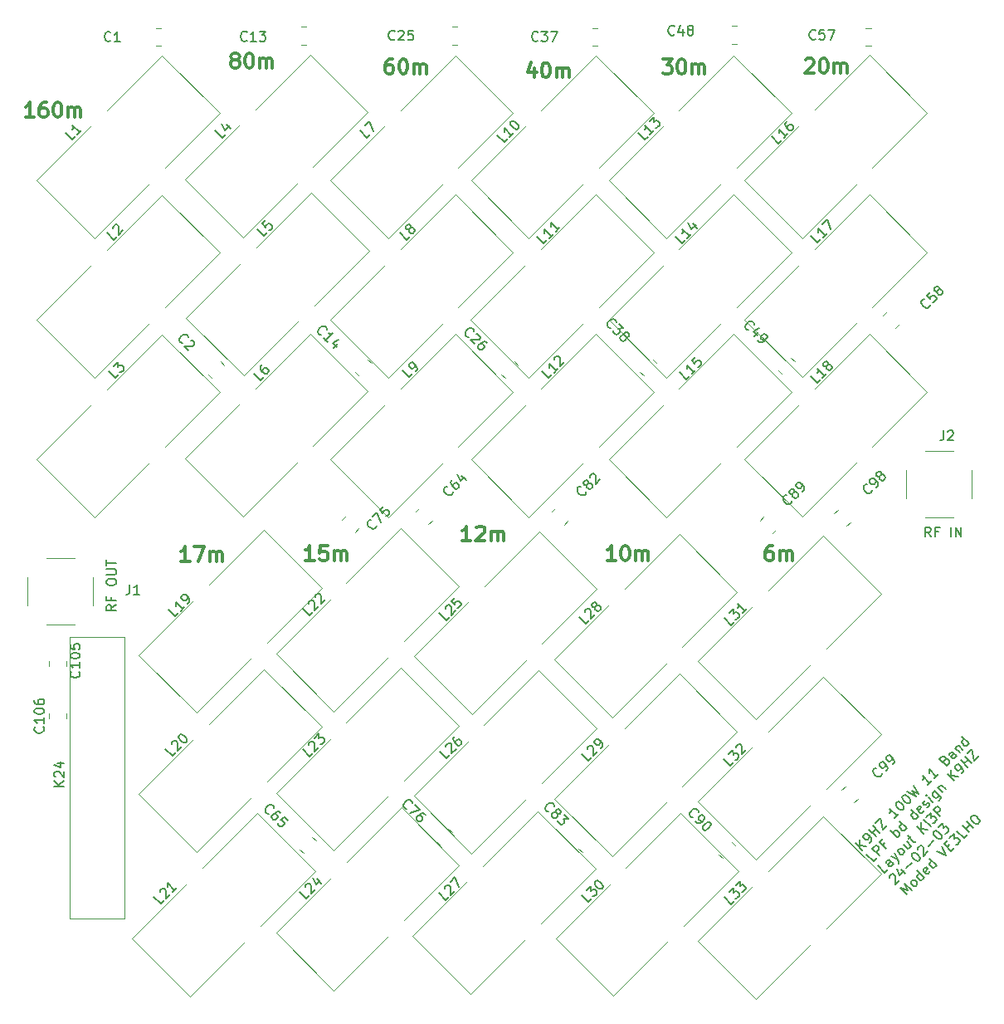
<source format=gbr>
%TF.GenerationSoftware,KiCad,Pcbnew,8.0.3*%
%TF.CreationDate,2024-07-11T18:12:52-04:00*%
%TF.ProjectId,K9HZ_100W_11band_LPF-Filter,4b39485a-5f31-4303-9057-5f313162616e,rev?*%
%TF.SameCoordinates,Original*%
%TF.FileFunction,Legend,Top*%
%TF.FilePolarity,Positive*%
%FSLAX46Y46*%
G04 Gerber Fmt 4.6, Leading zero omitted, Abs format (unit mm)*
G04 Created by KiCad (PCBNEW 8.0.3) date 2024-07-11 18:12:52*
%MOMM*%
%LPD*%
G01*
G04 APERTURE LIST*
%ADD10C,0.150000*%
%ADD11C,0.300000*%
%ADD12C,0.120000*%
G04 APERTURE END LIST*
D10*
X255292478Y-127316200D02*
X254585371Y-126609093D01*
X255696539Y-126912139D02*
X254989432Y-126811124D01*
X254989432Y-126205032D02*
X254989432Y-127013154D01*
X256033256Y-126575421D02*
X256167943Y-126440734D01*
X256167943Y-126440734D02*
X256201615Y-126339719D01*
X256201615Y-126339719D02*
X256201615Y-126272375D01*
X256201615Y-126272375D02*
X256167943Y-126104017D01*
X256167943Y-126104017D02*
X256066928Y-125935658D01*
X256066928Y-125935658D02*
X255797554Y-125666284D01*
X255797554Y-125666284D02*
X255696539Y-125632612D01*
X255696539Y-125632612D02*
X255629195Y-125632612D01*
X255629195Y-125632612D02*
X255528180Y-125666284D01*
X255528180Y-125666284D02*
X255393493Y-125800971D01*
X255393493Y-125800971D02*
X255359821Y-125901986D01*
X255359821Y-125901986D02*
X255359821Y-125969330D01*
X255359821Y-125969330D02*
X255393493Y-126070345D01*
X255393493Y-126070345D02*
X255561852Y-126238704D01*
X255561852Y-126238704D02*
X255662867Y-126272375D01*
X255662867Y-126272375D02*
X255730210Y-126272375D01*
X255730210Y-126272375D02*
X255831226Y-126238704D01*
X255831226Y-126238704D02*
X255965913Y-126104017D01*
X255965913Y-126104017D02*
X255999584Y-126003001D01*
X255999584Y-126003001D02*
X255999584Y-125935658D01*
X255999584Y-125935658D02*
X255965913Y-125834643D01*
X256673019Y-125935658D02*
X255965913Y-125228551D01*
X256302630Y-125565269D02*
X256706691Y-125161208D01*
X257077080Y-125531597D02*
X256369974Y-124824490D01*
X256639348Y-124555116D02*
X257110752Y-124083712D01*
X257110752Y-124083712D02*
X257346454Y-125262223D01*
X257346454Y-125262223D02*
X257817859Y-124790818D01*
X258996370Y-123612307D02*
X258592309Y-124016368D01*
X258794340Y-123814337D02*
X258087233Y-123107231D01*
X258087233Y-123107231D02*
X258120905Y-123275589D01*
X258120905Y-123275589D02*
X258120905Y-123410276D01*
X258120905Y-123410276D02*
X258087233Y-123511292D01*
X258726996Y-122467467D02*
X258794340Y-122400124D01*
X258794340Y-122400124D02*
X258895355Y-122366452D01*
X258895355Y-122366452D02*
X258962699Y-122366452D01*
X258962699Y-122366452D02*
X259063714Y-122400124D01*
X259063714Y-122400124D02*
X259232073Y-122501139D01*
X259232073Y-122501139D02*
X259400431Y-122669498D01*
X259400431Y-122669498D02*
X259501447Y-122837857D01*
X259501447Y-122837857D02*
X259535118Y-122938872D01*
X259535118Y-122938872D02*
X259535118Y-123006215D01*
X259535118Y-123006215D02*
X259501447Y-123107231D01*
X259501447Y-123107231D02*
X259434103Y-123174574D01*
X259434103Y-123174574D02*
X259333088Y-123208246D01*
X259333088Y-123208246D02*
X259265744Y-123208246D01*
X259265744Y-123208246D02*
X259164729Y-123174574D01*
X259164729Y-123174574D02*
X258996370Y-123073559D01*
X258996370Y-123073559D02*
X258828012Y-122905200D01*
X258828012Y-122905200D02*
X258726996Y-122736841D01*
X258726996Y-122736841D02*
X258693325Y-122635826D01*
X258693325Y-122635826D02*
X258693325Y-122568483D01*
X258693325Y-122568483D02*
X258726996Y-122467467D01*
X259400431Y-121794032D02*
X259467775Y-121726689D01*
X259467775Y-121726689D02*
X259568790Y-121693017D01*
X259568790Y-121693017D02*
X259636134Y-121693017D01*
X259636134Y-121693017D02*
X259737149Y-121726689D01*
X259737149Y-121726689D02*
X259905508Y-121827704D01*
X259905508Y-121827704D02*
X260073867Y-121996063D01*
X260073867Y-121996063D02*
X260174882Y-122164422D01*
X260174882Y-122164422D02*
X260208554Y-122265437D01*
X260208554Y-122265437D02*
X260208554Y-122332780D01*
X260208554Y-122332780D02*
X260174882Y-122433796D01*
X260174882Y-122433796D02*
X260107538Y-122501139D01*
X260107538Y-122501139D02*
X260006523Y-122534811D01*
X260006523Y-122534811D02*
X259939180Y-122534811D01*
X259939180Y-122534811D02*
X259838164Y-122501139D01*
X259838164Y-122501139D02*
X259669806Y-122400124D01*
X259669806Y-122400124D02*
X259501447Y-122231765D01*
X259501447Y-122231765D02*
X259400431Y-122063406D01*
X259400431Y-122063406D02*
X259366760Y-121962391D01*
X259366760Y-121962391D02*
X259366760Y-121895048D01*
X259366760Y-121895048D02*
X259400431Y-121794032D01*
X259871836Y-121322628D02*
X260747302Y-121861376D01*
X260747302Y-121861376D02*
X260376912Y-121221612D01*
X260376912Y-121221612D02*
X261016676Y-121592002D01*
X261016676Y-121592002D02*
X260477928Y-120716536D01*
X262363546Y-120245132D02*
X261959485Y-120649193D01*
X262161515Y-120447162D02*
X261454408Y-119740055D01*
X261454408Y-119740055D02*
X261488080Y-119908414D01*
X261488080Y-119908414D02*
X261488080Y-120043101D01*
X261488080Y-120043101D02*
X261454408Y-120144116D01*
X263036981Y-119571697D02*
X262632920Y-119975758D01*
X262834950Y-119773727D02*
X262127844Y-119066620D01*
X262127844Y-119066620D02*
X262161515Y-119234979D01*
X262161515Y-119234979D02*
X262161515Y-119369666D01*
X262161515Y-119369666D02*
X262127844Y-119470681D01*
X263744088Y-118123811D02*
X263878775Y-118056468D01*
X263878775Y-118056468D02*
X263946118Y-118056468D01*
X263946118Y-118056468D02*
X264047134Y-118090139D01*
X264047134Y-118090139D02*
X264148149Y-118191155D01*
X264148149Y-118191155D02*
X264181821Y-118292170D01*
X264181821Y-118292170D02*
X264181821Y-118359513D01*
X264181821Y-118359513D02*
X264148149Y-118460529D01*
X264148149Y-118460529D02*
X263878775Y-118729903D01*
X263878775Y-118729903D02*
X263171668Y-118022796D01*
X263171668Y-118022796D02*
X263407370Y-117787094D01*
X263407370Y-117787094D02*
X263508386Y-117753422D01*
X263508386Y-117753422D02*
X263575729Y-117753422D01*
X263575729Y-117753422D02*
X263676744Y-117787094D01*
X263676744Y-117787094D02*
X263744088Y-117854437D01*
X263744088Y-117854437D02*
X263777760Y-117955452D01*
X263777760Y-117955452D02*
X263777760Y-118022796D01*
X263777760Y-118022796D02*
X263744088Y-118123811D01*
X263744088Y-118123811D02*
X263508386Y-118359513D01*
X264888927Y-117719750D02*
X264518538Y-117349361D01*
X264518538Y-117349361D02*
X264417523Y-117315689D01*
X264417523Y-117315689D02*
X264316508Y-117349361D01*
X264316508Y-117349361D02*
X264181821Y-117484048D01*
X264181821Y-117484048D02*
X264148149Y-117585063D01*
X264855256Y-117686078D02*
X264821584Y-117787094D01*
X264821584Y-117787094D02*
X264653225Y-117955452D01*
X264653225Y-117955452D02*
X264552210Y-117989124D01*
X264552210Y-117989124D02*
X264451195Y-117955452D01*
X264451195Y-117955452D02*
X264383851Y-117888109D01*
X264383851Y-117888109D02*
X264350179Y-117787094D01*
X264350179Y-117787094D02*
X264383851Y-117686078D01*
X264383851Y-117686078D02*
X264552210Y-117517719D01*
X264552210Y-117517719D02*
X264585882Y-117416704D01*
X264754240Y-116911628D02*
X265225645Y-117383032D01*
X264821584Y-116978971D02*
X264821584Y-116911628D01*
X264821584Y-116911628D02*
X264855256Y-116810613D01*
X264855256Y-116810613D02*
X264956271Y-116709597D01*
X264956271Y-116709597D02*
X265057286Y-116675926D01*
X265057286Y-116675926D02*
X265158301Y-116709597D01*
X265158301Y-116709597D02*
X265528691Y-117079987D01*
X266168454Y-116440223D02*
X265461347Y-115733117D01*
X266134782Y-116406552D02*
X266101111Y-116507567D01*
X266101111Y-116507567D02*
X265966424Y-116642254D01*
X265966424Y-116642254D02*
X265865408Y-116675926D01*
X265865408Y-116675926D02*
X265798065Y-116675926D01*
X265798065Y-116675926D02*
X265697049Y-116642254D01*
X265697049Y-116642254D02*
X265495019Y-116440223D01*
X265495019Y-116440223D02*
X265461347Y-116339208D01*
X265461347Y-116339208D02*
X265461347Y-116271865D01*
X265461347Y-116271865D02*
X265495019Y-116170849D01*
X265495019Y-116170849D02*
X265629706Y-116036162D01*
X265629706Y-116036162D02*
X265730721Y-116002491D01*
X256767597Y-128117884D02*
X256430880Y-128454602D01*
X256430880Y-128454602D02*
X255723773Y-127747495D01*
X257003299Y-127882182D02*
X256296193Y-127175075D01*
X256296193Y-127175075D02*
X256565567Y-126905701D01*
X256565567Y-126905701D02*
X256666582Y-126872029D01*
X256666582Y-126872029D02*
X256733925Y-126872029D01*
X256733925Y-126872029D02*
X256834941Y-126905701D01*
X256834941Y-126905701D02*
X256935956Y-127006716D01*
X256935956Y-127006716D02*
X256969628Y-127107732D01*
X256969628Y-127107732D02*
X256969628Y-127175075D01*
X256969628Y-127175075D02*
X256935956Y-127276090D01*
X256935956Y-127276090D02*
X256666582Y-127545464D01*
X257575719Y-126568984D02*
X257340017Y-126804686D01*
X257710406Y-127175075D02*
X257003299Y-126467968D01*
X257003299Y-126467968D02*
X257340017Y-126131251D01*
X258855246Y-126030235D02*
X258148139Y-125323128D01*
X258417513Y-125592503D02*
X258451185Y-125491487D01*
X258451185Y-125491487D02*
X258585872Y-125356800D01*
X258585872Y-125356800D02*
X258686887Y-125323128D01*
X258686887Y-125323128D02*
X258754231Y-125323128D01*
X258754231Y-125323128D02*
X258855246Y-125356800D01*
X258855246Y-125356800D02*
X259057277Y-125558831D01*
X259057277Y-125558831D02*
X259090948Y-125659846D01*
X259090948Y-125659846D02*
X259090948Y-125727190D01*
X259090948Y-125727190D02*
X259057277Y-125828205D01*
X259057277Y-125828205D02*
X258922590Y-125962892D01*
X258922590Y-125962892D02*
X258821574Y-125996564D01*
X259798055Y-125087426D02*
X259090948Y-124380319D01*
X259764383Y-125053754D02*
X259730712Y-125154770D01*
X259730712Y-125154770D02*
X259596025Y-125289457D01*
X259596025Y-125289457D02*
X259495009Y-125323128D01*
X259495009Y-125323128D02*
X259427666Y-125323128D01*
X259427666Y-125323128D02*
X259326651Y-125289457D01*
X259326651Y-125289457D02*
X259124620Y-125087426D01*
X259124620Y-125087426D02*
X259090948Y-124986411D01*
X259090948Y-124986411D02*
X259090948Y-124919067D01*
X259090948Y-124919067D02*
X259124620Y-124818052D01*
X259124620Y-124818052D02*
X259259307Y-124683365D01*
X259259307Y-124683365D02*
X259360322Y-124649693D01*
X260976567Y-123908915D02*
X260269460Y-123201808D01*
X260942895Y-123875243D02*
X260909223Y-123976258D01*
X260909223Y-123976258D02*
X260774536Y-124110945D01*
X260774536Y-124110945D02*
X260673521Y-124144617D01*
X260673521Y-124144617D02*
X260606177Y-124144617D01*
X260606177Y-124144617D02*
X260505162Y-124110945D01*
X260505162Y-124110945D02*
X260303132Y-123908915D01*
X260303132Y-123908915D02*
X260269460Y-123807899D01*
X260269460Y-123807899D02*
X260269460Y-123740556D01*
X260269460Y-123740556D02*
X260303132Y-123639541D01*
X260303132Y-123639541D02*
X260437819Y-123504854D01*
X260437819Y-123504854D02*
X260538834Y-123471182D01*
X261548987Y-123269151D02*
X261515315Y-123370167D01*
X261515315Y-123370167D02*
X261380628Y-123504854D01*
X261380628Y-123504854D02*
X261279613Y-123538525D01*
X261279613Y-123538525D02*
X261178597Y-123504854D01*
X261178597Y-123504854D02*
X260909223Y-123235480D01*
X260909223Y-123235480D02*
X260875552Y-123134464D01*
X260875552Y-123134464D02*
X260909223Y-123033449D01*
X260909223Y-123033449D02*
X261043910Y-122898762D01*
X261043910Y-122898762D02*
X261144926Y-122865090D01*
X261144926Y-122865090D02*
X261245941Y-122898762D01*
X261245941Y-122898762D02*
X261313284Y-122966106D01*
X261313284Y-122966106D02*
X261043910Y-123370167D01*
X261852032Y-122966105D02*
X261953048Y-122932434D01*
X261953048Y-122932434D02*
X262087735Y-122797747D01*
X262087735Y-122797747D02*
X262121406Y-122696731D01*
X262121406Y-122696731D02*
X262087735Y-122595716D01*
X262087735Y-122595716D02*
X262054063Y-122562044D01*
X262054063Y-122562044D02*
X261953048Y-122528373D01*
X261953048Y-122528373D02*
X261852032Y-122562044D01*
X261852032Y-122562044D02*
X261751017Y-122663060D01*
X261751017Y-122663060D02*
X261650002Y-122696731D01*
X261650002Y-122696731D02*
X261548987Y-122663060D01*
X261548987Y-122663060D02*
X261515315Y-122629388D01*
X261515315Y-122629388D02*
X261481643Y-122528373D01*
X261481643Y-122528373D02*
X261515315Y-122427357D01*
X261515315Y-122427357D02*
X261616330Y-122326342D01*
X261616330Y-122326342D02*
X261717345Y-122292670D01*
X262491796Y-122393686D02*
X262020391Y-121922281D01*
X261784689Y-121686579D02*
X261784689Y-121753922D01*
X261784689Y-121753922D02*
X261852033Y-121753922D01*
X261852033Y-121753922D02*
X261852033Y-121686579D01*
X261852033Y-121686579D02*
X261784689Y-121686579D01*
X261784689Y-121686579D02*
X261852033Y-121753922D01*
X262660154Y-121282518D02*
X263232574Y-121854938D01*
X263232574Y-121854938D02*
X263266246Y-121955953D01*
X263266246Y-121955953D02*
X263266246Y-122023297D01*
X263266246Y-122023297D02*
X263232574Y-122124312D01*
X263232574Y-122124312D02*
X263131559Y-122225327D01*
X263131559Y-122225327D02*
X263030544Y-122258999D01*
X263097887Y-121720251D02*
X263064215Y-121821266D01*
X263064215Y-121821266D02*
X262929528Y-121955953D01*
X262929528Y-121955953D02*
X262828513Y-121989625D01*
X262828513Y-121989625D02*
X262761170Y-121989625D01*
X262761170Y-121989625D02*
X262660154Y-121955953D01*
X262660154Y-121955953D02*
X262458124Y-121753923D01*
X262458124Y-121753923D02*
X262424452Y-121652907D01*
X262424452Y-121652907D02*
X262424452Y-121585564D01*
X262424452Y-121585564D02*
X262458124Y-121484549D01*
X262458124Y-121484549D02*
X262592811Y-121349862D01*
X262592811Y-121349862D02*
X262693826Y-121316190D01*
X262996872Y-120945800D02*
X263468276Y-121417205D01*
X263064215Y-121013144D02*
X263064215Y-120945800D01*
X263064215Y-120945800D02*
X263097887Y-120844785D01*
X263097887Y-120844785D02*
X263198902Y-120743770D01*
X263198902Y-120743770D02*
X263299918Y-120710098D01*
X263299918Y-120710098D02*
X263400933Y-120743770D01*
X263400933Y-120743770D02*
X263771322Y-121114159D01*
X264646788Y-120238693D02*
X263939681Y-119531587D01*
X265050849Y-119834632D02*
X264343742Y-119733617D01*
X264343742Y-119127526D02*
X264343742Y-119935648D01*
X265387566Y-119497915D02*
X265522253Y-119363228D01*
X265522253Y-119363228D02*
X265555925Y-119262213D01*
X265555925Y-119262213D02*
X265555925Y-119194869D01*
X265555925Y-119194869D02*
X265522253Y-119026510D01*
X265522253Y-119026510D02*
X265421238Y-118858152D01*
X265421238Y-118858152D02*
X265151864Y-118588778D01*
X265151864Y-118588778D02*
X265050849Y-118555106D01*
X265050849Y-118555106D02*
X264983505Y-118555106D01*
X264983505Y-118555106D02*
X264882490Y-118588778D01*
X264882490Y-118588778D02*
X264747803Y-118723465D01*
X264747803Y-118723465D02*
X264714131Y-118824480D01*
X264714131Y-118824480D02*
X264714131Y-118891823D01*
X264714131Y-118891823D02*
X264747803Y-118992839D01*
X264747803Y-118992839D02*
X264916162Y-119161197D01*
X264916162Y-119161197D02*
X265017177Y-119194869D01*
X265017177Y-119194869D02*
X265084521Y-119194869D01*
X265084521Y-119194869D02*
X265185536Y-119161197D01*
X265185536Y-119161197D02*
X265320223Y-119026510D01*
X265320223Y-119026510D02*
X265353895Y-118925495D01*
X265353895Y-118925495D02*
X265353895Y-118858152D01*
X265353895Y-118858152D02*
X265320223Y-118757136D01*
X266027330Y-118858152D02*
X265320223Y-118151045D01*
X265656940Y-118487762D02*
X266061001Y-118083701D01*
X266431391Y-118454091D02*
X265724284Y-117746984D01*
X265993658Y-117477610D02*
X266465062Y-117006205D01*
X266465062Y-117006205D02*
X266700765Y-118184717D01*
X266700765Y-118184717D02*
X267172169Y-117713312D01*
X257905999Y-129256286D02*
X257569282Y-129593004D01*
X257569282Y-129593004D02*
X256862175Y-128885897D01*
X258444747Y-128717538D02*
X258074358Y-128347149D01*
X258074358Y-128347149D02*
X257973343Y-128313477D01*
X257973343Y-128313477D02*
X257872327Y-128347149D01*
X257872327Y-128347149D02*
X257737640Y-128481836D01*
X257737640Y-128481836D02*
X257703969Y-128582851D01*
X258411075Y-128683866D02*
X258377404Y-128784882D01*
X258377404Y-128784882D02*
X258209045Y-128953240D01*
X258209045Y-128953240D02*
X258108030Y-128986912D01*
X258108030Y-128986912D02*
X258007014Y-128953240D01*
X258007014Y-128953240D02*
X257939671Y-128885897D01*
X257939671Y-128885897D02*
X257905999Y-128784882D01*
X257905999Y-128784882D02*
X257939671Y-128683866D01*
X257939671Y-128683866D02*
X258108030Y-128515508D01*
X258108030Y-128515508D02*
X258141701Y-128414492D01*
X258242717Y-127976760D02*
X258882480Y-128279805D01*
X258579434Y-127640042D02*
X258882480Y-128279805D01*
X258882480Y-128279805D02*
X258983495Y-128515508D01*
X258983495Y-128515508D02*
X258983495Y-128582851D01*
X258983495Y-128582851D02*
X258949824Y-128683866D01*
X259421228Y-127741057D02*
X259320213Y-127774729D01*
X259320213Y-127774729D02*
X259252869Y-127774729D01*
X259252869Y-127774729D02*
X259151854Y-127741057D01*
X259151854Y-127741057D02*
X258949824Y-127539027D01*
X258949824Y-127539027D02*
X258916152Y-127438011D01*
X258916152Y-127438011D02*
X258916152Y-127370668D01*
X258916152Y-127370668D02*
X258949824Y-127269653D01*
X258949824Y-127269653D02*
X259050839Y-127168637D01*
X259050839Y-127168637D02*
X259151854Y-127134966D01*
X259151854Y-127134966D02*
X259219198Y-127134966D01*
X259219198Y-127134966D02*
X259320213Y-127168637D01*
X259320213Y-127168637D02*
X259522244Y-127370668D01*
X259522244Y-127370668D02*
X259555915Y-127471683D01*
X259555915Y-127471683D02*
X259555915Y-127539027D01*
X259555915Y-127539027D02*
X259522244Y-127640042D01*
X259522244Y-127640042D02*
X259421228Y-127741057D01*
X259791618Y-126427859D02*
X260263022Y-126899263D01*
X259488572Y-126730904D02*
X259858961Y-127101294D01*
X259858961Y-127101294D02*
X259959976Y-127134965D01*
X259959976Y-127134965D02*
X260060992Y-127101294D01*
X260060992Y-127101294D02*
X260162007Y-127000278D01*
X260162007Y-127000278D02*
X260195679Y-126899263D01*
X260195679Y-126899263D02*
X260195679Y-126831920D01*
X260027320Y-126192156D02*
X260296694Y-125922782D01*
X259892633Y-125855439D02*
X260498724Y-126461530D01*
X260498724Y-126461530D02*
X260599740Y-126495202D01*
X260599740Y-126495202D02*
X260700755Y-126461530D01*
X260700755Y-126461530D02*
X260768098Y-126394187D01*
X261542549Y-125619736D02*
X260835442Y-124912629D01*
X261946610Y-125215675D02*
X261239503Y-125114660D01*
X261239503Y-124508568D02*
X261239503Y-125316690D01*
X262249656Y-124912629D02*
X261542549Y-124205523D01*
X261811923Y-123936149D02*
X262249656Y-123498416D01*
X262249656Y-123498416D02*
X262283327Y-124003492D01*
X262283327Y-124003492D02*
X262384343Y-123902477D01*
X262384343Y-123902477D02*
X262485358Y-123868805D01*
X262485358Y-123868805D02*
X262552701Y-123868805D01*
X262552701Y-123868805D02*
X262653717Y-123902477D01*
X262653717Y-123902477D02*
X262822075Y-124070836D01*
X262822075Y-124070836D02*
X262855747Y-124171851D01*
X262855747Y-124171851D02*
X262855747Y-124239195D01*
X262855747Y-124239195D02*
X262822075Y-124340210D01*
X262822075Y-124340210D02*
X262620045Y-124542240D01*
X262620045Y-124542240D02*
X262519030Y-124575912D01*
X262519030Y-124575912D02*
X262451686Y-124575912D01*
X263259808Y-123902477D02*
X262552701Y-123195370D01*
X262552701Y-123195370D02*
X262822075Y-122925996D01*
X262822075Y-122925996D02*
X262923091Y-122892325D01*
X262923091Y-122892325D02*
X262990434Y-122892325D01*
X262990434Y-122892325D02*
X263091449Y-122925996D01*
X263091449Y-122925996D02*
X263192465Y-123027012D01*
X263192465Y-123027012D02*
X263226136Y-123128027D01*
X263226136Y-123128027D02*
X263226136Y-123195370D01*
X263226136Y-123195370D02*
X263192465Y-123296386D01*
X263192465Y-123296386D02*
X262923091Y-123565760D01*
X258034249Y-130125314D02*
X258034249Y-130057971D01*
X258034249Y-130057971D02*
X258067920Y-129956955D01*
X258067920Y-129956955D02*
X258236279Y-129788597D01*
X258236279Y-129788597D02*
X258337294Y-129754925D01*
X258337294Y-129754925D02*
X258404638Y-129754925D01*
X258404638Y-129754925D02*
X258505653Y-129788597D01*
X258505653Y-129788597D02*
X258572997Y-129855940D01*
X258572997Y-129855940D02*
X258640340Y-129990627D01*
X258640340Y-129990627D02*
X258640340Y-130798749D01*
X258640340Y-130798749D02*
X259078073Y-130361017D01*
X259212760Y-129283520D02*
X259684164Y-129754925D01*
X258775027Y-129182505D02*
X259111745Y-129855940D01*
X259111745Y-129855940D02*
X259549477Y-129418207D01*
X259785180Y-129115162D02*
X260323928Y-128576414D01*
X260357599Y-127667276D02*
X260424943Y-127599933D01*
X260424943Y-127599933D02*
X260525958Y-127566261D01*
X260525958Y-127566261D02*
X260593302Y-127566261D01*
X260593302Y-127566261D02*
X260694317Y-127599933D01*
X260694317Y-127599933D02*
X260862676Y-127700948D01*
X260862676Y-127700948D02*
X261031034Y-127869307D01*
X261031034Y-127869307D02*
X261132050Y-128037666D01*
X261132050Y-128037666D02*
X261165721Y-128138681D01*
X261165721Y-128138681D02*
X261165721Y-128206025D01*
X261165721Y-128206025D02*
X261132050Y-128307040D01*
X261132050Y-128307040D02*
X261064706Y-128374383D01*
X261064706Y-128374383D02*
X260963691Y-128408055D01*
X260963691Y-128408055D02*
X260896347Y-128408055D01*
X260896347Y-128408055D02*
X260795332Y-128374383D01*
X260795332Y-128374383D02*
X260626973Y-128273368D01*
X260626973Y-128273368D02*
X260458615Y-128105009D01*
X260458615Y-128105009D02*
X260357599Y-127936651D01*
X260357599Y-127936651D02*
X260323928Y-127835635D01*
X260323928Y-127835635D02*
X260323928Y-127768292D01*
X260323928Y-127768292D02*
X260357599Y-127667276D01*
X260930019Y-127229544D02*
X260930019Y-127162200D01*
X260930019Y-127162200D02*
X260963691Y-127061185D01*
X260963691Y-127061185D02*
X261132050Y-126892826D01*
X261132050Y-126892826D02*
X261233065Y-126859154D01*
X261233065Y-126859154D02*
X261300408Y-126859154D01*
X261300408Y-126859154D02*
X261401424Y-126892826D01*
X261401424Y-126892826D02*
X261468767Y-126960170D01*
X261468767Y-126960170D02*
X261536111Y-127094857D01*
X261536111Y-127094857D02*
X261536111Y-127902979D01*
X261536111Y-127902979D02*
X261973843Y-127465246D01*
X262007515Y-126892826D02*
X262546263Y-126354078D01*
X262579935Y-125444941D02*
X262647278Y-125377597D01*
X262647278Y-125377597D02*
X262748294Y-125343926D01*
X262748294Y-125343926D02*
X262815637Y-125343926D01*
X262815637Y-125343926D02*
X262916652Y-125377597D01*
X262916652Y-125377597D02*
X263085011Y-125478613D01*
X263085011Y-125478613D02*
X263253370Y-125646972D01*
X263253370Y-125646972D02*
X263354385Y-125815330D01*
X263354385Y-125815330D02*
X263388057Y-125916346D01*
X263388057Y-125916346D02*
X263388057Y-125983689D01*
X263388057Y-125983689D02*
X263354385Y-126084704D01*
X263354385Y-126084704D02*
X263287042Y-126152048D01*
X263287042Y-126152048D02*
X263186026Y-126185720D01*
X263186026Y-126185720D02*
X263118683Y-126185720D01*
X263118683Y-126185720D02*
X263017668Y-126152048D01*
X263017668Y-126152048D02*
X262849309Y-126051033D01*
X262849309Y-126051033D02*
X262680950Y-125882674D01*
X262680950Y-125882674D02*
X262579935Y-125714315D01*
X262579935Y-125714315D02*
X262546263Y-125613300D01*
X262546263Y-125613300D02*
X262546263Y-125545956D01*
X262546263Y-125545956D02*
X262579935Y-125444941D01*
X263051339Y-124973536D02*
X263489072Y-124535804D01*
X263489072Y-124535804D02*
X263522744Y-125040880D01*
X263522744Y-125040880D02*
X263623759Y-124939865D01*
X263623759Y-124939865D02*
X263724774Y-124906193D01*
X263724774Y-124906193D02*
X263792118Y-124906193D01*
X263792118Y-124906193D02*
X263893133Y-124939865D01*
X263893133Y-124939865D02*
X264061492Y-125108223D01*
X264061492Y-125108223D02*
X264095164Y-125209239D01*
X264095164Y-125209239D02*
X264095164Y-125276582D01*
X264095164Y-125276582D02*
X264061492Y-125377597D01*
X264061492Y-125377597D02*
X263859461Y-125579628D01*
X263859461Y-125579628D02*
X263758446Y-125613300D01*
X263758446Y-125613300D02*
X263691103Y-125613300D01*
X259846086Y-131869808D02*
X259138979Y-131162701D01*
X259138979Y-131162701D02*
X259879757Y-131432075D01*
X259879757Y-131432075D02*
X259610383Y-130691296D01*
X259610383Y-130691296D02*
X260317490Y-131398403D01*
X260755223Y-130960671D02*
X260654207Y-130994342D01*
X260654207Y-130994342D02*
X260586864Y-130994342D01*
X260586864Y-130994342D02*
X260485849Y-130960671D01*
X260485849Y-130960671D02*
X260283818Y-130758640D01*
X260283818Y-130758640D02*
X260250146Y-130657625D01*
X260250146Y-130657625D02*
X260250146Y-130590281D01*
X260250146Y-130590281D02*
X260283818Y-130489266D01*
X260283818Y-130489266D02*
X260384833Y-130388251D01*
X260384833Y-130388251D02*
X260485849Y-130354579D01*
X260485849Y-130354579D02*
X260553192Y-130354579D01*
X260553192Y-130354579D02*
X260654207Y-130388251D01*
X260654207Y-130388251D02*
X260856238Y-130590281D01*
X260856238Y-130590281D02*
X260889910Y-130691297D01*
X260889910Y-130691297D02*
X260889910Y-130758640D01*
X260889910Y-130758640D02*
X260856238Y-130859655D01*
X260856238Y-130859655D02*
X260755223Y-130960671D01*
X261597017Y-130118877D02*
X260889910Y-129411770D01*
X261563345Y-130085205D02*
X261529673Y-130186220D01*
X261529673Y-130186220D02*
X261394986Y-130320907D01*
X261394986Y-130320907D02*
X261293971Y-130354579D01*
X261293971Y-130354579D02*
X261226627Y-130354579D01*
X261226627Y-130354579D02*
X261125612Y-130320907D01*
X261125612Y-130320907D02*
X260923582Y-130118877D01*
X260923582Y-130118877D02*
X260889910Y-130017861D01*
X260889910Y-130017861D02*
X260889910Y-129950518D01*
X260889910Y-129950518D02*
X260923582Y-129849503D01*
X260923582Y-129849503D02*
X261058269Y-129714816D01*
X261058269Y-129714816D02*
X261159284Y-129681144D01*
X262169436Y-129479113D02*
X262135765Y-129580129D01*
X262135765Y-129580129D02*
X262001078Y-129714816D01*
X262001078Y-129714816D02*
X261900062Y-129748487D01*
X261900062Y-129748487D02*
X261799047Y-129714816D01*
X261799047Y-129714816D02*
X261529673Y-129445442D01*
X261529673Y-129445442D02*
X261496001Y-129344426D01*
X261496001Y-129344426D02*
X261529673Y-129243411D01*
X261529673Y-129243411D02*
X261664360Y-129108724D01*
X261664360Y-129108724D02*
X261765375Y-129075052D01*
X261765375Y-129075052D02*
X261866391Y-129108724D01*
X261866391Y-129108724D02*
X261933734Y-129176068D01*
X261933734Y-129176068D02*
X261664360Y-129580129D01*
X262842872Y-128873022D02*
X262135765Y-128165915D01*
X262809200Y-128839350D02*
X262775528Y-128940365D01*
X262775528Y-128940365D02*
X262640841Y-129075052D01*
X262640841Y-129075052D02*
X262539826Y-129108724D01*
X262539826Y-129108724D02*
X262472482Y-129108724D01*
X262472482Y-129108724D02*
X262371467Y-129075052D01*
X262371467Y-129075052D02*
X262169437Y-128873022D01*
X262169437Y-128873022D02*
X262135765Y-128772007D01*
X262135765Y-128772007D02*
X262135765Y-128704663D01*
X262135765Y-128704663D02*
X262169437Y-128603648D01*
X262169437Y-128603648D02*
X262304124Y-128468961D01*
X262304124Y-128468961D02*
X262405139Y-128435289D01*
X262910215Y-127391464D02*
X263853024Y-127862869D01*
X263853024Y-127862869D02*
X263381620Y-126920060D01*
X263954040Y-127021075D02*
X264189742Y-126785373D01*
X264661146Y-127054747D02*
X264324429Y-127391464D01*
X264324429Y-127391464D02*
X263617322Y-126684358D01*
X263617322Y-126684358D02*
X263954040Y-126347640D01*
X264189742Y-126111938D02*
X264627475Y-125674205D01*
X264627475Y-125674205D02*
X264661147Y-126179281D01*
X264661147Y-126179281D02*
X264762162Y-126078266D01*
X264762162Y-126078266D02*
X264863177Y-126044594D01*
X264863177Y-126044594D02*
X264930521Y-126044594D01*
X264930521Y-126044594D02*
X265031536Y-126078266D01*
X265031536Y-126078266D02*
X265199895Y-126246625D01*
X265199895Y-126246625D02*
X265233566Y-126347640D01*
X265233566Y-126347640D02*
X265233566Y-126414984D01*
X265233566Y-126414984D02*
X265199895Y-126515999D01*
X265199895Y-126515999D02*
X264997864Y-126718029D01*
X264997864Y-126718029D02*
X264896849Y-126751701D01*
X264896849Y-126751701D02*
X264829505Y-126751701D01*
X265974345Y-125741548D02*
X265637627Y-126078266D01*
X265637627Y-126078266D02*
X264930521Y-125371159D01*
X266210047Y-125505846D02*
X265502941Y-124798739D01*
X265839658Y-125135457D02*
X266243719Y-124731396D01*
X266614108Y-125101785D02*
X265907002Y-124394678D01*
X266378406Y-123923274D02*
X266513093Y-123788587D01*
X266513093Y-123788587D02*
X266614108Y-123754915D01*
X266614108Y-123754915D02*
X266748795Y-123754915D01*
X266748795Y-123754915D02*
X266917154Y-123855930D01*
X266917154Y-123855930D02*
X267152856Y-124091633D01*
X267152856Y-124091633D02*
X267253872Y-124259991D01*
X267253872Y-124259991D02*
X267253872Y-124394678D01*
X267253872Y-124394678D02*
X267220200Y-124495694D01*
X267220200Y-124495694D02*
X267085513Y-124630381D01*
X267085513Y-124630381D02*
X266984498Y-124664052D01*
X266984498Y-124664052D02*
X266849811Y-124664052D01*
X266849811Y-124664052D02*
X266681452Y-124563037D01*
X266681452Y-124563037D02*
X266445750Y-124327335D01*
X266445750Y-124327335D02*
X266344734Y-124158976D01*
X266344734Y-124158976D02*
X266344734Y-124024289D01*
X266344734Y-124024289D02*
X266378406Y-123923274D01*
D11*
X234911653Y-46700828D02*
X235840225Y-46700828D01*
X235840225Y-46700828D02*
X235340225Y-47272257D01*
X235340225Y-47272257D02*
X235554510Y-47272257D01*
X235554510Y-47272257D02*
X235697368Y-47343685D01*
X235697368Y-47343685D02*
X235768796Y-47415114D01*
X235768796Y-47415114D02*
X235840225Y-47557971D01*
X235840225Y-47557971D02*
X235840225Y-47915114D01*
X235840225Y-47915114D02*
X235768796Y-48057971D01*
X235768796Y-48057971D02*
X235697368Y-48129400D01*
X235697368Y-48129400D02*
X235554510Y-48200828D01*
X235554510Y-48200828D02*
X235125939Y-48200828D01*
X235125939Y-48200828D02*
X234983082Y-48129400D01*
X234983082Y-48129400D02*
X234911653Y-48057971D01*
X236768796Y-46700828D02*
X236911653Y-46700828D01*
X236911653Y-46700828D02*
X237054510Y-46772257D01*
X237054510Y-46772257D02*
X237125939Y-46843685D01*
X237125939Y-46843685D02*
X237197367Y-46986542D01*
X237197367Y-46986542D02*
X237268796Y-47272257D01*
X237268796Y-47272257D02*
X237268796Y-47629400D01*
X237268796Y-47629400D02*
X237197367Y-47915114D01*
X237197367Y-47915114D02*
X237125939Y-48057971D01*
X237125939Y-48057971D02*
X237054510Y-48129400D01*
X237054510Y-48129400D02*
X236911653Y-48200828D01*
X236911653Y-48200828D02*
X236768796Y-48200828D01*
X236768796Y-48200828D02*
X236625939Y-48129400D01*
X236625939Y-48129400D02*
X236554510Y-48057971D01*
X236554510Y-48057971D02*
X236483081Y-47915114D01*
X236483081Y-47915114D02*
X236411653Y-47629400D01*
X236411653Y-47629400D02*
X236411653Y-47272257D01*
X236411653Y-47272257D02*
X236483081Y-46986542D01*
X236483081Y-46986542D02*
X236554510Y-46843685D01*
X236554510Y-46843685D02*
X236625939Y-46772257D01*
X236625939Y-46772257D02*
X236768796Y-46700828D01*
X237911652Y-48200828D02*
X237911652Y-47200828D01*
X237911652Y-47343685D02*
X237983081Y-47272257D01*
X237983081Y-47272257D02*
X238125938Y-47200828D01*
X238125938Y-47200828D02*
X238340224Y-47200828D01*
X238340224Y-47200828D02*
X238483081Y-47272257D01*
X238483081Y-47272257D02*
X238554510Y-47415114D01*
X238554510Y-47415114D02*
X238554510Y-48200828D01*
X238554510Y-47415114D02*
X238625938Y-47272257D01*
X238625938Y-47272257D02*
X238768795Y-47200828D01*
X238768795Y-47200828D02*
X238983081Y-47200828D01*
X238983081Y-47200828D02*
X239125938Y-47272257D01*
X239125938Y-47272257D02*
X239197367Y-47415114D01*
X239197367Y-47415114D02*
X239197367Y-48200828D01*
X246097368Y-96300828D02*
X245811653Y-96300828D01*
X245811653Y-96300828D02*
X245668796Y-96372257D01*
X245668796Y-96372257D02*
X245597368Y-96443685D01*
X245597368Y-96443685D02*
X245454510Y-96657971D01*
X245454510Y-96657971D02*
X245383082Y-96943685D01*
X245383082Y-96943685D02*
X245383082Y-97515114D01*
X245383082Y-97515114D02*
X245454510Y-97657971D01*
X245454510Y-97657971D02*
X245525939Y-97729400D01*
X245525939Y-97729400D02*
X245668796Y-97800828D01*
X245668796Y-97800828D02*
X245954510Y-97800828D01*
X245954510Y-97800828D02*
X246097368Y-97729400D01*
X246097368Y-97729400D02*
X246168796Y-97657971D01*
X246168796Y-97657971D02*
X246240225Y-97515114D01*
X246240225Y-97515114D02*
X246240225Y-97157971D01*
X246240225Y-97157971D02*
X246168796Y-97015114D01*
X246168796Y-97015114D02*
X246097368Y-96943685D01*
X246097368Y-96943685D02*
X245954510Y-96872257D01*
X245954510Y-96872257D02*
X245668796Y-96872257D01*
X245668796Y-96872257D02*
X245525939Y-96943685D01*
X245525939Y-96943685D02*
X245454510Y-97015114D01*
X245454510Y-97015114D02*
X245383082Y-97157971D01*
X246883081Y-97800828D02*
X246883081Y-96800828D01*
X246883081Y-96943685D02*
X246954510Y-96872257D01*
X246954510Y-96872257D02*
X247097367Y-96800828D01*
X247097367Y-96800828D02*
X247311653Y-96800828D01*
X247311653Y-96800828D02*
X247454510Y-96872257D01*
X247454510Y-96872257D02*
X247525939Y-97015114D01*
X247525939Y-97015114D02*
X247525939Y-97800828D01*
X247525939Y-97015114D02*
X247597367Y-96872257D01*
X247597367Y-96872257D02*
X247740224Y-96800828D01*
X247740224Y-96800828D02*
X247954510Y-96800828D01*
X247954510Y-96800828D02*
X248097367Y-96872257D01*
X248097367Y-96872257D02*
X248168796Y-97015114D01*
X248168796Y-97015114D02*
X248168796Y-97800828D01*
D10*
X179154728Y-102315715D02*
X178678537Y-102649048D01*
X179154728Y-102887143D02*
X178154728Y-102887143D01*
X178154728Y-102887143D02*
X178154728Y-102506191D01*
X178154728Y-102506191D02*
X178202347Y-102410953D01*
X178202347Y-102410953D02*
X178249966Y-102363334D01*
X178249966Y-102363334D02*
X178345204Y-102315715D01*
X178345204Y-102315715D02*
X178488061Y-102315715D01*
X178488061Y-102315715D02*
X178583299Y-102363334D01*
X178583299Y-102363334D02*
X178630918Y-102410953D01*
X178630918Y-102410953D02*
X178678537Y-102506191D01*
X178678537Y-102506191D02*
X178678537Y-102887143D01*
X178630918Y-101553810D02*
X178630918Y-101887143D01*
X179154728Y-101887143D02*
X178154728Y-101887143D01*
X178154728Y-101887143D02*
X178154728Y-101410953D01*
X178154728Y-100077619D02*
X178154728Y-99887143D01*
X178154728Y-99887143D02*
X178202347Y-99791905D01*
X178202347Y-99791905D02*
X178297585Y-99696667D01*
X178297585Y-99696667D02*
X178488061Y-99649048D01*
X178488061Y-99649048D02*
X178821394Y-99649048D01*
X178821394Y-99649048D02*
X179011870Y-99696667D01*
X179011870Y-99696667D02*
X179107109Y-99791905D01*
X179107109Y-99791905D02*
X179154728Y-99887143D01*
X179154728Y-99887143D02*
X179154728Y-100077619D01*
X179154728Y-100077619D02*
X179107109Y-100172857D01*
X179107109Y-100172857D02*
X179011870Y-100268095D01*
X179011870Y-100268095D02*
X178821394Y-100315714D01*
X178821394Y-100315714D02*
X178488061Y-100315714D01*
X178488061Y-100315714D02*
X178297585Y-100268095D01*
X178297585Y-100268095D02*
X178202347Y-100172857D01*
X178202347Y-100172857D02*
X178154728Y-100077619D01*
X178154728Y-99220476D02*
X178964251Y-99220476D01*
X178964251Y-99220476D02*
X179059489Y-99172857D01*
X179059489Y-99172857D02*
X179107109Y-99125238D01*
X179107109Y-99125238D02*
X179154728Y-99030000D01*
X179154728Y-99030000D02*
X179154728Y-98839524D01*
X179154728Y-98839524D02*
X179107109Y-98744286D01*
X179107109Y-98744286D02*
X179059489Y-98696667D01*
X179059489Y-98696667D02*
X178964251Y-98649048D01*
X178964251Y-98649048D02*
X178154728Y-98649048D01*
X178154728Y-98315714D02*
X178154728Y-97744286D01*
X179154728Y-98030000D02*
X178154728Y-98030000D01*
D11*
X221847368Y-47550828D02*
X221847368Y-48550828D01*
X221490225Y-46979400D02*
X221133082Y-48050828D01*
X221133082Y-48050828D02*
X222061653Y-48050828D01*
X222918796Y-47050828D02*
X223061653Y-47050828D01*
X223061653Y-47050828D02*
X223204510Y-47122257D01*
X223204510Y-47122257D02*
X223275939Y-47193685D01*
X223275939Y-47193685D02*
X223347367Y-47336542D01*
X223347367Y-47336542D02*
X223418796Y-47622257D01*
X223418796Y-47622257D02*
X223418796Y-47979400D01*
X223418796Y-47979400D02*
X223347367Y-48265114D01*
X223347367Y-48265114D02*
X223275939Y-48407971D01*
X223275939Y-48407971D02*
X223204510Y-48479400D01*
X223204510Y-48479400D02*
X223061653Y-48550828D01*
X223061653Y-48550828D02*
X222918796Y-48550828D01*
X222918796Y-48550828D02*
X222775939Y-48479400D01*
X222775939Y-48479400D02*
X222704510Y-48407971D01*
X222704510Y-48407971D02*
X222633081Y-48265114D01*
X222633081Y-48265114D02*
X222561653Y-47979400D01*
X222561653Y-47979400D02*
X222561653Y-47622257D01*
X222561653Y-47622257D02*
X222633081Y-47336542D01*
X222633081Y-47336542D02*
X222704510Y-47193685D01*
X222704510Y-47193685D02*
X222775939Y-47122257D01*
X222775939Y-47122257D02*
X222918796Y-47050828D01*
X224061652Y-48550828D02*
X224061652Y-47550828D01*
X224061652Y-47693685D02*
X224133081Y-47622257D01*
X224133081Y-47622257D02*
X224275938Y-47550828D01*
X224275938Y-47550828D02*
X224490224Y-47550828D01*
X224490224Y-47550828D02*
X224633081Y-47622257D01*
X224633081Y-47622257D02*
X224704510Y-47765114D01*
X224704510Y-47765114D02*
X224704510Y-48550828D01*
X224704510Y-47765114D02*
X224775938Y-47622257D01*
X224775938Y-47622257D02*
X224918795Y-47550828D01*
X224918795Y-47550828D02*
X225133081Y-47550828D01*
X225133081Y-47550828D02*
X225275938Y-47622257D01*
X225275938Y-47622257D02*
X225347367Y-47765114D01*
X225347367Y-47765114D02*
X225347367Y-48550828D01*
X230090225Y-97800828D02*
X229233082Y-97800828D01*
X229661653Y-97800828D02*
X229661653Y-96300828D01*
X229661653Y-96300828D02*
X229518796Y-96515114D01*
X229518796Y-96515114D02*
X229375939Y-96657971D01*
X229375939Y-96657971D02*
X229233082Y-96729400D01*
X231018796Y-96300828D02*
X231161653Y-96300828D01*
X231161653Y-96300828D02*
X231304510Y-96372257D01*
X231304510Y-96372257D02*
X231375939Y-96443685D01*
X231375939Y-96443685D02*
X231447367Y-96586542D01*
X231447367Y-96586542D02*
X231518796Y-96872257D01*
X231518796Y-96872257D02*
X231518796Y-97229400D01*
X231518796Y-97229400D02*
X231447367Y-97515114D01*
X231447367Y-97515114D02*
X231375939Y-97657971D01*
X231375939Y-97657971D02*
X231304510Y-97729400D01*
X231304510Y-97729400D02*
X231161653Y-97800828D01*
X231161653Y-97800828D02*
X231018796Y-97800828D01*
X231018796Y-97800828D02*
X230875939Y-97729400D01*
X230875939Y-97729400D02*
X230804510Y-97657971D01*
X230804510Y-97657971D02*
X230733081Y-97515114D01*
X230733081Y-97515114D02*
X230661653Y-97229400D01*
X230661653Y-97229400D02*
X230661653Y-96872257D01*
X230661653Y-96872257D02*
X230733081Y-96586542D01*
X230733081Y-96586542D02*
X230804510Y-96443685D01*
X230804510Y-96443685D02*
X230875939Y-96372257D01*
X230875939Y-96372257D02*
X231018796Y-96300828D01*
X232161652Y-97800828D02*
X232161652Y-96800828D01*
X232161652Y-96943685D02*
X232233081Y-96872257D01*
X232233081Y-96872257D02*
X232375938Y-96800828D01*
X232375938Y-96800828D02*
X232590224Y-96800828D01*
X232590224Y-96800828D02*
X232733081Y-96872257D01*
X232733081Y-96872257D02*
X232804510Y-97015114D01*
X232804510Y-97015114D02*
X232804510Y-97800828D01*
X232804510Y-97015114D02*
X232875938Y-96872257D01*
X232875938Y-96872257D02*
X233018795Y-96800828D01*
X233018795Y-96800828D02*
X233233081Y-96800828D01*
X233233081Y-96800828D02*
X233375938Y-96872257D01*
X233375938Y-96872257D02*
X233447367Y-97015114D01*
X233447367Y-97015114D02*
X233447367Y-97800828D01*
X170740225Y-52600828D02*
X169883082Y-52600828D01*
X170311653Y-52600828D02*
X170311653Y-51100828D01*
X170311653Y-51100828D02*
X170168796Y-51315114D01*
X170168796Y-51315114D02*
X170025939Y-51457971D01*
X170025939Y-51457971D02*
X169883082Y-51529400D01*
X172025939Y-51100828D02*
X171740224Y-51100828D01*
X171740224Y-51100828D02*
X171597367Y-51172257D01*
X171597367Y-51172257D02*
X171525939Y-51243685D01*
X171525939Y-51243685D02*
X171383081Y-51457971D01*
X171383081Y-51457971D02*
X171311653Y-51743685D01*
X171311653Y-51743685D02*
X171311653Y-52315114D01*
X171311653Y-52315114D02*
X171383081Y-52457971D01*
X171383081Y-52457971D02*
X171454510Y-52529400D01*
X171454510Y-52529400D02*
X171597367Y-52600828D01*
X171597367Y-52600828D02*
X171883081Y-52600828D01*
X171883081Y-52600828D02*
X172025939Y-52529400D01*
X172025939Y-52529400D02*
X172097367Y-52457971D01*
X172097367Y-52457971D02*
X172168796Y-52315114D01*
X172168796Y-52315114D02*
X172168796Y-51957971D01*
X172168796Y-51957971D02*
X172097367Y-51815114D01*
X172097367Y-51815114D02*
X172025939Y-51743685D01*
X172025939Y-51743685D02*
X171883081Y-51672257D01*
X171883081Y-51672257D02*
X171597367Y-51672257D01*
X171597367Y-51672257D02*
X171454510Y-51743685D01*
X171454510Y-51743685D02*
X171383081Y-51815114D01*
X171383081Y-51815114D02*
X171311653Y-51957971D01*
X173097367Y-51100828D02*
X173240224Y-51100828D01*
X173240224Y-51100828D02*
X173383081Y-51172257D01*
X173383081Y-51172257D02*
X173454510Y-51243685D01*
X173454510Y-51243685D02*
X173525938Y-51386542D01*
X173525938Y-51386542D02*
X173597367Y-51672257D01*
X173597367Y-51672257D02*
X173597367Y-52029400D01*
X173597367Y-52029400D02*
X173525938Y-52315114D01*
X173525938Y-52315114D02*
X173454510Y-52457971D01*
X173454510Y-52457971D02*
X173383081Y-52529400D01*
X173383081Y-52529400D02*
X173240224Y-52600828D01*
X173240224Y-52600828D02*
X173097367Y-52600828D01*
X173097367Y-52600828D02*
X172954510Y-52529400D01*
X172954510Y-52529400D02*
X172883081Y-52457971D01*
X172883081Y-52457971D02*
X172811652Y-52315114D01*
X172811652Y-52315114D02*
X172740224Y-52029400D01*
X172740224Y-52029400D02*
X172740224Y-51672257D01*
X172740224Y-51672257D02*
X172811652Y-51386542D01*
X172811652Y-51386542D02*
X172883081Y-51243685D01*
X172883081Y-51243685D02*
X172954510Y-51172257D01*
X172954510Y-51172257D02*
X173097367Y-51100828D01*
X174240223Y-52600828D02*
X174240223Y-51600828D01*
X174240223Y-51743685D02*
X174311652Y-51672257D01*
X174311652Y-51672257D02*
X174454509Y-51600828D01*
X174454509Y-51600828D02*
X174668795Y-51600828D01*
X174668795Y-51600828D02*
X174811652Y-51672257D01*
X174811652Y-51672257D02*
X174883081Y-51815114D01*
X174883081Y-51815114D02*
X174883081Y-52600828D01*
X174883081Y-51815114D02*
X174954509Y-51672257D01*
X174954509Y-51672257D02*
X175097366Y-51600828D01*
X175097366Y-51600828D02*
X175311652Y-51600828D01*
X175311652Y-51600828D02*
X175454509Y-51672257D01*
X175454509Y-51672257D02*
X175525938Y-51815114D01*
X175525938Y-51815114D02*
X175525938Y-52600828D01*
X207306354Y-46660751D02*
X207020639Y-46660751D01*
X207020639Y-46660751D02*
X206877782Y-46732180D01*
X206877782Y-46732180D02*
X206806354Y-46803608D01*
X206806354Y-46803608D02*
X206663496Y-47017894D01*
X206663496Y-47017894D02*
X206592068Y-47303608D01*
X206592068Y-47303608D02*
X206592068Y-47875037D01*
X206592068Y-47875037D02*
X206663496Y-48017894D01*
X206663496Y-48017894D02*
X206734925Y-48089323D01*
X206734925Y-48089323D02*
X206877782Y-48160751D01*
X206877782Y-48160751D02*
X207163496Y-48160751D01*
X207163496Y-48160751D02*
X207306354Y-48089323D01*
X207306354Y-48089323D02*
X207377782Y-48017894D01*
X207377782Y-48017894D02*
X207449211Y-47875037D01*
X207449211Y-47875037D02*
X207449211Y-47517894D01*
X207449211Y-47517894D02*
X207377782Y-47375037D01*
X207377782Y-47375037D02*
X207306354Y-47303608D01*
X207306354Y-47303608D02*
X207163496Y-47232180D01*
X207163496Y-47232180D02*
X206877782Y-47232180D01*
X206877782Y-47232180D02*
X206734925Y-47303608D01*
X206734925Y-47303608D02*
X206663496Y-47375037D01*
X206663496Y-47375037D02*
X206592068Y-47517894D01*
X208377782Y-46660751D02*
X208520639Y-46660751D01*
X208520639Y-46660751D02*
X208663496Y-46732180D01*
X208663496Y-46732180D02*
X208734925Y-46803608D01*
X208734925Y-46803608D02*
X208806353Y-46946465D01*
X208806353Y-46946465D02*
X208877782Y-47232180D01*
X208877782Y-47232180D02*
X208877782Y-47589323D01*
X208877782Y-47589323D02*
X208806353Y-47875037D01*
X208806353Y-47875037D02*
X208734925Y-48017894D01*
X208734925Y-48017894D02*
X208663496Y-48089323D01*
X208663496Y-48089323D02*
X208520639Y-48160751D01*
X208520639Y-48160751D02*
X208377782Y-48160751D01*
X208377782Y-48160751D02*
X208234925Y-48089323D01*
X208234925Y-48089323D02*
X208163496Y-48017894D01*
X208163496Y-48017894D02*
X208092067Y-47875037D01*
X208092067Y-47875037D02*
X208020639Y-47589323D01*
X208020639Y-47589323D02*
X208020639Y-47232180D01*
X208020639Y-47232180D02*
X208092067Y-46946465D01*
X208092067Y-46946465D02*
X208163496Y-46803608D01*
X208163496Y-46803608D02*
X208234925Y-46732180D01*
X208234925Y-46732180D02*
X208377782Y-46660751D01*
X209520638Y-48160751D02*
X209520638Y-47160751D01*
X209520638Y-47303608D02*
X209592067Y-47232180D01*
X209592067Y-47232180D02*
X209734924Y-47160751D01*
X209734924Y-47160751D02*
X209949210Y-47160751D01*
X209949210Y-47160751D02*
X210092067Y-47232180D01*
X210092067Y-47232180D02*
X210163496Y-47375037D01*
X210163496Y-47375037D02*
X210163496Y-48160751D01*
X210163496Y-47375037D02*
X210234924Y-47232180D01*
X210234924Y-47232180D02*
X210377781Y-47160751D01*
X210377781Y-47160751D02*
X210592067Y-47160751D01*
X210592067Y-47160751D02*
X210734924Y-47232180D01*
X210734924Y-47232180D02*
X210806353Y-47375037D01*
X210806353Y-47375037D02*
X210806353Y-48160751D01*
X215340225Y-95800828D02*
X214483082Y-95800828D01*
X214911653Y-95800828D02*
X214911653Y-94300828D01*
X214911653Y-94300828D02*
X214768796Y-94515114D01*
X214768796Y-94515114D02*
X214625939Y-94657971D01*
X214625939Y-94657971D02*
X214483082Y-94729400D01*
X215911653Y-94443685D02*
X215983081Y-94372257D01*
X215983081Y-94372257D02*
X216125939Y-94300828D01*
X216125939Y-94300828D02*
X216483081Y-94300828D01*
X216483081Y-94300828D02*
X216625939Y-94372257D01*
X216625939Y-94372257D02*
X216697367Y-94443685D01*
X216697367Y-94443685D02*
X216768796Y-94586542D01*
X216768796Y-94586542D02*
X216768796Y-94729400D01*
X216768796Y-94729400D02*
X216697367Y-94943685D01*
X216697367Y-94943685D02*
X215840224Y-95800828D01*
X215840224Y-95800828D02*
X216768796Y-95800828D01*
X217411652Y-95800828D02*
X217411652Y-94800828D01*
X217411652Y-94943685D02*
X217483081Y-94872257D01*
X217483081Y-94872257D02*
X217625938Y-94800828D01*
X217625938Y-94800828D02*
X217840224Y-94800828D01*
X217840224Y-94800828D02*
X217983081Y-94872257D01*
X217983081Y-94872257D02*
X218054510Y-95015114D01*
X218054510Y-95015114D02*
X218054510Y-95800828D01*
X218054510Y-95015114D02*
X218125938Y-94872257D01*
X218125938Y-94872257D02*
X218268795Y-94800828D01*
X218268795Y-94800828D02*
X218483081Y-94800828D01*
X218483081Y-94800828D02*
X218625938Y-94872257D01*
X218625938Y-94872257D02*
X218697367Y-95015114D01*
X218697367Y-95015114D02*
X218697367Y-95800828D01*
X191156859Y-46722762D02*
X191014002Y-46651334D01*
X191014002Y-46651334D02*
X190942573Y-46579905D01*
X190942573Y-46579905D02*
X190871145Y-46437048D01*
X190871145Y-46437048D02*
X190871145Y-46365619D01*
X190871145Y-46365619D02*
X190942573Y-46222762D01*
X190942573Y-46222762D02*
X191014002Y-46151334D01*
X191014002Y-46151334D02*
X191156859Y-46079905D01*
X191156859Y-46079905D02*
X191442573Y-46079905D01*
X191442573Y-46079905D02*
X191585431Y-46151334D01*
X191585431Y-46151334D02*
X191656859Y-46222762D01*
X191656859Y-46222762D02*
X191728288Y-46365619D01*
X191728288Y-46365619D02*
X191728288Y-46437048D01*
X191728288Y-46437048D02*
X191656859Y-46579905D01*
X191656859Y-46579905D02*
X191585431Y-46651334D01*
X191585431Y-46651334D02*
X191442573Y-46722762D01*
X191442573Y-46722762D02*
X191156859Y-46722762D01*
X191156859Y-46722762D02*
X191014002Y-46794191D01*
X191014002Y-46794191D02*
X190942573Y-46865619D01*
X190942573Y-46865619D02*
X190871145Y-47008477D01*
X190871145Y-47008477D02*
X190871145Y-47294191D01*
X190871145Y-47294191D02*
X190942573Y-47437048D01*
X190942573Y-47437048D02*
X191014002Y-47508477D01*
X191014002Y-47508477D02*
X191156859Y-47579905D01*
X191156859Y-47579905D02*
X191442573Y-47579905D01*
X191442573Y-47579905D02*
X191585431Y-47508477D01*
X191585431Y-47508477D02*
X191656859Y-47437048D01*
X191656859Y-47437048D02*
X191728288Y-47294191D01*
X191728288Y-47294191D02*
X191728288Y-47008477D01*
X191728288Y-47008477D02*
X191656859Y-46865619D01*
X191656859Y-46865619D02*
X191585431Y-46794191D01*
X191585431Y-46794191D02*
X191442573Y-46722762D01*
X192656859Y-46079905D02*
X192799716Y-46079905D01*
X192799716Y-46079905D02*
X192942573Y-46151334D01*
X192942573Y-46151334D02*
X193014002Y-46222762D01*
X193014002Y-46222762D02*
X193085430Y-46365619D01*
X193085430Y-46365619D02*
X193156859Y-46651334D01*
X193156859Y-46651334D02*
X193156859Y-47008477D01*
X193156859Y-47008477D02*
X193085430Y-47294191D01*
X193085430Y-47294191D02*
X193014002Y-47437048D01*
X193014002Y-47437048D02*
X192942573Y-47508477D01*
X192942573Y-47508477D02*
X192799716Y-47579905D01*
X192799716Y-47579905D02*
X192656859Y-47579905D01*
X192656859Y-47579905D02*
X192514002Y-47508477D01*
X192514002Y-47508477D02*
X192442573Y-47437048D01*
X192442573Y-47437048D02*
X192371144Y-47294191D01*
X192371144Y-47294191D02*
X192299716Y-47008477D01*
X192299716Y-47008477D02*
X192299716Y-46651334D01*
X192299716Y-46651334D02*
X192371144Y-46365619D01*
X192371144Y-46365619D02*
X192442573Y-46222762D01*
X192442573Y-46222762D02*
X192514002Y-46151334D01*
X192514002Y-46151334D02*
X192656859Y-46079905D01*
X193799715Y-47579905D02*
X193799715Y-46579905D01*
X193799715Y-46722762D02*
X193871144Y-46651334D01*
X193871144Y-46651334D02*
X194014001Y-46579905D01*
X194014001Y-46579905D02*
X194228287Y-46579905D01*
X194228287Y-46579905D02*
X194371144Y-46651334D01*
X194371144Y-46651334D02*
X194442573Y-46794191D01*
X194442573Y-46794191D02*
X194442573Y-47579905D01*
X194442573Y-46794191D02*
X194514001Y-46651334D01*
X194514001Y-46651334D02*
X194656858Y-46579905D01*
X194656858Y-46579905D02*
X194871144Y-46579905D01*
X194871144Y-46579905D02*
X195014001Y-46651334D01*
X195014001Y-46651334D02*
X195085430Y-46794191D01*
X195085430Y-46794191D02*
X195085430Y-47579905D01*
X199340225Y-97800828D02*
X198483082Y-97800828D01*
X198911653Y-97800828D02*
X198911653Y-96300828D01*
X198911653Y-96300828D02*
X198768796Y-96515114D01*
X198768796Y-96515114D02*
X198625939Y-96657971D01*
X198625939Y-96657971D02*
X198483082Y-96729400D01*
X200697367Y-96300828D02*
X199983081Y-96300828D01*
X199983081Y-96300828D02*
X199911653Y-97015114D01*
X199911653Y-97015114D02*
X199983081Y-96943685D01*
X199983081Y-96943685D02*
X200125939Y-96872257D01*
X200125939Y-96872257D02*
X200483081Y-96872257D01*
X200483081Y-96872257D02*
X200625939Y-96943685D01*
X200625939Y-96943685D02*
X200697367Y-97015114D01*
X200697367Y-97015114D02*
X200768796Y-97157971D01*
X200768796Y-97157971D02*
X200768796Y-97515114D01*
X200768796Y-97515114D02*
X200697367Y-97657971D01*
X200697367Y-97657971D02*
X200625939Y-97729400D01*
X200625939Y-97729400D02*
X200483081Y-97800828D01*
X200483081Y-97800828D02*
X200125939Y-97800828D01*
X200125939Y-97800828D02*
X199983081Y-97729400D01*
X199983081Y-97729400D02*
X199911653Y-97657971D01*
X201411652Y-97800828D02*
X201411652Y-96800828D01*
X201411652Y-96943685D02*
X201483081Y-96872257D01*
X201483081Y-96872257D02*
X201625938Y-96800828D01*
X201625938Y-96800828D02*
X201840224Y-96800828D01*
X201840224Y-96800828D02*
X201983081Y-96872257D01*
X201983081Y-96872257D02*
X202054510Y-97015114D01*
X202054510Y-97015114D02*
X202054510Y-97800828D01*
X202054510Y-97015114D02*
X202125938Y-96872257D01*
X202125938Y-96872257D02*
X202268795Y-96800828D01*
X202268795Y-96800828D02*
X202483081Y-96800828D01*
X202483081Y-96800828D02*
X202625938Y-96872257D01*
X202625938Y-96872257D02*
X202697367Y-97015114D01*
X202697367Y-97015114D02*
X202697367Y-97800828D01*
D10*
X262274207Y-95373819D02*
X261940874Y-94897628D01*
X261702779Y-95373819D02*
X261702779Y-94373819D01*
X261702779Y-94373819D02*
X262083731Y-94373819D01*
X262083731Y-94373819D02*
X262178969Y-94421438D01*
X262178969Y-94421438D02*
X262226588Y-94469057D01*
X262226588Y-94469057D02*
X262274207Y-94564295D01*
X262274207Y-94564295D02*
X262274207Y-94707152D01*
X262274207Y-94707152D02*
X262226588Y-94802390D01*
X262226588Y-94802390D02*
X262178969Y-94850009D01*
X262178969Y-94850009D02*
X262083731Y-94897628D01*
X262083731Y-94897628D02*
X261702779Y-94897628D01*
X263036112Y-94850009D02*
X262702779Y-94850009D01*
X262702779Y-95373819D02*
X262702779Y-94373819D01*
X262702779Y-94373819D02*
X263178969Y-94373819D01*
X264321827Y-95373819D02*
X264321827Y-94373819D01*
X264798017Y-95373819D02*
X264798017Y-94373819D01*
X264798017Y-94373819D02*
X265369445Y-95373819D01*
X265369445Y-95373819D02*
X265369445Y-94373819D01*
D11*
X186640225Y-97900828D02*
X185783082Y-97900828D01*
X186211653Y-97900828D02*
X186211653Y-96400828D01*
X186211653Y-96400828D02*
X186068796Y-96615114D01*
X186068796Y-96615114D02*
X185925939Y-96757971D01*
X185925939Y-96757971D02*
X185783082Y-96829400D01*
X187140224Y-96400828D02*
X188140224Y-96400828D01*
X188140224Y-96400828D02*
X187497367Y-97900828D01*
X188711652Y-97900828D02*
X188711652Y-96900828D01*
X188711652Y-97043685D02*
X188783081Y-96972257D01*
X188783081Y-96972257D02*
X188925938Y-96900828D01*
X188925938Y-96900828D02*
X189140224Y-96900828D01*
X189140224Y-96900828D02*
X189283081Y-96972257D01*
X189283081Y-96972257D02*
X189354510Y-97115114D01*
X189354510Y-97115114D02*
X189354510Y-97900828D01*
X189354510Y-97115114D02*
X189425938Y-96972257D01*
X189425938Y-96972257D02*
X189568795Y-96900828D01*
X189568795Y-96900828D02*
X189783081Y-96900828D01*
X189783081Y-96900828D02*
X189925938Y-96972257D01*
X189925938Y-96972257D02*
X189997367Y-97115114D01*
X189997367Y-97115114D02*
X189997367Y-97900828D01*
X249483082Y-46743685D02*
X249554510Y-46672257D01*
X249554510Y-46672257D02*
X249697368Y-46600828D01*
X249697368Y-46600828D02*
X250054510Y-46600828D01*
X250054510Y-46600828D02*
X250197368Y-46672257D01*
X250197368Y-46672257D02*
X250268796Y-46743685D01*
X250268796Y-46743685D02*
X250340225Y-46886542D01*
X250340225Y-46886542D02*
X250340225Y-47029400D01*
X250340225Y-47029400D02*
X250268796Y-47243685D01*
X250268796Y-47243685D02*
X249411653Y-48100828D01*
X249411653Y-48100828D02*
X250340225Y-48100828D01*
X251268796Y-46600828D02*
X251411653Y-46600828D01*
X251411653Y-46600828D02*
X251554510Y-46672257D01*
X251554510Y-46672257D02*
X251625939Y-46743685D01*
X251625939Y-46743685D02*
X251697367Y-46886542D01*
X251697367Y-46886542D02*
X251768796Y-47172257D01*
X251768796Y-47172257D02*
X251768796Y-47529400D01*
X251768796Y-47529400D02*
X251697367Y-47815114D01*
X251697367Y-47815114D02*
X251625939Y-47957971D01*
X251625939Y-47957971D02*
X251554510Y-48029400D01*
X251554510Y-48029400D02*
X251411653Y-48100828D01*
X251411653Y-48100828D02*
X251268796Y-48100828D01*
X251268796Y-48100828D02*
X251125939Y-48029400D01*
X251125939Y-48029400D02*
X251054510Y-47957971D01*
X251054510Y-47957971D02*
X250983081Y-47815114D01*
X250983081Y-47815114D02*
X250911653Y-47529400D01*
X250911653Y-47529400D02*
X250911653Y-47172257D01*
X250911653Y-47172257D02*
X250983081Y-46886542D01*
X250983081Y-46886542D02*
X251054510Y-46743685D01*
X251054510Y-46743685D02*
X251125939Y-46672257D01*
X251125939Y-46672257D02*
X251268796Y-46600828D01*
X252411652Y-48100828D02*
X252411652Y-47100828D01*
X252411652Y-47243685D02*
X252483081Y-47172257D01*
X252483081Y-47172257D02*
X252625938Y-47100828D01*
X252625938Y-47100828D02*
X252840224Y-47100828D01*
X252840224Y-47100828D02*
X252983081Y-47172257D01*
X252983081Y-47172257D02*
X253054510Y-47315114D01*
X253054510Y-47315114D02*
X253054510Y-48100828D01*
X253054510Y-47315114D02*
X253125938Y-47172257D01*
X253125938Y-47172257D02*
X253268795Y-47100828D01*
X253268795Y-47100828D02*
X253483081Y-47100828D01*
X253483081Y-47100828D02*
X253625938Y-47172257D01*
X253625938Y-47172257D02*
X253697367Y-47315114D01*
X253697367Y-47315114D02*
X253697367Y-48100828D01*
D10*
X171698489Y-114756970D02*
X171746109Y-114804589D01*
X171746109Y-114804589D02*
X171793728Y-114947446D01*
X171793728Y-114947446D02*
X171793728Y-115042684D01*
X171793728Y-115042684D02*
X171746109Y-115185541D01*
X171746109Y-115185541D02*
X171650870Y-115280779D01*
X171650870Y-115280779D02*
X171555632Y-115328398D01*
X171555632Y-115328398D02*
X171365156Y-115376017D01*
X171365156Y-115376017D02*
X171222299Y-115376017D01*
X171222299Y-115376017D02*
X171031823Y-115328398D01*
X171031823Y-115328398D02*
X170936585Y-115280779D01*
X170936585Y-115280779D02*
X170841347Y-115185541D01*
X170841347Y-115185541D02*
X170793728Y-115042684D01*
X170793728Y-115042684D02*
X170793728Y-114947446D01*
X170793728Y-114947446D02*
X170841347Y-114804589D01*
X170841347Y-114804589D02*
X170888966Y-114756970D01*
X171793728Y-113804589D02*
X171793728Y-114376017D01*
X171793728Y-114090303D02*
X170793728Y-114090303D01*
X170793728Y-114090303D02*
X170936585Y-114185541D01*
X170936585Y-114185541D02*
X171031823Y-114280779D01*
X171031823Y-114280779D02*
X171079442Y-114376017D01*
X170793728Y-113185541D02*
X170793728Y-113090303D01*
X170793728Y-113090303D02*
X170841347Y-112995065D01*
X170841347Y-112995065D02*
X170888966Y-112947446D01*
X170888966Y-112947446D02*
X170984204Y-112899827D01*
X170984204Y-112899827D02*
X171174680Y-112852208D01*
X171174680Y-112852208D02*
X171412775Y-112852208D01*
X171412775Y-112852208D02*
X171603251Y-112899827D01*
X171603251Y-112899827D02*
X171698489Y-112947446D01*
X171698489Y-112947446D02*
X171746109Y-112995065D01*
X171746109Y-112995065D02*
X171793728Y-113090303D01*
X171793728Y-113090303D02*
X171793728Y-113185541D01*
X171793728Y-113185541D02*
X171746109Y-113280779D01*
X171746109Y-113280779D02*
X171698489Y-113328398D01*
X171698489Y-113328398D02*
X171603251Y-113376017D01*
X171603251Y-113376017D02*
X171412775Y-113423636D01*
X171412775Y-113423636D02*
X171174680Y-113423636D01*
X171174680Y-113423636D02*
X170984204Y-113376017D01*
X170984204Y-113376017D02*
X170888966Y-113328398D01*
X170888966Y-113328398D02*
X170841347Y-113280779D01*
X170841347Y-113280779D02*
X170793728Y-113185541D01*
X170793728Y-111995065D02*
X170793728Y-112185541D01*
X170793728Y-112185541D02*
X170841347Y-112280779D01*
X170841347Y-112280779D02*
X170888966Y-112328398D01*
X170888966Y-112328398D02*
X171031823Y-112423636D01*
X171031823Y-112423636D02*
X171222299Y-112471255D01*
X171222299Y-112471255D02*
X171603251Y-112471255D01*
X171603251Y-112471255D02*
X171698489Y-112423636D01*
X171698489Y-112423636D02*
X171746109Y-112376017D01*
X171746109Y-112376017D02*
X171793728Y-112280779D01*
X171793728Y-112280779D02*
X171793728Y-112090303D01*
X171793728Y-112090303D02*
X171746109Y-111995065D01*
X171746109Y-111995065D02*
X171698489Y-111947446D01*
X171698489Y-111947446D02*
X171603251Y-111899827D01*
X171603251Y-111899827D02*
X171365156Y-111899827D01*
X171365156Y-111899827D02*
X171269918Y-111947446D01*
X171269918Y-111947446D02*
X171222299Y-111995065D01*
X171222299Y-111995065D02*
X171174680Y-112090303D01*
X171174680Y-112090303D02*
X171174680Y-112280779D01*
X171174680Y-112280779D02*
X171222299Y-112376017D01*
X171222299Y-112376017D02*
X171269918Y-112423636D01*
X171269918Y-112423636D02*
X171365156Y-112471255D01*
X175359580Y-109119047D02*
X175407200Y-109166666D01*
X175407200Y-109166666D02*
X175454819Y-109309523D01*
X175454819Y-109309523D02*
X175454819Y-109404761D01*
X175454819Y-109404761D02*
X175407200Y-109547618D01*
X175407200Y-109547618D02*
X175311961Y-109642856D01*
X175311961Y-109642856D02*
X175216723Y-109690475D01*
X175216723Y-109690475D02*
X175026247Y-109738094D01*
X175026247Y-109738094D02*
X174883390Y-109738094D01*
X174883390Y-109738094D02*
X174692914Y-109690475D01*
X174692914Y-109690475D02*
X174597676Y-109642856D01*
X174597676Y-109642856D02*
X174502438Y-109547618D01*
X174502438Y-109547618D02*
X174454819Y-109404761D01*
X174454819Y-109404761D02*
X174454819Y-109309523D01*
X174454819Y-109309523D02*
X174502438Y-109166666D01*
X174502438Y-109166666D02*
X174550057Y-109119047D01*
X175454819Y-108166666D02*
X175454819Y-108738094D01*
X175454819Y-108452380D02*
X174454819Y-108452380D01*
X174454819Y-108452380D02*
X174597676Y-108547618D01*
X174597676Y-108547618D02*
X174692914Y-108642856D01*
X174692914Y-108642856D02*
X174740533Y-108738094D01*
X174454819Y-107547618D02*
X174454819Y-107452380D01*
X174454819Y-107452380D02*
X174502438Y-107357142D01*
X174502438Y-107357142D02*
X174550057Y-107309523D01*
X174550057Y-107309523D02*
X174645295Y-107261904D01*
X174645295Y-107261904D02*
X174835771Y-107214285D01*
X174835771Y-107214285D02*
X175073866Y-107214285D01*
X175073866Y-107214285D02*
X175264342Y-107261904D01*
X175264342Y-107261904D02*
X175359580Y-107309523D01*
X175359580Y-107309523D02*
X175407200Y-107357142D01*
X175407200Y-107357142D02*
X175454819Y-107452380D01*
X175454819Y-107452380D02*
X175454819Y-107547618D01*
X175454819Y-107547618D02*
X175407200Y-107642856D01*
X175407200Y-107642856D02*
X175359580Y-107690475D01*
X175359580Y-107690475D02*
X175264342Y-107738094D01*
X175264342Y-107738094D02*
X175073866Y-107785713D01*
X175073866Y-107785713D02*
X174835771Y-107785713D01*
X174835771Y-107785713D02*
X174645295Y-107738094D01*
X174645295Y-107738094D02*
X174550057Y-107690475D01*
X174550057Y-107690475D02*
X174502438Y-107642856D01*
X174502438Y-107642856D02*
X174454819Y-107547618D01*
X174454819Y-106309523D02*
X174454819Y-106785713D01*
X174454819Y-106785713D02*
X174931009Y-106833332D01*
X174931009Y-106833332D02*
X174883390Y-106785713D01*
X174883390Y-106785713D02*
X174835771Y-106690475D01*
X174835771Y-106690475D02*
X174835771Y-106452380D01*
X174835771Y-106452380D02*
X174883390Y-106357142D01*
X174883390Y-106357142D02*
X174931009Y-106309523D01*
X174931009Y-106309523D02*
X175026247Y-106261904D01*
X175026247Y-106261904D02*
X175264342Y-106261904D01*
X175264342Y-106261904D02*
X175359580Y-106309523D01*
X175359580Y-106309523D02*
X175407200Y-106357142D01*
X175407200Y-106357142D02*
X175454819Y-106452380D01*
X175454819Y-106452380D02*
X175454819Y-106690475D01*
X175454819Y-106690475D02*
X175407200Y-106785713D01*
X175407200Y-106785713D02*
X175359580Y-106833332D01*
X257299693Y-119508830D02*
X257299693Y-119576174D01*
X257299693Y-119576174D02*
X257232349Y-119710861D01*
X257232349Y-119710861D02*
X257165006Y-119778204D01*
X257165006Y-119778204D02*
X257030319Y-119845548D01*
X257030319Y-119845548D02*
X256895632Y-119845548D01*
X256895632Y-119845548D02*
X256794617Y-119811876D01*
X256794617Y-119811876D02*
X256626258Y-119710861D01*
X256626258Y-119710861D02*
X256525243Y-119609846D01*
X256525243Y-119609846D02*
X256424227Y-119441487D01*
X256424227Y-119441487D02*
X256390556Y-119340472D01*
X256390556Y-119340472D02*
X256390556Y-119205785D01*
X256390556Y-119205785D02*
X256457899Y-119071098D01*
X256457899Y-119071098D02*
X256525243Y-119003754D01*
X256525243Y-119003754D02*
X256659930Y-118936411D01*
X256659930Y-118936411D02*
X256727273Y-118936411D01*
X257703754Y-119239456D02*
X257838441Y-119104769D01*
X257838441Y-119104769D02*
X257872113Y-119003754D01*
X257872113Y-119003754D02*
X257872113Y-118936411D01*
X257872113Y-118936411D02*
X257838441Y-118768052D01*
X257838441Y-118768052D02*
X257737426Y-118599693D01*
X257737426Y-118599693D02*
X257468052Y-118330319D01*
X257468052Y-118330319D02*
X257367036Y-118296647D01*
X257367036Y-118296647D02*
X257299693Y-118296647D01*
X257299693Y-118296647D02*
X257198678Y-118330319D01*
X257198678Y-118330319D02*
X257063991Y-118465006D01*
X257063991Y-118465006D02*
X257030319Y-118566021D01*
X257030319Y-118566021D02*
X257030319Y-118633365D01*
X257030319Y-118633365D02*
X257063991Y-118734380D01*
X257063991Y-118734380D02*
X257232349Y-118902739D01*
X257232349Y-118902739D02*
X257333365Y-118936411D01*
X257333365Y-118936411D02*
X257400708Y-118936411D01*
X257400708Y-118936411D02*
X257501723Y-118902739D01*
X257501723Y-118902739D02*
X257636410Y-118768052D01*
X257636410Y-118768052D02*
X257670082Y-118667037D01*
X257670082Y-118667037D02*
X257670082Y-118599693D01*
X257670082Y-118599693D02*
X257636410Y-118498678D01*
X258377189Y-118566021D02*
X258511876Y-118431334D01*
X258511876Y-118431334D02*
X258545548Y-118330319D01*
X258545548Y-118330319D02*
X258545548Y-118262975D01*
X258545548Y-118262975D02*
X258511876Y-118094617D01*
X258511876Y-118094617D02*
X258410861Y-117926258D01*
X258410861Y-117926258D02*
X258141487Y-117656884D01*
X258141487Y-117656884D02*
X258040472Y-117623212D01*
X258040472Y-117623212D02*
X257973128Y-117623212D01*
X257973128Y-117623212D02*
X257872113Y-117656884D01*
X257872113Y-117656884D02*
X257737426Y-117791571D01*
X257737426Y-117791571D02*
X257703754Y-117892586D01*
X257703754Y-117892586D02*
X257703754Y-117959930D01*
X257703754Y-117959930D02*
X257737426Y-118060945D01*
X257737426Y-118060945D02*
X257905785Y-118229304D01*
X257905785Y-118229304D02*
X258006800Y-118262975D01*
X258006800Y-118262975D02*
X258074143Y-118262975D01*
X258074143Y-118262975D02*
X258175159Y-118229304D01*
X258175159Y-118229304D02*
X258309846Y-118094617D01*
X258309846Y-118094617D02*
X258343517Y-117993601D01*
X258343517Y-117993601D02*
X258343517Y-117926258D01*
X258343517Y-117926258D02*
X258309846Y-117825243D01*
X256299693Y-90608830D02*
X256299693Y-90676174D01*
X256299693Y-90676174D02*
X256232349Y-90810861D01*
X256232349Y-90810861D02*
X256165006Y-90878204D01*
X256165006Y-90878204D02*
X256030319Y-90945548D01*
X256030319Y-90945548D02*
X255895632Y-90945548D01*
X255895632Y-90945548D02*
X255794617Y-90911876D01*
X255794617Y-90911876D02*
X255626258Y-90810861D01*
X255626258Y-90810861D02*
X255525243Y-90709846D01*
X255525243Y-90709846D02*
X255424227Y-90541487D01*
X255424227Y-90541487D02*
X255390556Y-90440472D01*
X255390556Y-90440472D02*
X255390556Y-90305785D01*
X255390556Y-90305785D02*
X255457899Y-90171098D01*
X255457899Y-90171098D02*
X255525243Y-90103754D01*
X255525243Y-90103754D02*
X255659930Y-90036411D01*
X255659930Y-90036411D02*
X255727273Y-90036411D01*
X256703754Y-90339456D02*
X256838441Y-90204769D01*
X256838441Y-90204769D02*
X256872113Y-90103754D01*
X256872113Y-90103754D02*
X256872113Y-90036411D01*
X256872113Y-90036411D02*
X256838441Y-89868052D01*
X256838441Y-89868052D02*
X256737426Y-89699693D01*
X256737426Y-89699693D02*
X256468052Y-89430319D01*
X256468052Y-89430319D02*
X256367036Y-89396647D01*
X256367036Y-89396647D02*
X256299693Y-89396647D01*
X256299693Y-89396647D02*
X256198678Y-89430319D01*
X256198678Y-89430319D02*
X256063991Y-89565006D01*
X256063991Y-89565006D02*
X256030319Y-89666021D01*
X256030319Y-89666021D02*
X256030319Y-89733365D01*
X256030319Y-89733365D02*
X256063991Y-89834380D01*
X256063991Y-89834380D02*
X256232349Y-90002739D01*
X256232349Y-90002739D02*
X256333365Y-90036411D01*
X256333365Y-90036411D02*
X256400708Y-90036411D01*
X256400708Y-90036411D02*
X256501723Y-90002739D01*
X256501723Y-90002739D02*
X256636410Y-89868052D01*
X256636410Y-89868052D02*
X256670082Y-89767037D01*
X256670082Y-89767037D02*
X256670082Y-89699693D01*
X256670082Y-89699693D02*
X256636410Y-89598678D01*
X257040472Y-89194617D02*
X256939456Y-89228288D01*
X256939456Y-89228288D02*
X256872113Y-89228288D01*
X256872113Y-89228288D02*
X256771098Y-89194617D01*
X256771098Y-89194617D02*
X256737426Y-89160945D01*
X256737426Y-89160945D02*
X256703754Y-89059930D01*
X256703754Y-89059930D02*
X256703754Y-88992586D01*
X256703754Y-88992586D02*
X256737426Y-88891571D01*
X256737426Y-88891571D02*
X256872113Y-88756884D01*
X256872113Y-88756884D02*
X256973128Y-88723212D01*
X256973128Y-88723212D02*
X257040472Y-88723212D01*
X257040472Y-88723212D02*
X257141487Y-88756884D01*
X257141487Y-88756884D02*
X257175159Y-88790556D01*
X257175159Y-88790556D02*
X257208830Y-88891571D01*
X257208830Y-88891571D02*
X257208830Y-88958914D01*
X257208830Y-88958914D02*
X257175159Y-89059930D01*
X257175159Y-89059930D02*
X257040472Y-89194617D01*
X257040472Y-89194617D02*
X257006800Y-89295632D01*
X257006800Y-89295632D02*
X257006800Y-89362975D01*
X257006800Y-89362975D02*
X257040472Y-89463991D01*
X257040472Y-89463991D02*
X257175159Y-89598678D01*
X257175159Y-89598678D02*
X257276174Y-89632349D01*
X257276174Y-89632349D02*
X257343517Y-89632349D01*
X257343517Y-89632349D02*
X257444533Y-89598678D01*
X257444533Y-89598678D02*
X257579220Y-89463991D01*
X257579220Y-89463991D02*
X257612891Y-89362975D01*
X257612891Y-89362975D02*
X257612891Y-89295632D01*
X257612891Y-89295632D02*
X257579220Y-89194617D01*
X257579220Y-89194617D02*
X257444533Y-89059930D01*
X257444533Y-89059930D02*
X257343517Y-89026258D01*
X257343517Y-89026258D02*
X257276174Y-89026258D01*
X257276174Y-89026258D02*
X257175159Y-89059930D01*
X237991169Y-123999693D02*
X237923825Y-123999693D01*
X237923825Y-123999693D02*
X237789138Y-123932349D01*
X237789138Y-123932349D02*
X237721795Y-123865006D01*
X237721795Y-123865006D02*
X237654451Y-123730319D01*
X237654451Y-123730319D02*
X237654451Y-123595632D01*
X237654451Y-123595632D02*
X237688123Y-123494617D01*
X237688123Y-123494617D02*
X237789138Y-123326258D01*
X237789138Y-123326258D02*
X237890153Y-123225243D01*
X237890153Y-123225243D02*
X238058512Y-123124227D01*
X238058512Y-123124227D02*
X238159527Y-123090556D01*
X238159527Y-123090556D02*
X238294214Y-123090556D01*
X238294214Y-123090556D02*
X238428901Y-123157899D01*
X238428901Y-123157899D02*
X238496245Y-123225243D01*
X238496245Y-123225243D02*
X238563588Y-123359930D01*
X238563588Y-123359930D02*
X238563588Y-123427273D01*
X238260543Y-124403754D02*
X238395230Y-124538441D01*
X238395230Y-124538441D02*
X238496245Y-124572113D01*
X238496245Y-124572113D02*
X238563588Y-124572113D01*
X238563588Y-124572113D02*
X238731947Y-124538441D01*
X238731947Y-124538441D02*
X238900306Y-124437426D01*
X238900306Y-124437426D02*
X239169680Y-124168052D01*
X239169680Y-124168052D02*
X239203352Y-124067036D01*
X239203352Y-124067036D02*
X239203352Y-123999693D01*
X239203352Y-123999693D02*
X239169680Y-123898678D01*
X239169680Y-123898678D02*
X239034993Y-123763991D01*
X239034993Y-123763991D02*
X238933978Y-123730319D01*
X238933978Y-123730319D02*
X238866634Y-123730319D01*
X238866634Y-123730319D02*
X238765619Y-123763991D01*
X238765619Y-123763991D02*
X238597260Y-123932349D01*
X238597260Y-123932349D02*
X238563588Y-124033365D01*
X238563588Y-124033365D02*
X238563588Y-124100708D01*
X238563588Y-124100708D02*
X238597260Y-124201723D01*
X238597260Y-124201723D02*
X238731947Y-124336410D01*
X238731947Y-124336410D02*
X238832962Y-124370082D01*
X238832962Y-124370082D02*
X238900306Y-124370082D01*
X238900306Y-124370082D02*
X239001321Y-124336410D01*
X239742100Y-124471098D02*
X239809443Y-124538441D01*
X239809443Y-124538441D02*
X239843115Y-124639456D01*
X239843115Y-124639456D02*
X239843115Y-124706800D01*
X239843115Y-124706800D02*
X239809443Y-124807815D01*
X239809443Y-124807815D02*
X239708428Y-124976174D01*
X239708428Y-124976174D02*
X239540069Y-125144533D01*
X239540069Y-125144533D02*
X239371711Y-125245548D01*
X239371711Y-125245548D02*
X239270695Y-125279220D01*
X239270695Y-125279220D02*
X239203352Y-125279220D01*
X239203352Y-125279220D02*
X239102337Y-125245548D01*
X239102337Y-125245548D02*
X239034993Y-125178204D01*
X239034993Y-125178204D02*
X239001321Y-125077189D01*
X239001321Y-125077189D02*
X239001321Y-125009846D01*
X239001321Y-125009846D02*
X239034993Y-124908830D01*
X239034993Y-124908830D02*
X239136008Y-124740472D01*
X239136008Y-124740472D02*
X239304367Y-124572113D01*
X239304367Y-124572113D02*
X239472726Y-124471098D01*
X239472726Y-124471098D02*
X239573741Y-124437426D01*
X239573741Y-124437426D02*
X239641085Y-124437426D01*
X239641085Y-124437426D02*
X239742100Y-124471098D01*
X248099693Y-91708830D02*
X248099693Y-91776174D01*
X248099693Y-91776174D02*
X248032349Y-91910861D01*
X248032349Y-91910861D02*
X247965006Y-91978204D01*
X247965006Y-91978204D02*
X247830319Y-92045548D01*
X247830319Y-92045548D02*
X247695632Y-92045548D01*
X247695632Y-92045548D02*
X247594617Y-92011876D01*
X247594617Y-92011876D02*
X247426258Y-91910861D01*
X247426258Y-91910861D02*
X247325243Y-91809846D01*
X247325243Y-91809846D02*
X247224227Y-91641487D01*
X247224227Y-91641487D02*
X247190556Y-91540472D01*
X247190556Y-91540472D02*
X247190556Y-91405785D01*
X247190556Y-91405785D02*
X247257899Y-91271098D01*
X247257899Y-91271098D02*
X247325243Y-91203754D01*
X247325243Y-91203754D02*
X247459930Y-91136411D01*
X247459930Y-91136411D02*
X247527273Y-91136411D01*
X248167036Y-90968052D02*
X248066021Y-91001724D01*
X248066021Y-91001724D02*
X247998678Y-91001724D01*
X247998678Y-91001724D02*
X247897662Y-90968052D01*
X247897662Y-90968052D02*
X247863991Y-90934380D01*
X247863991Y-90934380D02*
X247830319Y-90833365D01*
X247830319Y-90833365D02*
X247830319Y-90766021D01*
X247830319Y-90766021D02*
X247863991Y-90665006D01*
X247863991Y-90665006D02*
X247998678Y-90530319D01*
X247998678Y-90530319D02*
X248099693Y-90496647D01*
X248099693Y-90496647D02*
X248167036Y-90496647D01*
X248167036Y-90496647D02*
X248268052Y-90530319D01*
X248268052Y-90530319D02*
X248301723Y-90563991D01*
X248301723Y-90563991D02*
X248335395Y-90665006D01*
X248335395Y-90665006D02*
X248335395Y-90732350D01*
X248335395Y-90732350D02*
X248301723Y-90833365D01*
X248301723Y-90833365D02*
X248167036Y-90968052D01*
X248167036Y-90968052D02*
X248133365Y-91069067D01*
X248133365Y-91069067D02*
X248133365Y-91136411D01*
X248133365Y-91136411D02*
X248167036Y-91237426D01*
X248167036Y-91237426D02*
X248301723Y-91372113D01*
X248301723Y-91372113D02*
X248402739Y-91405785D01*
X248402739Y-91405785D02*
X248470082Y-91405785D01*
X248470082Y-91405785D02*
X248571097Y-91372113D01*
X248571097Y-91372113D02*
X248705784Y-91237426D01*
X248705784Y-91237426D02*
X248739456Y-91136411D01*
X248739456Y-91136411D02*
X248739456Y-91069067D01*
X248739456Y-91069067D02*
X248705784Y-90968052D01*
X248705784Y-90968052D02*
X248571097Y-90833365D01*
X248571097Y-90833365D02*
X248470082Y-90799693D01*
X248470082Y-90799693D02*
X248402739Y-90799693D01*
X248402739Y-90799693D02*
X248301723Y-90833365D01*
X249177189Y-90766021D02*
X249311876Y-90631334D01*
X249311876Y-90631334D02*
X249345548Y-90530319D01*
X249345548Y-90530319D02*
X249345548Y-90462975D01*
X249345548Y-90462975D02*
X249311876Y-90294617D01*
X249311876Y-90294617D02*
X249210861Y-90126258D01*
X249210861Y-90126258D02*
X248941487Y-89856884D01*
X248941487Y-89856884D02*
X248840472Y-89823212D01*
X248840472Y-89823212D02*
X248773128Y-89823212D01*
X248773128Y-89823212D02*
X248672113Y-89856884D01*
X248672113Y-89856884D02*
X248537426Y-89991571D01*
X248537426Y-89991571D02*
X248503754Y-90092586D01*
X248503754Y-90092586D02*
X248503754Y-90159930D01*
X248503754Y-90159930D02*
X248537426Y-90260945D01*
X248537426Y-90260945D02*
X248705785Y-90429304D01*
X248705785Y-90429304D02*
X248806800Y-90462975D01*
X248806800Y-90462975D02*
X248874143Y-90462975D01*
X248874143Y-90462975D02*
X248975159Y-90429304D01*
X248975159Y-90429304D02*
X249109846Y-90294617D01*
X249109846Y-90294617D02*
X249143517Y-90193601D01*
X249143517Y-90193601D02*
X249143517Y-90126258D01*
X249143517Y-90126258D02*
X249109846Y-90025243D01*
X223291169Y-123399693D02*
X223223825Y-123399693D01*
X223223825Y-123399693D02*
X223089138Y-123332349D01*
X223089138Y-123332349D02*
X223021795Y-123265006D01*
X223021795Y-123265006D02*
X222954451Y-123130319D01*
X222954451Y-123130319D02*
X222954451Y-122995632D01*
X222954451Y-122995632D02*
X222988123Y-122894617D01*
X222988123Y-122894617D02*
X223089138Y-122726258D01*
X223089138Y-122726258D02*
X223190153Y-122625243D01*
X223190153Y-122625243D02*
X223358512Y-122524227D01*
X223358512Y-122524227D02*
X223459527Y-122490556D01*
X223459527Y-122490556D02*
X223594214Y-122490556D01*
X223594214Y-122490556D02*
X223728901Y-122557899D01*
X223728901Y-122557899D02*
X223796245Y-122625243D01*
X223796245Y-122625243D02*
X223863588Y-122759930D01*
X223863588Y-122759930D02*
X223863588Y-122827273D01*
X224031947Y-123467036D02*
X223998275Y-123366021D01*
X223998275Y-123366021D02*
X223998275Y-123298678D01*
X223998275Y-123298678D02*
X224031947Y-123197662D01*
X224031947Y-123197662D02*
X224065619Y-123163991D01*
X224065619Y-123163991D02*
X224166634Y-123130319D01*
X224166634Y-123130319D02*
X224233978Y-123130319D01*
X224233978Y-123130319D02*
X224334993Y-123163991D01*
X224334993Y-123163991D02*
X224469680Y-123298678D01*
X224469680Y-123298678D02*
X224503352Y-123399693D01*
X224503352Y-123399693D02*
X224503352Y-123467036D01*
X224503352Y-123467036D02*
X224469680Y-123568052D01*
X224469680Y-123568052D02*
X224436008Y-123601723D01*
X224436008Y-123601723D02*
X224334993Y-123635395D01*
X224334993Y-123635395D02*
X224267649Y-123635395D01*
X224267649Y-123635395D02*
X224166634Y-123601723D01*
X224166634Y-123601723D02*
X224031947Y-123467036D01*
X224031947Y-123467036D02*
X223930932Y-123433365D01*
X223930932Y-123433365D02*
X223863588Y-123433365D01*
X223863588Y-123433365D02*
X223762573Y-123467036D01*
X223762573Y-123467036D02*
X223627886Y-123601723D01*
X223627886Y-123601723D02*
X223594214Y-123702739D01*
X223594214Y-123702739D02*
X223594214Y-123770082D01*
X223594214Y-123770082D02*
X223627886Y-123871097D01*
X223627886Y-123871097D02*
X223762573Y-124005784D01*
X223762573Y-124005784D02*
X223863588Y-124039456D01*
X223863588Y-124039456D02*
X223930932Y-124039456D01*
X223930932Y-124039456D02*
X224031947Y-124005784D01*
X224031947Y-124005784D02*
X224166634Y-123871097D01*
X224166634Y-123871097D02*
X224200306Y-123770082D01*
X224200306Y-123770082D02*
X224200306Y-123702739D01*
X224200306Y-123702739D02*
X224166634Y-123601723D01*
X224840069Y-123669067D02*
X225277802Y-124106800D01*
X225277802Y-124106800D02*
X224772726Y-124140472D01*
X224772726Y-124140472D02*
X224873741Y-124241487D01*
X224873741Y-124241487D02*
X224907413Y-124342502D01*
X224907413Y-124342502D02*
X224907413Y-124409846D01*
X224907413Y-124409846D02*
X224873741Y-124510861D01*
X224873741Y-124510861D02*
X224705382Y-124679220D01*
X224705382Y-124679220D02*
X224604367Y-124712891D01*
X224604367Y-124712891D02*
X224537024Y-124712891D01*
X224537024Y-124712891D02*
X224436008Y-124679220D01*
X224436008Y-124679220D02*
X224233978Y-124477189D01*
X224233978Y-124477189D02*
X224200306Y-124376174D01*
X224200306Y-124376174D02*
X224200306Y-124308830D01*
X227099693Y-90808830D02*
X227099693Y-90876174D01*
X227099693Y-90876174D02*
X227032349Y-91010861D01*
X227032349Y-91010861D02*
X226965006Y-91078204D01*
X226965006Y-91078204D02*
X226830319Y-91145548D01*
X226830319Y-91145548D02*
X226695632Y-91145548D01*
X226695632Y-91145548D02*
X226594617Y-91111876D01*
X226594617Y-91111876D02*
X226426258Y-91010861D01*
X226426258Y-91010861D02*
X226325243Y-90909846D01*
X226325243Y-90909846D02*
X226224227Y-90741487D01*
X226224227Y-90741487D02*
X226190556Y-90640472D01*
X226190556Y-90640472D02*
X226190556Y-90505785D01*
X226190556Y-90505785D02*
X226257899Y-90371098D01*
X226257899Y-90371098D02*
X226325243Y-90303754D01*
X226325243Y-90303754D02*
X226459930Y-90236411D01*
X226459930Y-90236411D02*
X226527273Y-90236411D01*
X227167036Y-90068052D02*
X227066021Y-90101724D01*
X227066021Y-90101724D02*
X226998678Y-90101724D01*
X226998678Y-90101724D02*
X226897662Y-90068052D01*
X226897662Y-90068052D02*
X226863991Y-90034380D01*
X226863991Y-90034380D02*
X226830319Y-89933365D01*
X226830319Y-89933365D02*
X226830319Y-89866021D01*
X226830319Y-89866021D02*
X226863991Y-89765006D01*
X226863991Y-89765006D02*
X226998678Y-89630319D01*
X226998678Y-89630319D02*
X227099693Y-89596647D01*
X227099693Y-89596647D02*
X227167036Y-89596647D01*
X227167036Y-89596647D02*
X227268052Y-89630319D01*
X227268052Y-89630319D02*
X227301723Y-89663991D01*
X227301723Y-89663991D02*
X227335395Y-89765006D01*
X227335395Y-89765006D02*
X227335395Y-89832350D01*
X227335395Y-89832350D02*
X227301723Y-89933365D01*
X227301723Y-89933365D02*
X227167036Y-90068052D01*
X227167036Y-90068052D02*
X227133365Y-90169067D01*
X227133365Y-90169067D02*
X227133365Y-90236411D01*
X227133365Y-90236411D02*
X227167036Y-90337426D01*
X227167036Y-90337426D02*
X227301723Y-90472113D01*
X227301723Y-90472113D02*
X227402739Y-90505785D01*
X227402739Y-90505785D02*
X227470082Y-90505785D01*
X227470082Y-90505785D02*
X227571097Y-90472113D01*
X227571097Y-90472113D02*
X227705784Y-90337426D01*
X227705784Y-90337426D02*
X227739456Y-90236411D01*
X227739456Y-90236411D02*
X227739456Y-90169067D01*
X227739456Y-90169067D02*
X227705784Y-90068052D01*
X227705784Y-90068052D02*
X227571097Y-89933365D01*
X227571097Y-89933365D02*
X227470082Y-89899693D01*
X227470082Y-89899693D02*
X227402739Y-89899693D01*
X227402739Y-89899693D02*
X227301723Y-89933365D01*
X227470082Y-89293601D02*
X227470082Y-89226258D01*
X227470082Y-89226258D02*
X227503754Y-89125243D01*
X227503754Y-89125243D02*
X227672113Y-88956884D01*
X227672113Y-88956884D02*
X227773128Y-88923212D01*
X227773128Y-88923212D02*
X227840472Y-88923212D01*
X227840472Y-88923212D02*
X227941487Y-88956884D01*
X227941487Y-88956884D02*
X228008830Y-89024227D01*
X228008830Y-89024227D02*
X228076174Y-89158914D01*
X228076174Y-89158914D02*
X228076174Y-89967036D01*
X228076174Y-89967036D02*
X228513907Y-89529304D01*
X208791169Y-123099693D02*
X208723825Y-123099693D01*
X208723825Y-123099693D02*
X208589138Y-123032349D01*
X208589138Y-123032349D02*
X208521795Y-122965006D01*
X208521795Y-122965006D02*
X208454451Y-122830319D01*
X208454451Y-122830319D02*
X208454451Y-122695632D01*
X208454451Y-122695632D02*
X208488123Y-122594617D01*
X208488123Y-122594617D02*
X208589138Y-122426258D01*
X208589138Y-122426258D02*
X208690153Y-122325243D01*
X208690153Y-122325243D02*
X208858512Y-122224227D01*
X208858512Y-122224227D02*
X208959527Y-122190556D01*
X208959527Y-122190556D02*
X209094214Y-122190556D01*
X209094214Y-122190556D02*
X209228901Y-122257899D01*
X209228901Y-122257899D02*
X209296245Y-122325243D01*
X209296245Y-122325243D02*
X209363588Y-122459930D01*
X209363588Y-122459930D02*
X209363588Y-122527273D01*
X209666634Y-122695632D02*
X210138039Y-123167036D01*
X210138039Y-123167036D02*
X209127886Y-123571097D01*
X210710459Y-123739456D02*
X210575772Y-123604769D01*
X210575772Y-123604769D02*
X210474756Y-123571098D01*
X210474756Y-123571098D02*
X210407413Y-123571098D01*
X210407413Y-123571098D02*
X210239054Y-123604769D01*
X210239054Y-123604769D02*
X210070695Y-123705785D01*
X210070695Y-123705785D02*
X209801321Y-123975159D01*
X209801321Y-123975159D02*
X209767650Y-124076174D01*
X209767650Y-124076174D02*
X209767650Y-124143517D01*
X209767650Y-124143517D02*
X209801321Y-124244533D01*
X209801321Y-124244533D02*
X209936008Y-124379220D01*
X209936008Y-124379220D02*
X210037024Y-124412891D01*
X210037024Y-124412891D02*
X210104367Y-124412891D01*
X210104367Y-124412891D02*
X210205382Y-124379220D01*
X210205382Y-124379220D02*
X210373741Y-124210861D01*
X210373741Y-124210861D02*
X210407413Y-124109846D01*
X210407413Y-124109846D02*
X210407413Y-124042502D01*
X210407413Y-124042502D02*
X210373741Y-123941487D01*
X210373741Y-123941487D02*
X210239054Y-123806800D01*
X210239054Y-123806800D02*
X210138039Y-123773128D01*
X210138039Y-123773128D02*
X210070695Y-123773128D01*
X210070695Y-123773128D02*
X209969680Y-123806800D01*
X205699693Y-94208830D02*
X205699693Y-94276174D01*
X205699693Y-94276174D02*
X205632349Y-94410861D01*
X205632349Y-94410861D02*
X205565006Y-94478204D01*
X205565006Y-94478204D02*
X205430319Y-94545548D01*
X205430319Y-94545548D02*
X205295632Y-94545548D01*
X205295632Y-94545548D02*
X205194617Y-94511876D01*
X205194617Y-94511876D02*
X205026258Y-94410861D01*
X205026258Y-94410861D02*
X204925243Y-94309846D01*
X204925243Y-94309846D02*
X204824227Y-94141487D01*
X204824227Y-94141487D02*
X204790556Y-94040472D01*
X204790556Y-94040472D02*
X204790556Y-93905785D01*
X204790556Y-93905785D02*
X204857899Y-93771098D01*
X204857899Y-93771098D02*
X204925243Y-93703754D01*
X204925243Y-93703754D02*
X205059930Y-93636411D01*
X205059930Y-93636411D02*
X205127273Y-93636411D01*
X205295632Y-93333365D02*
X205767036Y-92861960D01*
X205767036Y-92861960D02*
X206171097Y-93872113D01*
X206373128Y-92255869D02*
X206036410Y-92592586D01*
X206036410Y-92592586D02*
X206339456Y-92962975D01*
X206339456Y-92962975D02*
X206339456Y-92895632D01*
X206339456Y-92895632D02*
X206373128Y-92794617D01*
X206373128Y-92794617D02*
X206541487Y-92626258D01*
X206541487Y-92626258D02*
X206642502Y-92592586D01*
X206642502Y-92592586D02*
X206709846Y-92592586D01*
X206709846Y-92592586D02*
X206810861Y-92626258D01*
X206810861Y-92626258D02*
X206979220Y-92794617D01*
X206979220Y-92794617D02*
X207012891Y-92895632D01*
X207012891Y-92895632D02*
X207012891Y-92962975D01*
X207012891Y-92962975D02*
X206979220Y-93063991D01*
X206979220Y-93063991D02*
X206810861Y-93232349D01*
X206810861Y-93232349D02*
X206709846Y-93266021D01*
X206709846Y-93266021D02*
X206642502Y-93266021D01*
X194691169Y-123599693D02*
X194623825Y-123599693D01*
X194623825Y-123599693D02*
X194489138Y-123532349D01*
X194489138Y-123532349D02*
X194421795Y-123465006D01*
X194421795Y-123465006D02*
X194354451Y-123330319D01*
X194354451Y-123330319D02*
X194354451Y-123195632D01*
X194354451Y-123195632D02*
X194388123Y-123094617D01*
X194388123Y-123094617D02*
X194489138Y-122926258D01*
X194489138Y-122926258D02*
X194590153Y-122825243D01*
X194590153Y-122825243D02*
X194758512Y-122724227D01*
X194758512Y-122724227D02*
X194859527Y-122690556D01*
X194859527Y-122690556D02*
X194994214Y-122690556D01*
X194994214Y-122690556D02*
X195128901Y-122757899D01*
X195128901Y-122757899D02*
X195196245Y-122825243D01*
X195196245Y-122825243D02*
X195263588Y-122959930D01*
X195263588Y-122959930D02*
X195263588Y-123027273D01*
X195937023Y-123566021D02*
X195802336Y-123431334D01*
X195802336Y-123431334D02*
X195701321Y-123397662D01*
X195701321Y-123397662D02*
X195633978Y-123397662D01*
X195633978Y-123397662D02*
X195465619Y-123431334D01*
X195465619Y-123431334D02*
X195297260Y-123532349D01*
X195297260Y-123532349D02*
X195027886Y-123801723D01*
X195027886Y-123801723D02*
X194994214Y-123902739D01*
X194994214Y-123902739D02*
X194994214Y-123970082D01*
X194994214Y-123970082D02*
X195027886Y-124071097D01*
X195027886Y-124071097D02*
X195162573Y-124205784D01*
X195162573Y-124205784D02*
X195263588Y-124239456D01*
X195263588Y-124239456D02*
X195330932Y-124239456D01*
X195330932Y-124239456D02*
X195431947Y-124205784D01*
X195431947Y-124205784D02*
X195600306Y-124037426D01*
X195600306Y-124037426D02*
X195633978Y-123936410D01*
X195633978Y-123936410D02*
X195633978Y-123869067D01*
X195633978Y-123869067D02*
X195600306Y-123768052D01*
X195600306Y-123768052D02*
X195465619Y-123633365D01*
X195465619Y-123633365D02*
X195364604Y-123599693D01*
X195364604Y-123599693D02*
X195297260Y-123599693D01*
X195297260Y-123599693D02*
X195196245Y-123633365D01*
X196644130Y-124273128D02*
X196307413Y-123936410D01*
X196307413Y-123936410D02*
X195937024Y-124239456D01*
X195937024Y-124239456D02*
X196004367Y-124239456D01*
X196004367Y-124239456D02*
X196105382Y-124273128D01*
X196105382Y-124273128D02*
X196273741Y-124441487D01*
X196273741Y-124441487D02*
X196307413Y-124542502D01*
X196307413Y-124542502D02*
X196307413Y-124609846D01*
X196307413Y-124609846D02*
X196273741Y-124710861D01*
X196273741Y-124710861D02*
X196105382Y-124879220D01*
X196105382Y-124879220D02*
X196004367Y-124912891D01*
X196004367Y-124912891D02*
X195937024Y-124912891D01*
X195937024Y-124912891D02*
X195836008Y-124879220D01*
X195836008Y-124879220D02*
X195667650Y-124710861D01*
X195667650Y-124710861D02*
X195633978Y-124609846D01*
X195633978Y-124609846D02*
X195633978Y-124542502D01*
X213499693Y-90808830D02*
X213499693Y-90876174D01*
X213499693Y-90876174D02*
X213432349Y-91010861D01*
X213432349Y-91010861D02*
X213365006Y-91078204D01*
X213365006Y-91078204D02*
X213230319Y-91145548D01*
X213230319Y-91145548D02*
X213095632Y-91145548D01*
X213095632Y-91145548D02*
X212994617Y-91111876D01*
X212994617Y-91111876D02*
X212826258Y-91010861D01*
X212826258Y-91010861D02*
X212725243Y-90909846D01*
X212725243Y-90909846D02*
X212624227Y-90741487D01*
X212624227Y-90741487D02*
X212590556Y-90640472D01*
X212590556Y-90640472D02*
X212590556Y-90505785D01*
X212590556Y-90505785D02*
X212657899Y-90371098D01*
X212657899Y-90371098D02*
X212725243Y-90303754D01*
X212725243Y-90303754D02*
X212859930Y-90236411D01*
X212859930Y-90236411D02*
X212927273Y-90236411D01*
X213466021Y-89562976D02*
X213331334Y-89697663D01*
X213331334Y-89697663D02*
X213297662Y-89798678D01*
X213297662Y-89798678D02*
X213297662Y-89866021D01*
X213297662Y-89866021D02*
X213331334Y-90034380D01*
X213331334Y-90034380D02*
X213432349Y-90202739D01*
X213432349Y-90202739D02*
X213701723Y-90472113D01*
X213701723Y-90472113D02*
X213802739Y-90505785D01*
X213802739Y-90505785D02*
X213870082Y-90505785D01*
X213870082Y-90505785D02*
X213971097Y-90472113D01*
X213971097Y-90472113D02*
X214105784Y-90337426D01*
X214105784Y-90337426D02*
X214139456Y-90236411D01*
X214139456Y-90236411D02*
X214139456Y-90169067D01*
X214139456Y-90169067D02*
X214105784Y-90068052D01*
X214105784Y-90068052D02*
X213937426Y-89899693D01*
X213937426Y-89899693D02*
X213836410Y-89866021D01*
X213836410Y-89866021D02*
X213769067Y-89866021D01*
X213769067Y-89866021D02*
X213668052Y-89899693D01*
X213668052Y-89899693D02*
X213533365Y-90034380D01*
X213533365Y-90034380D02*
X213499693Y-90135395D01*
X213499693Y-90135395D02*
X213499693Y-90202739D01*
X213499693Y-90202739D02*
X213533365Y-90303754D01*
X214375159Y-89125243D02*
X214846563Y-89596647D01*
X213937426Y-89024227D02*
X214274143Y-89697662D01*
X214274143Y-89697662D02*
X214711876Y-89259930D01*
X262199693Y-71708830D02*
X262199693Y-71776174D01*
X262199693Y-71776174D02*
X262132349Y-71910861D01*
X262132349Y-71910861D02*
X262065006Y-71978204D01*
X262065006Y-71978204D02*
X261930319Y-72045548D01*
X261930319Y-72045548D02*
X261795632Y-72045548D01*
X261795632Y-72045548D02*
X261694617Y-72011876D01*
X261694617Y-72011876D02*
X261526258Y-71910861D01*
X261526258Y-71910861D02*
X261425243Y-71809846D01*
X261425243Y-71809846D02*
X261324227Y-71641487D01*
X261324227Y-71641487D02*
X261290556Y-71540472D01*
X261290556Y-71540472D02*
X261290556Y-71405785D01*
X261290556Y-71405785D02*
X261357899Y-71271098D01*
X261357899Y-71271098D02*
X261425243Y-71203754D01*
X261425243Y-71203754D02*
X261559930Y-71136411D01*
X261559930Y-71136411D02*
X261627273Y-71136411D01*
X262199693Y-70429304D02*
X261862975Y-70766021D01*
X261862975Y-70766021D02*
X262166021Y-71136411D01*
X262166021Y-71136411D02*
X262166021Y-71069067D01*
X262166021Y-71069067D02*
X262199693Y-70968052D01*
X262199693Y-70968052D02*
X262368052Y-70799693D01*
X262368052Y-70799693D02*
X262469067Y-70766021D01*
X262469067Y-70766021D02*
X262536410Y-70766021D01*
X262536410Y-70766021D02*
X262637426Y-70799693D01*
X262637426Y-70799693D02*
X262805784Y-70968052D01*
X262805784Y-70968052D02*
X262839456Y-71069067D01*
X262839456Y-71069067D02*
X262839456Y-71136411D01*
X262839456Y-71136411D02*
X262805784Y-71237426D01*
X262805784Y-71237426D02*
X262637426Y-71405785D01*
X262637426Y-71405785D02*
X262536410Y-71439456D01*
X262536410Y-71439456D02*
X262469067Y-71439456D01*
X262940472Y-70294617D02*
X262839456Y-70328288D01*
X262839456Y-70328288D02*
X262772113Y-70328288D01*
X262772113Y-70328288D02*
X262671098Y-70294617D01*
X262671098Y-70294617D02*
X262637426Y-70260945D01*
X262637426Y-70260945D02*
X262603754Y-70159930D01*
X262603754Y-70159930D02*
X262603754Y-70092586D01*
X262603754Y-70092586D02*
X262637426Y-69991571D01*
X262637426Y-69991571D02*
X262772113Y-69856884D01*
X262772113Y-69856884D02*
X262873128Y-69823212D01*
X262873128Y-69823212D02*
X262940472Y-69823212D01*
X262940472Y-69823212D02*
X263041487Y-69856884D01*
X263041487Y-69856884D02*
X263075159Y-69890556D01*
X263075159Y-69890556D02*
X263108830Y-69991571D01*
X263108830Y-69991571D02*
X263108830Y-70058914D01*
X263108830Y-70058914D02*
X263075159Y-70159930D01*
X263075159Y-70159930D02*
X262940472Y-70294617D01*
X262940472Y-70294617D02*
X262906800Y-70395632D01*
X262906800Y-70395632D02*
X262906800Y-70462975D01*
X262906800Y-70462975D02*
X262940472Y-70563991D01*
X262940472Y-70563991D02*
X263075159Y-70698678D01*
X263075159Y-70698678D02*
X263176174Y-70732349D01*
X263176174Y-70732349D02*
X263243517Y-70732349D01*
X263243517Y-70732349D02*
X263344533Y-70698678D01*
X263344533Y-70698678D02*
X263479220Y-70563991D01*
X263479220Y-70563991D02*
X263512891Y-70462975D01*
X263512891Y-70462975D02*
X263512891Y-70395632D01*
X263512891Y-70395632D02*
X263479220Y-70294617D01*
X263479220Y-70294617D02*
X263344533Y-70159930D01*
X263344533Y-70159930D02*
X263243517Y-70126258D01*
X263243517Y-70126258D02*
X263176174Y-70126258D01*
X263176174Y-70126258D02*
X263075159Y-70159930D01*
X250502595Y-44586930D02*
X250454976Y-44634550D01*
X250454976Y-44634550D02*
X250312119Y-44682169D01*
X250312119Y-44682169D02*
X250216881Y-44682169D01*
X250216881Y-44682169D02*
X250074024Y-44634550D01*
X250074024Y-44634550D02*
X249978786Y-44539311D01*
X249978786Y-44539311D02*
X249931167Y-44444073D01*
X249931167Y-44444073D02*
X249883548Y-44253597D01*
X249883548Y-44253597D02*
X249883548Y-44110740D01*
X249883548Y-44110740D02*
X249931167Y-43920264D01*
X249931167Y-43920264D02*
X249978786Y-43825026D01*
X249978786Y-43825026D02*
X250074024Y-43729788D01*
X250074024Y-43729788D02*
X250216881Y-43682169D01*
X250216881Y-43682169D02*
X250312119Y-43682169D01*
X250312119Y-43682169D02*
X250454976Y-43729788D01*
X250454976Y-43729788D02*
X250502595Y-43777407D01*
X251407357Y-43682169D02*
X250931167Y-43682169D01*
X250931167Y-43682169D02*
X250883548Y-44158359D01*
X250883548Y-44158359D02*
X250931167Y-44110740D01*
X250931167Y-44110740D02*
X251026405Y-44063121D01*
X251026405Y-44063121D02*
X251264500Y-44063121D01*
X251264500Y-44063121D02*
X251359738Y-44110740D01*
X251359738Y-44110740D02*
X251407357Y-44158359D01*
X251407357Y-44158359D02*
X251454976Y-44253597D01*
X251454976Y-44253597D02*
X251454976Y-44491692D01*
X251454976Y-44491692D02*
X251407357Y-44586930D01*
X251407357Y-44586930D02*
X251359738Y-44634550D01*
X251359738Y-44634550D02*
X251264500Y-44682169D01*
X251264500Y-44682169D02*
X251026405Y-44682169D01*
X251026405Y-44682169D02*
X250931167Y-44634550D01*
X250931167Y-44634550D02*
X250883548Y-44586930D01*
X251788310Y-43682169D02*
X252454976Y-43682169D01*
X252454976Y-43682169D02*
X252026405Y-44682169D01*
X243691169Y-74299693D02*
X243623825Y-74299693D01*
X243623825Y-74299693D02*
X243489138Y-74232349D01*
X243489138Y-74232349D02*
X243421795Y-74165006D01*
X243421795Y-74165006D02*
X243354451Y-74030319D01*
X243354451Y-74030319D02*
X243354451Y-73895632D01*
X243354451Y-73895632D02*
X243388123Y-73794617D01*
X243388123Y-73794617D02*
X243489138Y-73626258D01*
X243489138Y-73626258D02*
X243590153Y-73525243D01*
X243590153Y-73525243D02*
X243758512Y-73424227D01*
X243758512Y-73424227D02*
X243859527Y-73390556D01*
X243859527Y-73390556D02*
X243994214Y-73390556D01*
X243994214Y-73390556D02*
X244128901Y-73457899D01*
X244128901Y-73457899D02*
X244196245Y-73525243D01*
X244196245Y-73525243D02*
X244263588Y-73659930D01*
X244263588Y-73659930D02*
X244263588Y-73727273D01*
X244701321Y-74501723D02*
X244229917Y-74973128D01*
X244802336Y-74063991D02*
X244128901Y-74400708D01*
X244128901Y-74400708D02*
X244566634Y-74838441D01*
X244633978Y-75377189D02*
X244768665Y-75511876D01*
X244768665Y-75511876D02*
X244869680Y-75545548D01*
X244869680Y-75545548D02*
X244937024Y-75545548D01*
X244937024Y-75545548D02*
X245105382Y-75511876D01*
X245105382Y-75511876D02*
X245273741Y-75410861D01*
X245273741Y-75410861D02*
X245543115Y-75141487D01*
X245543115Y-75141487D02*
X245576787Y-75040472D01*
X245576787Y-75040472D02*
X245576787Y-74973128D01*
X245576787Y-74973128D02*
X245543115Y-74872113D01*
X245543115Y-74872113D02*
X245408428Y-74737426D01*
X245408428Y-74737426D02*
X245307413Y-74703754D01*
X245307413Y-74703754D02*
X245240069Y-74703754D01*
X245240069Y-74703754D02*
X245139054Y-74737426D01*
X245139054Y-74737426D02*
X244970695Y-74905785D01*
X244970695Y-74905785D02*
X244937024Y-75006800D01*
X244937024Y-75006800D02*
X244937024Y-75074143D01*
X244937024Y-75074143D02*
X244970695Y-75175159D01*
X244970695Y-75175159D02*
X245105382Y-75309846D01*
X245105382Y-75309846D02*
X245206398Y-75343517D01*
X245206398Y-75343517D02*
X245273741Y-75343517D01*
X245273741Y-75343517D02*
X245374756Y-75309846D01*
X236110595Y-44155657D02*
X236062976Y-44203277D01*
X236062976Y-44203277D02*
X235920119Y-44250896D01*
X235920119Y-44250896D02*
X235824881Y-44250896D01*
X235824881Y-44250896D02*
X235682024Y-44203277D01*
X235682024Y-44203277D02*
X235586786Y-44108038D01*
X235586786Y-44108038D02*
X235539167Y-44012800D01*
X235539167Y-44012800D02*
X235491548Y-43822324D01*
X235491548Y-43822324D02*
X235491548Y-43679467D01*
X235491548Y-43679467D02*
X235539167Y-43488991D01*
X235539167Y-43488991D02*
X235586786Y-43393753D01*
X235586786Y-43393753D02*
X235682024Y-43298515D01*
X235682024Y-43298515D02*
X235824881Y-43250896D01*
X235824881Y-43250896D02*
X235920119Y-43250896D01*
X235920119Y-43250896D02*
X236062976Y-43298515D01*
X236062976Y-43298515D02*
X236110595Y-43346134D01*
X236967738Y-43584229D02*
X236967738Y-44250896D01*
X236729643Y-43203277D02*
X236491548Y-43917562D01*
X236491548Y-43917562D02*
X237110595Y-43917562D01*
X237634405Y-43679467D02*
X237539167Y-43631848D01*
X237539167Y-43631848D02*
X237491548Y-43584229D01*
X237491548Y-43584229D02*
X237443929Y-43488991D01*
X237443929Y-43488991D02*
X237443929Y-43441372D01*
X237443929Y-43441372D02*
X237491548Y-43346134D01*
X237491548Y-43346134D02*
X237539167Y-43298515D01*
X237539167Y-43298515D02*
X237634405Y-43250896D01*
X237634405Y-43250896D02*
X237824881Y-43250896D01*
X237824881Y-43250896D02*
X237920119Y-43298515D01*
X237920119Y-43298515D02*
X237967738Y-43346134D01*
X237967738Y-43346134D02*
X238015357Y-43441372D01*
X238015357Y-43441372D02*
X238015357Y-43488991D01*
X238015357Y-43488991D02*
X237967738Y-43584229D01*
X237967738Y-43584229D02*
X237920119Y-43631848D01*
X237920119Y-43631848D02*
X237824881Y-43679467D01*
X237824881Y-43679467D02*
X237634405Y-43679467D01*
X237634405Y-43679467D02*
X237539167Y-43727086D01*
X237539167Y-43727086D02*
X237491548Y-43774705D01*
X237491548Y-43774705D02*
X237443929Y-43869943D01*
X237443929Y-43869943D02*
X237443929Y-44060419D01*
X237443929Y-44060419D02*
X237491548Y-44155657D01*
X237491548Y-44155657D02*
X237539167Y-44203277D01*
X237539167Y-44203277D02*
X237634405Y-44250896D01*
X237634405Y-44250896D02*
X237824881Y-44250896D01*
X237824881Y-44250896D02*
X237920119Y-44203277D01*
X237920119Y-44203277D02*
X237967738Y-44155657D01*
X237967738Y-44155657D02*
X238015357Y-44060419D01*
X238015357Y-44060419D02*
X238015357Y-43869943D01*
X238015357Y-43869943D02*
X237967738Y-43774705D01*
X237967738Y-43774705D02*
X237920119Y-43727086D01*
X237920119Y-43727086D02*
X237824881Y-43679467D01*
X229591169Y-74099693D02*
X229523825Y-74099693D01*
X229523825Y-74099693D02*
X229389138Y-74032349D01*
X229389138Y-74032349D02*
X229321795Y-73965006D01*
X229321795Y-73965006D02*
X229254451Y-73830319D01*
X229254451Y-73830319D02*
X229254451Y-73695632D01*
X229254451Y-73695632D02*
X229288123Y-73594617D01*
X229288123Y-73594617D02*
X229389138Y-73426258D01*
X229389138Y-73426258D02*
X229490153Y-73325243D01*
X229490153Y-73325243D02*
X229658512Y-73224227D01*
X229658512Y-73224227D02*
X229759527Y-73190556D01*
X229759527Y-73190556D02*
X229894214Y-73190556D01*
X229894214Y-73190556D02*
X230028901Y-73257899D01*
X230028901Y-73257899D02*
X230096245Y-73325243D01*
X230096245Y-73325243D02*
X230163588Y-73459930D01*
X230163588Y-73459930D02*
X230163588Y-73527273D01*
X230466634Y-73695632D02*
X230904367Y-74133365D01*
X230904367Y-74133365D02*
X230399291Y-74167036D01*
X230399291Y-74167036D02*
X230500306Y-74268052D01*
X230500306Y-74268052D02*
X230533978Y-74369067D01*
X230533978Y-74369067D02*
X230533978Y-74436410D01*
X230533978Y-74436410D02*
X230500306Y-74537426D01*
X230500306Y-74537426D02*
X230331947Y-74705784D01*
X230331947Y-74705784D02*
X230230932Y-74739456D01*
X230230932Y-74739456D02*
X230163588Y-74739456D01*
X230163588Y-74739456D02*
X230062573Y-74705784D01*
X230062573Y-74705784D02*
X229860543Y-74503754D01*
X229860543Y-74503754D02*
X229826871Y-74402739D01*
X229826871Y-74402739D02*
X229826871Y-74335395D01*
X231005382Y-74840472D02*
X230971711Y-74739456D01*
X230971711Y-74739456D02*
X230971711Y-74672113D01*
X230971711Y-74672113D02*
X231005382Y-74571098D01*
X231005382Y-74571098D02*
X231039054Y-74537426D01*
X231039054Y-74537426D02*
X231140069Y-74503754D01*
X231140069Y-74503754D02*
X231207413Y-74503754D01*
X231207413Y-74503754D02*
X231308428Y-74537426D01*
X231308428Y-74537426D02*
X231443115Y-74672113D01*
X231443115Y-74672113D02*
X231476787Y-74773128D01*
X231476787Y-74773128D02*
X231476787Y-74840472D01*
X231476787Y-74840472D02*
X231443115Y-74941487D01*
X231443115Y-74941487D02*
X231409443Y-74975159D01*
X231409443Y-74975159D02*
X231308428Y-75008830D01*
X231308428Y-75008830D02*
X231241085Y-75008830D01*
X231241085Y-75008830D02*
X231140069Y-74975159D01*
X231140069Y-74975159D02*
X231005382Y-74840472D01*
X231005382Y-74840472D02*
X230904367Y-74806800D01*
X230904367Y-74806800D02*
X230837024Y-74806800D01*
X230837024Y-74806800D02*
X230736008Y-74840472D01*
X230736008Y-74840472D02*
X230601321Y-74975159D01*
X230601321Y-74975159D02*
X230567650Y-75076174D01*
X230567650Y-75076174D02*
X230567650Y-75143517D01*
X230567650Y-75143517D02*
X230601321Y-75244533D01*
X230601321Y-75244533D02*
X230736008Y-75379220D01*
X230736008Y-75379220D02*
X230837024Y-75412891D01*
X230837024Y-75412891D02*
X230904367Y-75412891D01*
X230904367Y-75412891D02*
X231005382Y-75379220D01*
X231005382Y-75379220D02*
X231140069Y-75244533D01*
X231140069Y-75244533D02*
X231173741Y-75143517D01*
X231173741Y-75143517D02*
X231173741Y-75076174D01*
X231173741Y-75076174D02*
X231140069Y-74975159D01*
X222198233Y-44755657D02*
X222150614Y-44803277D01*
X222150614Y-44803277D02*
X222007757Y-44850896D01*
X222007757Y-44850896D02*
X221912519Y-44850896D01*
X221912519Y-44850896D02*
X221769662Y-44803277D01*
X221769662Y-44803277D02*
X221674424Y-44708038D01*
X221674424Y-44708038D02*
X221626805Y-44612800D01*
X221626805Y-44612800D02*
X221579186Y-44422324D01*
X221579186Y-44422324D02*
X221579186Y-44279467D01*
X221579186Y-44279467D02*
X221626805Y-44088991D01*
X221626805Y-44088991D02*
X221674424Y-43993753D01*
X221674424Y-43993753D02*
X221769662Y-43898515D01*
X221769662Y-43898515D02*
X221912519Y-43850896D01*
X221912519Y-43850896D02*
X222007757Y-43850896D01*
X222007757Y-43850896D02*
X222150614Y-43898515D01*
X222150614Y-43898515D02*
X222198233Y-43946134D01*
X222531567Y-43850896D02*
X223150614Y-43850896D01*
X223150614Y-43850896D02*
X222817281Y-44231848D01*
X222817281Y-44231848D02*
X222960138Y-44231848D01*
X222960138Y-44231848D02*
X223055376Y-44279467D01*
X223055376Y-44279467D02*
X223102995Y-44327086D01*
X223102995Y-44327086D02*
X223150614Y-44422324D01*
X223150614Y-44422324D02*
X223150614Y-44660419D01*
X223150614Y-44660419D02*
X223102995Y-44755657D01*
X223102995Y-44755657D02*
X223055376Y-44803277D01*
X223055376Y-44803277D02*
X222960138Y-44850896D01*
X222960138Y-44850896D02*
X222674424Y-44850896D01*
X222674424Y-44850896D02*
X222579186Y-44803277D01*
X222579186Y-44803277D02*
X222531567Y-44755657D01*
X223483948Y-43850896D02*
X224150614Y-43850896D01*
X224150614Y-43850896D02*
X223722043Y-44850896D01*
X215091169Y-74999693D02*
X215023825Y-74999693D01*
X215023825Y-74999693D02*
X214889138Y-74932349D01*
X214889138Y-74932349D02*
X214821795Y-74865006D01*
X214821795Y-74865006D02*
X214754451Y-74730319D01*
X214754451Y-74730319D02*
X214754451Y-74595632D01*
X214754451Y-74595632D02*
X214788123Y-74494617D01*
X214788123Y-74494617D02*
X214889138Y-74326258D01*
X214889138Y-74326258D02*
X214990153Y-74225243D01*
X214990153Y-74225243D02*
X215158512Y-74124227D01*
X215158512Y-74124227D02*
X215259527Y-74090556D01*
X215259527Y-74090556D02*
X215394214Y-74090556D01*
X215394214Y-74090556D02*
X215528901Y-74157899D01*
X215528901Y-74157899D02*
X215596245Y-74225243D01*
X215596245Y-74225243D02*
X215663588Y-74359930D01*
X215663588Y-74359930D02*
X215663588Y-74427273D01*
X215932962Y-74696647D02*
X216000306Y-74696647D01*
X216000306Y-74696647D02*
X216101321Y-74730319D01*
X216101321Y-74730319D02*
X216269680Y-74898678D01*
X216269680Y-74898678D02*
X216303352Y-74999693D01*
X216303352Y-74999693D02*
X216303352Y-75067036D01*
X216303352Y-75067036D02*
X216269680Y-75168052D01*
X216269680Y-75168052D02*
X216202336Y-75235395D01*
X216202336Y-75235395D02*
X216067649Y-75302739D01*
X216067649Y-75302739D02*
X215259527Y-75302739D01*
X215259527Y-75302739D02*
X215697260Y-75740471D01*
X217010459Y-75639456D02*
X216875772Y-75504769D01*
X216875772Y-75504769D02*
X216774756Y-75471098D01*
X216774756Y-75471098D02*
X216707413Y-75471098D01*
X216707413Y-75471098D02*
X216539054Y-75504769D01*
X216539054Y-75504769D02*
X216370695Y-75605785D01*
X216370695Y-75605785D02*
X216101321Y-75875159D01*
X216101321Y-75875159D02*
X216067650Y-75976174D01*
X216067650Y-75976174D02*
X216067650Y-76043517D01*
X216067650Y-76043517D02*
X216101321Y-76144533D01*
X216101321Y-76144533D02*
X216236008Y-76279220D01*
X216236008Y-76279220D02*
X216337024Y-76312891D01*
X216337024Y-76312891D02*
X216404367Y-76312891D01*
X216404367Y-76312891D02*
X216505382Y-76279220D01*
X216505382Y-76279220D02*
X216673741Y-76110861D01*
X216673741Y-76110861D02*
X216707413Y-76009846D01*
X216707413Y-76009846D02*
X216707413Y-75942502D01*
X216707413Y-75942502D02*
X216673741Y-75841487D01*
X216673741Y-75841487D02*
X216539054Y-75706800D01*
X216539054Y-75706800D02*
X216438039Y-75673128D01*
X216438039Y-75673128D02*
X216370695Y-75673128D01*
X216370695Y-75673128D02*
X216269680Y-75706800D01*
X207574233Y-44655657D02*
X207526614Y-44703277D01*
X207526614Y-44703277D02*
X207383757Y-44750896D01*
X207383757Y-44750896D02*
X207288519Y-44750896D01*
X207288519Y-44750896D02*
X207145662Y-44703277D01*
X207145662Y-44703277D02*
X207050424Y-44608038D01*
X207050424Y-44608038D02*
X207002805Y-44512800D01*
X207002805Y-44512800D02*
X206955186Y-44322324D01*
X206955186Y-44322324D02*
X206955186Y-44179467D01*
X206955186Y-44179467D02*
X207002805Y-43988991D01*
X207002805Y-43988991D02*
X207050424Y-43893753D01*
X207050424Y-43893753D02*
X207145662Y-43798515D01*
X207145662Y-43798515D02*
X207288519Y-43750896D01*
X207288519Y-43750896D02*
X207383757Y-43750896D01*
X207383757Y-43750896D02*
X207526614Y-43798515D01*
X207526614Y-43798515D02*
X207574233Y-43846134D01*
X207955186Y-43846134D02*
X208002805Y-43798515D01*
X208002805Y-43798515D02*
X208098043Y-43750896D01*
X208098043Y-43750896D02*
X208336138Y-43750896D01*
X208336138Y-43750896D02*
X208431376Y-43798515D01*
X208431376Y-43798515D02*
X208478995Y-43846134D01*
X208478995Y-43846134D02*
X208526614Y-43941372D01*
X208526614Y-43941372D02*
X208526614Y-44036610D01*
X208526614Y-44036610D02*
X208478995Y-44179467D01*
X208478995Y-44179467D02*
X207907567Y-44750896D01*
X207907567Y-44750896D02*
X208526614Y-44750896D01*
X209431376Y-43750896D02*
X208955186Y-43750896D01*
X208955186Y-43750896D02*
X208907567Y-44227086D01*
X208907567Y-44227086D02*
X208955186Y-44179467D01*
X208955186Y-44179467D02*
X209050424Y-44131848D01*
X209050424Y-44131848D02*
X209288519Y-44131848D01*
X209288519Y-44131848D02*
X209383757Y-44179467D01*
X209383757Y-44179467D02*
X209431376Y-44227086D01*
X209431376Y-44227086D02*
X209478995Y-44322324D01*
X209478995Y-44322324D02*
X209478995Y-44560419D01*
X209478995Y-44560419D02*
X209431376Y-44655657D01*
X209431376Y-44655657D02*
X209383757Y-44703277D01*
X209383757Y-44703277D02*
X209288519Y-44750896D01*
X209288519Y-44750896D02*
X209050424Y-44750896D01*
X209050424Y-44750896D02*
X208955186Y-44703277D01*
X208955186Y-44703277D02*
X208907567Y-44655657D01*
X200091169Y-74799693D02*
X200023825Y-74799693D01*
X200023825Y-74799693D02*
X199889138Y-74732349D01*
X199889138Y-74732349D02*
X199821795Y-74665006D01*
X199821795Y-74665006D02*
X199754451Y-74530319D01*
X199754451Y-74530319D02*
X199754451Y-74395632D01*
X199754451Y-74395632D02*
X199788123Y-74294617D01*
X199788123Y-74294617D02*
X199889138Y-74126258D01*
X199889138Y-74126258D02*
X199990153Y-74025243D01*
X199990153Y-74025243D02*
X200158512Y-73924227D01*
X200158512Y-73924227D02*
X200259527Y-73890556D01*
X200259527Y-73890556D02*
X200394214Y-73890556D01*
X200394214Y-73890556D02*
X200528901Y-73957899D01*
X200528901Y-73957899D02*
X200596245Y-74025243D01*
X200596245Y-74025243D02*
X200663588Y-74159930D01*
X200663588Y-74159930D02*
X200663588Y-74227273D01*
X200697260Y-75540471D02*
X200293199Y-75136410D01*
X200495230Y-75338441D02*
X201202336Y-74631334D01*
X201202336Y-74631334D02*
X201033978Y-74665006D01*
X201033978Y-74665006D02*
X200899291Y-74665006D01*
X200899291Y-74665006D02*
X200798275Y-74631334D01*
X201774756Y-75675159D02*
X201303352Y-76146563D01*
X201875772Y-75237426D02*
X201202337Y-75574143D01*
X201202337Y-75574143D02*
X201640069Y-76011876D01*
X192484960Y-44755657D02*
X192437341Y-44803277D01*
X192437341Y-44803277D02*
X192294484Y-44850896D01*
X192294484Y-44850896D02*
X192199246Y-44850896D01*
X192199246Y-44850896D02*
X192056389Y-44803277D01*
X192056389Y-44803277D02*
X191961151Y-44708038D01*
X191961151Y-44708038D02*
X191913532Y-44612800D01*
X191913532Y-44612800D02*
X191865913Y-44422324D01*
X191865913Y-44422324D02*
X191865913Y-44279467D01*
X191865913Y-44279467D02*
X191913532Y-44088991D01*
X191913532Y-44088991D02*
X191961151Y-43993753D01*
X191961151Y-43993753D02*
X192056389Y-43898515D01*
X192056389Y-43898515D02*
X192199246Y-43850896D01*
X192199246Y-43850896D02*
X192294484Y-43850896D01*
X192294484Y-43850896D02*
X192437341Y-43898515D01*
X192437341Y-43898515D02*
X192484960Y-43946134D01*
X193437341Y-44850896D02*
X192865913Y-44850896D01*
X193151627Y-44850896D02*
X193151627Y-43850896D01*
X193151627Y-43850896D02*
X193056389Y-43993753D01*
X193056389Y-43993753D02*
X192961151Y-44088991D01*
X192961151Y-44088991D02*
X192865913Y-44136610D01*
X193770675Y-43850896D02*
X194389722Y-43850896D01*
X194389722Y-43850896D02*
X194056389Y-44231848D01*
X194056389Y-44231848D02*
X194199246Y-44231848D01*
X194199246Y-44231848D02*
X194294484Y-44279467D01*
X194294484Y-44279467D02*
X194342103Y-44327086D01*
X194342103Y-44327086D02*
X194389722Y-44422324D01*
X194389722Y-44422324D02*
X194389722Y-44660419D01*
X194389722Y-44660419D02*
X194342103Y-44755657D01*
X194342103Y-44755657D02*
X194294484Y-44803277D01*
X194294484Y-44803277D02*
X194199246Y-44850896D01*
X194199246Y-44850896D02*
X193913532Y-44850896D01*
X193913532Y-44850896D02*
X193818294Y-44803277D01*
X193818294Y-44803277D02*
X193770675Y-44755657D01*
X178585333Y-44782657D02*
X178537714Y-44830277D01*
X178537714Y-44830277D02*
X178394857Y-44877896D01*
X178394857Y-44877896D02*
X178299619Y-44877896D01*
X178299619Y-44877896D02*
X178156762Y-44830277D01*
X178156762Y-44830277D02*
X178061524Y-44735038D01*
X178061524Y-44735038D02*
X178013905Y-44639800D01*
X178013905Y-44639800D02*
X177966286Y-44449324D01*
X177966286Y-44449324D02*
X177966286Y-44306467D01*
X177966286Y-44306467D02*
X178013905Y-44115991D01*
X178013905Y-44115991D02*
X178061524Y-44020753D01*
X178061524Y-44020753D02*
X178156762Y-43925515D01*
X178156762Y-43925515D02*
X178299619Y-43877896D01*
X178299619Y-43877896D02*
X178394857Y-43877896D01*
X178394857Y-43877896D02*
X178537714Y-43925515D01*
X178537714Y-43925515D02*
X178585333Y-43973134D01*
X179537714Y-44877896D02*
X178966286Y-44877896D01*
X179252000Y-44877896D02*
X179252000Y-43877896D01*
X179252000Y-43877896D02*
X179156762Y-44020753D01*
X179156762Y-44020753D02*
X179061524Y-44115991D01*
X179061524Y-44115991D02*
X178966286Y-44163610D01*
X185927887Y-75636411D02*
X185860543Y-75636411D01*
X185860543Y-75636411D02*
X185725856Y-75569067D01*
X185725856Y-75569067D02*
X185658513Y-75501724D01*
X185658513Y-75501724D02*
X185591169Y-75367037D01*
X185591169Y-75367037D02*
X185591169Y-75232350D01*
X185591169Y-75232350D02*
X185624841Y-75131335D01*
X185624841Y-75131335D02*
X185725856Y-74962976D01*
X185725856Y-74962976D02*
X185826871Y-74861961D01*
X185826871Y-74861961D02*
X185995230Y-74760945D01*
X185995230Y-74760945D02*
X186096245Y-74727274D01*
X186096245Y-74727274D02*
X186230932Y-74727274D01*
X186230932Y-74727274D02*
X186365619Y-74794617D01*
X186365619Y-74794617D02*
X186432963Y-74861961D01*
X186432963Y-74861961D02*
X186500306Y-74996648D01*
X186500306Y-74996648D02*
X186500306Y-75063991D01*
X186769680Y-75333365D02*
X186837024Y-75333365D01*
X186837024Y-75333365D02*
X186938039Y-75367037D01*
X186938039Y-75367037D02*
X187106398Y-75535396D01*
X187106398Y-75535396D02*
X187140070Y-75636411D01*
X187140070Y-75636411D02*
X187140070Y-75703754D01*
X187140070Y-75703754D02*
X187106398Y-75804770D01*
X187106398Y-75804770D02*
X187039054Y-75872113D01*
X187039054Y-75872113D02*
X186904367Y-75939457D01*
X186904367Y-75939457D02*
X186096245Y-75939457D01*
X186096245Y-75939457D02*
X186533978Y-76377189D01*
X184032566Y-132457017D02*
X183695849Y-132793734D01*
X183695849Y-132793734D02*
X182988742Y-132086628D01*
X183594834Y-131615223D02*
X183594834Y-131547879D01*
X183594834Y-131547879D02*
X183628506Y-131446864D01*
X183628506Y-131446864D02*
X183796864Y-131278505D01*
X183796864Y-131278505D02*
X183897880Y-131244834D01*
X183897880Y-131244834D02*
X183965223Y-131244834D01*
X183965223Y-131244834D02*
X184066238Y-131278505D01*
X184066238Y-131278505D02*
X184133582Y-131345849D01*
X184133582Y-131345849D02*
X184200925Y-131480536D01*
X184200925Y-131480536D02*
X184200925Y-132288658D01*
X184200925Y-132288658D02*
X184638658Y-131850925D01*
X185312093Y-131177490D02*
X184908032Y-131581551D01*
X185110063Y-131379521D02*
X184402956Y-130672414D01*
X184402956Y-130672414D02*
X184436628Y-130840773D01*
X184436628Y-130840773D02*
X184436628Y-130975460D01*
X184436628Y-130975460D02*
X184402956Y-131076475D01*
X199217036Y-117426173D02*
X198880319Y-117762890D01*
X198880319Y-117762890D02*
X198173212Y-117055784D01*
X198779304Y-116584379D02*
X198779304Y-116517035D01*
X198779304Y-116517035D02*
X198812976Y-116416020D01*
X198812976Y-116416020D02*
X198981334Y-116247661D01*
X198981334Y-116247661D02*
X199082350Y-116213990D01*
X199082350Y-116213990D02*
X199149693Y-116213990D01*
X199149693Y-116213990D02*
X199250708Y-116247661D01*
X199250708Y-116247661D02*
X199318052Y-116315005D01*
X199318052Y-116315005D02*
X199385395Y-116449692D01*
X199385395Y-116449692D02*
X199385395Y-117257814D01*
X199385395Y-117257814D02*
X199823128Y-116820081D01*
X199351724Y-115877272D02*
X199789456Y-115439539D01*
X199789456Y-115439539D02*
X199823128Y-115944616D01*
X199823128Y-115944616D02*
X199924143Y-115843600D01*
X199924143Y-115843600D02*
X200025159Y-115809929D01*
X200025159Y-115809929D02*
X200092502Y-115809929D01*
X200092502Y-115809929D02*
X200193517Y-115843600D01*
X200193517Y-115843600D02*
X200361876Y-116011959D01*
X200361876Y-116011959D02*
X200395548Y-116112974D01*
X200395548Y-116112974D02*
X200395548Y-116180318D01*
X200395548Y-116180318D02*
X200361876Y-116281333D01*
X200361876Y-116281333D02*
X200159846Y-116483364D01*
X200159846Y-116483364D02*
X200058830Y-116517035D01*
X200058830Y-116517035D02*
X199991487Y-116517035D01*
X242217036Y-132476174D02*
X241880319Y-132812891D01*
X241880319Y-132812891D02*
X241173212Y-132105785D01*
X241678288Y-131600708D02*
X242116021Y-131162975D01*
X242116021Y-131162975D02*
X242149693Y-131668052D01*
X242149693Y-131668052D02*
X242250708Y-131567036D01*
X242250708Y-131567036D02*
X242351724Y-131533365D01*
X242351724Y-131533365D02*
X242419067Y-131533365D01*
X242419067Y-131533365D02*
X242520082Y-131567036D01*
X242520082Y-131567036D02*
X242688441Y-131735395D01*
X242688441Y-131735395D02*
X242722113Y-131836410D01*
X242722113Y-131836410D02*
X242722113Y-131903754D01*
X242722113Y-131903754D02*
X242688441Y-132004769D01*
X242688441Y-132004769D02*
X242486411Y-132206800D01*
X242486411Y-132206800D02*
X242385395Y-132240471D01*
X242385395Y-132240471D02*
X242318052Y-132240471D01*
X242351724Y-130927273D02*
X242789456Y-130489540D01*
X242789456Y-130489540D02*
X242823128Y-130994617D01*
X242823128Y-130994617D02*
X242924143Y-130893601D01*
X242924143Y-130893601D02*
X243025159Y-130859930D01*
X243025159Y-130859930D02*
X243092502Y-130859930D01*
X243092502Y-130859930D02*
X243193517Y-130893601D01*
X243193517Y-130893601D02*
X243361876Y-131061960D01*
X243361876Y-131061960D02*
X243395548Y-131162975D01*
X243395548Y-131162975D02*
X243395548Y-131230319D01*
X243395548Y-131230319D02*
X243361876Y-131331334D01*
X243361876Y-131331334D02*
X243159846Y-131533365D01*
X243159846Y-131533365D02*
X243058830Y-131567036D01*
X243058830Y-131567036D02*
X242991487Y-131567036D01*
X227667036Y-117876174D02*
X227330319Y-118212891D01*
X227330319Y-118212891D02*
X226623212Y-117505785D01*
X227229304Y-117034380D02*
X227229304Y-116967036D01*
X227229304Y-116967036D02*
X227262976Y-116866021D01*
X227262976Y-116866021D02*
X227431334Y-116697662D01*
X227431334Y-116697662D02*
X227532350Y-116663991D01*
X227532350Y-116663991D02*
X227599693Y-116663991D01*
X227599693Y-116663991D02*
X227700708Y-116697662D01*
X227700708Y-116697662D02*
X227768052Y-116765006D01*
X227768052Y-116765006D02*
X227835395Y-116899693D01*
X227835395Y-116899693D02*
X227835395Y-117707815D01*
X227835395Y-117707815D02*
X228273128Y-117270082D01*
X228609846Y-116933365D02*
X228744533Y-116798678D01*
X228744533Y-116798678D02*
X228778204Y-116697662D01*
X228778204Y-116697662D02*
X228778204Y-116630319D01*
X228778204Y-116630319D02*
X228744533Y-116461960D01*
X228744533Y-116461960D02*
X228643517Y-116293601D01*
X228643517Y-116293601D02*
X228374143Y-116024227D01*
X228374143Y-116024227D02*
X228273128Y-115990556D01*
X228273128Y-115990556D02*
X228205785Y-115990556D01*
X228205785Y-115990556D02*
X228104769Y-116024227D01*
X228104769Y-116024227D02*
X227970082Y-116158914D01*
X227970082Y-116158914D02*
X227936411Y-116259930D01*
X227936411Y-116259930D02*
X227936411Y-116327273D01*
X227936411Y-116327273D02*
X227970082Y-116428288D01*
X227970082Y-116428288D02*
X228138441Y-116596647D01*
X228138441Y-116596647D02*
X228239456Y-116630319D01*
X228239456Y-116630319D02*
X228306800Y-116630319D01*
X228306800Y-116630319D02*
X228407815Y-116596647D01*
X228407815Y-116596647D02*
X228542502Y-116461960D01*
X228542502Y-116461960D02*
X228576174Y-116360945D01*
X228576174Y-116360945D02*
X228576174Y-116293601D01*
X228576174Y-116293601D02*
X228542502Y-116192586D01*
X223617036Y-78826174D02*
X223280319Y-79162891D01*
X223280319Y-79162891D02*
X222573212Y-78455785D01*
X224223128Y-78220082D02*
X223819067Y-78624143D01*
X224021098Y-78422113D02*
X223313991Y-77715006D01*
X223313991Y-77715006D02*
X223347663Y-77883365D01*
X223347663Y-77883365D02*
X223347663Y-78018052D01*
X223347663Y-78018052D02*
X223313991Y-78119067D01*
X223852739Y-77310945D02*
X223852739Y-77243601D01*
X223852739Y-77243601D02*
X223886411Y-77142586D01*
X223886411Y-77142586D02*
X224054769Y-76974227D01*
X224054769Y-76974227D02*
X224155785Y-76940556D01*
X224155785Y-76940556D02*
X224223128Y-76940556D01*
X224223128Y-76940556D02*
X224324143Y-76974227D01*
X224324143Y-76974227D02*
X224391487Y-77041571D01*
X224391487Y-77041571D02*
X224458830Y-77176258D01*
X224458830Y-77176258D02*
X224458830Y-77984380D01*
X224458830Y-77984380D02*
X224896563Y-77546647D01*
X209403754Y-78789456D02*
X209067037Y-79126174D01*
X209067037Y-79126174D02*
X208359930Y-78419067D01*
X209673128Y-78520082D02*
X209807815Y-78385395D01*
X209807815Y-78385395D02*
X209841487Y-78284380D01*
X209841487Y-78284380D02*
X209841487Y-78217036D01*
X209841487Y-78217036D02*
X209807815Y-78048677D01*
X209807815Y-78048677D02*
X209706800Y-77880319D01*
X209706800Y-77880319D02*
X209437426Y-77610945D01*
X209437426Y-77610945D02*
X209336411Y-77577273D01*
X209336411Y-77577273D02*
X209269067Y-77577273D01*
X209269067Y-77577273D02*
X209168052Y-77610945D01*
X209168052Y-77610945D02*
X209033365Y-77745632D01*
X209033365Y-77745632D02*
X208999693Y-77846647D01*
X208999693Y-77846647D02*
X208999693Y-77913990D01*
X208999693Y-77913990D02*
X209033365Y-78015006D01*
X209033365Y-78015006D02*
X209201724Y-78183364D01*
X209201724Y-78183364D02*
X209302739Y-78217036D01*
X209302739Y-78217036D02*
X209370083Y-78217036D01*
X209370083Y-78217036D02*
X209471098Y-78183364D01*
X209471098Y-78183364D02*
X209605785Y-78048677D01*
X209605785Y-78048677D02*
X209639457Y-77947662D01*
X209639457Y-77947662D02*
X209639457Y-77880319D01*
X209639457Y-77880319D02*
X209605785Y-77779303D01*
X180516666Y-100254819D02*
X180516666Y-100969104D01*
X180516666Y-100969104D02*
X180469047Y-101111961D01*
X180469047Y-101111961D02*
X180373809Y-101207200D01*
X180373809Y-101207200D02*
X180230952Y-101254819D01*
X180230952Y-101254819D02*
X180135714Y-101254819D01*
X181516666Y-101254819D02*
X180945238Y-101254819D01*
X181230952Y-101254819D02*
X181230952Y-100254819D01*
X181230952Y-100254819D02*
X181135714Y-100397676D01*
X181135714Y-100397676D02*
X181040476Y-100492914D01*
X181040476Y-100492914D02*
X180945238Y-100540533D01*
X179403754Y-78839456D02*
X179067037Y-79176174D01*
X179067037Y-79176174D02*
X178359930Y-78469067D01*
X178865006Y-77963990D02*
X179302739Y-77526258D01*
X179302739Y-77526258D02*
X179336411Y-78031334D01*
X179336411Y-78031334D02*
X179437426Y-77930319D01*
X179437426Y-77930319D02*
X179538441Y-77896647D01*
X179538441Y-77896647D02*
X179605785Y-77896647D01*
X179605785Y-77896647D02*
X179706800Y-77930319D01*
X179706800Y-77930319D02*
X179875159Y-78098677D01*
X179875159Y-78098677D02*
X179908831Y-78199693D01*
X179908831Y-78199693D02*
X179908831Y-78267036D01*
X179908831Y-78267036D02*
X179875159Y-78368051D01*
X179875159Y-78368051D02*
X179673128Y-78570082D01*
X179673128Y-78570082D02*
X179572113Y-78603754D01*
X179572113Y-78603754D02*
X179504770Y-78603754D01*
X209103754Y-64739456D02*
X208767037Y-65076174D01*
X208767037Y-65076174D02*
X208059930Y-64369067D01*
X209036411Y-63998677D02*
X208935396Y-64032349D01*
X208935396Y-64032349D02*
X208868052Y-64032349D01*
X208868052Y-64032349D02*
X208767037Y-63998677D01*
X208767037Y-63998677D02*
X208733365Y-63965006D01*
X208733365Y-63965006D02*
X208699693Y-63863990D01*
X208699693Y-63863990D02*
X208699693Y-63796647D01*
X208699693Y-63796647D02*
X208733365Y-63695632D01*
X208733365Y-63695632D02*
X208868052Y-63560945D01*
X208868052Y-63560945D02*
X208969067Y-63527273D01*
X208969067Y-63527273D02*
X209036411Y-63527273D01*
X209036411Y-63527273D02*
X209137426Y-63560945D01*
X209137426Y-63560945D02*
X209171098Y-63594616D01*
X209171098Y-63594616D02*
X209204770Y-63695632D01*
X209204770Y-63695632D02*
X209204770Y-63762975D01*
X209204770Y-63762975D02*
X209171098Y-63863990D01*
X209171098Y-63863990D02*
X209036411Y-63998677D01*
X209036411Y-63998677D02*
X209002739Y-64099693D01*
X209002739Y-64099693D02*
X209002739Y-64167036D01*
X209002739Y-64167036D02*
X209036411Y-64268051D01*
X209036411Y-64268051D02*
X209171098Y-64402738D01*
X209171098Y-64402738D02*
X209272113Y-64436410D01*
X209272113Y-64436410D02*
X209339457Y-64436410D01*
X209339457Y-64436410D02*
X209440472Y-64402738D01*
X209440472Y-64402738D02*
X209575159Y-64268051D01*
X209575159Y-64268051D02*
X209608831Y-64167036D01*
X209608831Y-64167036D02*
X209608831Y-64099693D01*
X209608831Y-64099693D02*
X209575159Y-63998677D01*
X209575159Y-63998677D02*
X209440472Y-63863990D01*
X209440472Y-63863990D02*
X209339457Y-63830319D01*
X209339457Y-63830319D02*
X209272113Y-63830319D01*
X209272113Y-63830319D02*
X209171098Y-63863990D01*
X190303754Y-54339456D02*
X189967037Y-54676174D01*
X189967037Y-54676174D02*
X189259930Y-53969067D01*
X190371098Y-53329303D02*
X190842502Y-53800708D01*
X189933365Y-53228288D02*
X190270083Y-53901723D01*
X190270083Y-53901723D02*
X190707815Y-53463990D01*
X263572666Y-84544819D02*
X263572666Y-85259104D01*
X263572666Y-85259104D02*
X263525047Y-85401961D01*
X263525047Y-85401961D02*
X263429809Y-85497200D01*
X263429809Y-85497200D02*
X263286952Y-85544819D01*
X263286952Y-85544819D02*
X263191714Y-85544819D01*
X264001238Y-84640057D02*
X264048857Y-84592438D01*
X264048857Y-84592438D02*
X264144095Y-84544819D01*
X264144095Y-84544819D02*
X264382190Y-84544819D01*
X264382190Y-84544819D02*
X264477428Y-84592438D01*
X264477428Y-84592438D02*
X264525047Y-84640057D01*
X264525047Y-84640057D02*
X264572666Y-84735295D01*
X264572666Y-84735295D02*
X264572666Y-84830533D01*
X264572666Y-84830533D02*
X264525047Y-84973390D01*
X264525047Y-84973390D02*
X263953619Y-85544819D01*
X263953619Y-85544819D02*
X264572666Y-85544819D01*
X233417036Y-54576174D02*
X233080319Y-54912891D01*
X233080319Y-54912891D02*
X232373212Y-54205785D01*
X234023128Y-53970082D02*
X233619067Y-54374143D01*
X233821098Y-54172113D02*
X233113991Y-53465006D01*
X233113991Y-53465006D02*
X233147663Y-53633365D01*
X233147663Y-53633365D02*
X233147663Y-53768052D01*
X233147663Y-53768052D02*
X233113991Y-53869067D01*
X233551724Y-53027273D02*
X233989456Y-52589540D01*
X233989456Y-52589540D02*
X234023128Y-53094617D01*
X234023128Y-53094617D02*
X234124143Y-52993601D01*
X234124143Y-52993601D02*
X234225159Y-52959930D01*
X234225159Y-52959930D02*
X234292502Y-52959930D01*
X234292502Y-52959930D02*
X234393517Y-52993601D01*
X234393517Y-52993601D02*
X234561876Y-53161960D01*
X234561876Y-53161960D02*
X234595548Y-53262975D01*
X234595548Y-53262975D02*
X234595548Y-53330319D01*
X234595548Y-53330319D02*
X234561876Y-53431334D01*
X234561876Y-53431334D02*
X234359846Y-53633365D01*
X234359846Y-53633365D02*
X234258830Y-53667036D01*
X234258830Y-53667036D02*
X234191487Y-53667036D01*
X175003754Y-54539456D02*
X174667037Y-54876174D01*
X174667037Y-54876174D02*
X173959930Y-54169067D01*
X175609846Y-53933364D02*
X175205785Y-54337425D01*
X175407815Y-54135395D02*
X174700709Y-53428288D01*
X174700709Y-53428288D02*
X174734380Y-53596647D01*
X174734380Y-53596647D02*
X174734380Y-53731334D01*
X174734380Y-53731334D02*
X174700709Y-53832349D01*
X173835219Y-120805085D02*
X172835219Y-120805085D01*
X173835219Y-120233657D02*
X173263790Y-120662228D01*
X172835219Y-120233657D02*
X173406647Y-120805085D01*
X172930457Y-119852704D02*
X172882838Y-119805085D01*
X172882838Y-119805085D02*
X172835219Y-119709847D01*
X172835219Y-119709847D02*
X172835219Y-119471752D01*
X172835219Y-119471752D02*
X172882838Y-119376514D01*
X172882838Y-119376514D02*
X172930457Y-119328895D01*
X172930457Y-119328895D02*
X173025695Y-119281276D01*
X173025695Y-119281276D02*
X173120933Y-119281276D01*
X173120933Y-119281276D02*
X173263790Y-119328895D01*
X173263790Y-119328895D02*
X173835219Y-119900323D01*
X173835219Y-119900323D02*
X173835219Y-119281276D01*
X173168552Y-118424133D02*
X173835219Y-118424133D01*
X172787600Y-118662228D02*
X173501885Y-118900323D01*
X173501885Y-118900323D02*
X173501885Y-118281276D01*
X237217036Y-65126174D02*
X236880319Y-65462891D01*
X236880319Y-65462891D02*
X236173212Y-64755785D01*
X237823128Y-64520082D02*
X237419067Y-64924143D01*
X237621098Y-64722113D02*
X236913991Y-64015006D01*
X236913991Y-64015006D02*
X236947663Y-64183365D01*
X236947663Y-64183365D02*
X236947663Y-64318052D01*
X236947663Y-64318052D02*
X236913991Y-64419067D01*
X237957815Y-63442586D02*
X238429220Y-63913991D01*
X237520082Y-63341571D02*
X237856800Y-64015006D01*
X237856800Y-64015006D02*
X238294533Y-63577273D01*
X205053754Y-54339456D02*
X204717037Y-54676174D01*
X204717037Y-54676174D02*
X204009930Y-53969067D01*
X204515006Y-53463990D02*
X204986411Y-52992586D01*
X204986411Y-52992586D02*
X205390472Y-54002738D01*
X227417036Y-103926174D02*
X227080319Y-104262891D01*
X227080319Y-104262891D02*
X226373212Y-103555785D01*
X226979304Y-103084380D02*
X226979304Y-103017036D01*
X226979304Y-103017036D02*
X227012976Y-102916021D01*
X227012976Y-102916021D02*
X227181334Y-102747662D01*
X227181334Y-102747662D02*
X227282350Y-102713991D01*
X227282350Y-102713991D02*
X227349693Y-102713991D01*
X227349693Y-102713991D02*
X227450708Y-102747662D01*
X227450708Y-102747662D02*
X227518052Y-102815006D01*
X227518052Y-102815006D02*
X227585395Y-102949693D01*
X227585395Y-102949693D02*
X227585395Y-103757815D01*
X227585395Y-103757815D02*
X228023128Y-103320082D01*
X228023128Y-102511960D02*
X227922113Y-102545632D01*
X227922113Y-102545632D02*
X227854769Y-102545632D01*
X227854769Y-102545632D02*
X227753754Y-102511960D01*
X227753754Y-102511960D02*
X227720082Y-102478288D01*
X227720082Y-102478288D02*
X227686411Y-102377273D01*
X227686411Y-102377273D02*
X227686411Y-102309930D01*
X227686411Y-102309930D02*
X227720082Y-102208914D01*
X227720082Y-102208914D02*
X227854769Y-102074227D01*
X227854769Y-102074227D02*
X227955785Y-102040556D01*
X227955785Y-102040556D02*
X228023128Y-102040556D01*
X228023128Y-102040556D02*
X228124143Y-102074227D01*
X228124143Y-102074227D02*
X228157815Y-102107899D01*
X228157815Y-102107899D02*
X228191487Y-102208914D01*
X228191487Y-102208914D02*
X228191487Y-102276258D01*
X228191487Y-102276258D02*
X228157815Y-102377273D01*
X228157815Y-102377273D02*
X228023128Y-102511960D01*
X228023128Y-102511960D02*
X227989456Y-102612975D01*
X227989456Y-102612975D02*
X227989456Y-102680319D01*
X227989456Y-102680319D02*
X228023128Y-102781334D01*
X228023128Y-102781334D02*
X228157815Y-102916021D01*
X228157815Y-102916021D02*
X228258830Y-102949693D01*
X228258830Y-102949693D02*
X228326174Y-102949693D01*
X228326174Y-102949693D02*
X228427189Y-102916021D01*
X228427189Y-102916021D02*
X228561876Y-102781334D01*
X228561876Y-102781334D02*
X228595548Y-102680319D01*
X228595548Y-102680319D02*
X228595548Y-102612975D01*
X228595548Y-102612975D02*
X228561876Y-102511960D01*
X228561876Y-102511960D02*
X228427189Y-102377273D01*
X228427189Y-102377273D02*
X228326174Y-102343601D01*
X228326174Y-102343601D02*
X228258830Y-102343601D01*
X228258830Y-102343601D02*
X228157815Y-102377273D01*
X194553754Y-64389456D02*
X194217037Y-64726174D01*
X194217037Y-64726174D02*
X193509930Y-64019067D01*
X194419067Y-63109929D02*
X194082350Y-63446647D01*
X194082350Y-63446647D02*
X194385396Y-63817036D01*
X194385396Y-63817036D02*
X194385396Y-63749693D01*
X194385396Y-63749693D02*
X194419067Y-63648677D01*
X194419067Y-63648677D02*
X194587426Y-63480319D01*
X194587426Y-63480319D02*
X194688441Y-63446647D01*
X194688441Y-63446647D02*
X194755785Y-63446647D01*
X194755785Y-63446647D02*
X194856800Y-63480319D01*
X194856800Y-63480319D02*
X195025159Y-63648677D01*
X195025159Y-63648677D02*
X195058831Y-63749693D01*
X195058831Y-63749693D02*
X195058831Y-63817036D01*
X195058831Y-63817036D02*
X195025159Y-63918051D01*
X195025159Y-63918051D02*
X194856800Y-64086410D01*
X194856800Y-64086410D02*
X194755785Y-64120082D01*
X194755785Y-64120082D02*
X194688441Y-64120082D01*
X199217036Y-103076174D02*
X198880319Y-103412891D01*
X198880319Y-103412891D02*
X198173212Y-102705785D01*
X198779304Y-102234380D02*
X198779304Y-102167036D01*
X198779304Y-102167036D02*
X198812976Y-102066021D01*
X198812976Y-102066021D02*
X198981334Y-101897662D01*
X198981334Y-101897662D02*
X199082350Y-101863991D01*
X199082350Y-101863991D02*
X199149693Y-101863991D01*
X199149693Y-101863991D02*
X199250708Y-101897662D01*
X199250708Y-101897662D02*
X199318052Y-101965006D01*
X199318052Y-101965006D02*
X199385395Y-102099693D01*
X199385395Y-102099693D02*
X199385395Y-102907815D01*
X199385395Y-102907815D02*
X199823128Y-102470082D01*
X199452739Y-101560945D02*
X199452739Y-101493601D01*
X199452739Y-101493601D02*
X199486411Y-101392586D01*
X199486411Y-101392586D02*
X199654769Y-101224227D01*
X199654769Y-101224227D02*
X199755785Y-101190556D01*
X199755785Y-101190556D02*
X199823128Y-101190556D01*
X199823128Y-101190556D02*
X199924143Y-101224227D01*
X199924143Y-101224227D02*
X199991487Y-101291571D01*
X199991487Y-101291571D02*
X200058830Y-101426258D01*
X200058830Y-101426258D02*
X200058830Y-102234380D01*
X200058830Y-102234380D02*
X200496563Y-101796647D01*
X242167036Y-118376173D02*
X241830319Y-118712890D01*
X241830319Y-118712890D02*
X241123212Y-118005784D01*
X241628288Y-117500707D02*
X242066021Y-117062974D01*
X242066021Y-117062974D02*
X242099693Y-117568051D01*
X242099693Y-117568051D02*
X242200708Y-117467035D01*
X242200708Y-117467035D02*
X242301724Y-117433364D01*
X242301724Y-117433364D02*
X242369067Y-117433364D01*
X242369067Y-117433364D02*
X242470082Y-117467035D01*
X242470082Y-117467035D02*
X242638441Y-117635394D01*
X242638441Y-117635394D02*
X242672113Y-117736409D01*
X242672113Y-117736409D02*
X242672113Y-117803753D01*
X242672113Y-117803753D02*
X242638441Y-117904768D01*
X242638441Y-117904768D02*
X242436411Y-118106799D01*
X242436411Y-118106799D02*
X242335395Y-118140470D01*
X242335395Y-118140470D02*
X242268052Y-118140470D01*
X242402739Y-116860944D02*
X242402739Y-116793600D01*
X242402739Y-116793600D02*
X242436411Y-116692585D01*
X242436411Y-116692585D02*
X242604769Y-116524226D01*
X242604769Y-116524226D02*
X242705785Y-116490555D01*
X242705785Y-116490555D02*
X242773128Y-116490555D01*
X242773128Y-116490555D02*
X242874143Y-116524226D01*
X242874143Y-116524226D02*
X242941487Y-116591570D01*
X242941487Y-116591570D02*
X243008830Y-116726257D01*
X243008830Y-116726257D02*
X243008830Y-117534379D01*
X243008830Y-117534379D02*
X243446563Y-117096646D01*
X185517036Y-103126174D02*
X185180319Y-103462891D01*
X185180319Y-103462891D02*
X184473212Y-102755785D01*
X186123128Y-102520082D02*
X185719067Y-102924143D01*
X185921098Y-102722113D02*
X185213991Y-102015006D01*
X185213991Y-102015006D02*
X185247663Y-102183365D01*
X185247663Y-102183365D02*
X185247663Y-102318052D01*
X185247663Y-102318052D02*
X185213991Y-102419067D01*
X186459846Y-102183365D02*
X186594533Y-102048678D01*
X186594533Y-102048678D02*
X186628204Y-101947662D01*
X186628204Y-101947662D02*
X186628204Y-101880319D01*
X186628204Y-101880319D02*
X186594533Y-101711960D01*
X186594533Y-101711960D02*
X186493517Y-101543601D01*
X186493517Y-101543601D02*
X186224143Y-101274227D01*
X186224143Y-101274227D02*
X186123128Y-101240556D01*
X186123128Y-101240556D02*
X186055785Y-101240556D01*
X186055785Y-101240556D02*
X185954769Y-101274227D01*
X185954769Y-101274227D02*
X185820082Y-101408914D01*
X185820082Y-101408914D02*
X185786411Y-101509930D01*
X185786411Y-101509930D02*
X185786411Y-101577273D01*
X185786411Y-101577273D02*
X185820082Y-101678288D01*
X185820082Y-101678288D02*
X185988441Y-101846647D01*
X185988441Y-101846647D02*
X186089456Y-101880319D01*
X186089456Y-101880319D02*
X186156800Y-101880319D01*
X186156800Y-101880319D02*
X186257815Y-101846647D01*
X186257815Y-101846647D02*
X186392502Y-101711960D01*
X186392502Y-101711960D02*
X186426174Y-101610945D01*
X186426174Y-101610945D02*
X186426174Y-101543601D01*
X186426174Y-101543601D02*
X186392502Y-101442586D01*
X179253754Y-64739456D02*
X178917037Y-65076174D01*
X178917037Y-65076174D02*
X178209930Y-64369067D01*
X178816022Y-63897662D02*
X178816022Y-63830319D01*
X178816022Y-63830319D02*
X178849693Y-63729303D01*
X178849693Y-63729303D02*
X179018052Y-63560945D01*
X179018052Y-63560945D02*
X179119067Y-63527273D01*
X179119067Y-63527273D02*
X179186411Y-63527273D01*
X179186411Y-63527273D02*
X179287426Y-63560945D01*
X179287426Y-63560945D02*
X179354770Y-63628288D01*
X179354770Y-63628288D02*
X179422113Y-63762975D01*
X179422113Y-63762975D02*
X179422113Y-64571097D01*
X179422113Y-64571097D02*
X179859846Y-64133364D01*
X227682705Y-132276174D02*
X227345988Y-132612891D01*
X227345988Y-132612891D02*
X226638881Y-131905785D01*
X227143957Y-131400708D02*
X227581690Y-130962975D01*
X227581690Y-130962975D02*
X227615362Y-131468052D01*
X227615362Y-131468052D02*
X227716377Y-131367036D01*
X227716377Y-131367036D02*
X227817393Y-131333365D01*
X227817393Y-131333365D02*
X227884736Y-131333365D01*
X227884736Y-131333365D02*
X227985751Y-131367036D01*
X227985751Y-131367036D02*
X228154110Y-131535395D01*
X228154110Y-131535395D02*
X228187782Y-131636410D01*
X228187782Y-131636410D02*
X228187782Y-131703754D01*
X228187782Y-131703754D02*
X228154110Y-131804769D01*
X228154110Y-131804769D02*
X227952080Y-132006800D01*
X227952080Y-132006800D02*
X227851064Y-132040471D01*
X227851064Y-132040471D02*
X227783721Y-132040471D01*
X228019423Y-130525243D02*
X228086767Y-130457899D01*
X228086767Y-130457899D02*
X228187782Y-130424227D01*
X228187782Y-130424227D02*
X228255125Y-130424227D01*
X228255125Y-130424227D02*
X228356141Y-130457899D01*
X228356141Y-130457899D02*
X228524499Y-130558914D01*
X228524499Y-130558914D02*
X228692858Y-130727273D01*
X228692858Y-130727273D02*
X228793873Y-130895632D01*
X228793873Y-130895632D02*
X228827545Y-130996647D01*
X228827545Y-130996647D02*
X228827545Y-131063991D01*
X228827545Y-131063991D02*
X228793873Y-131165006D01*
X228793873Y-131165006D02*
X228726530Y-131232349D01*
X228726530Y-131232349D02*
X228625515Y-131266021D01*
X228625515Y-131266021D02*
X228558171Y-131266021D01*
X228558171Y-131266021D02*
X228457156Y-131232349D01*
X228457156Y-131232349D02*
X228288797Y-131131334D01*
X228288797Y-131131334D02*
X228120438Y-130962975D01*
X228120438Y-130962975D02*
X228019423Y-130794617D01*
X228019423Y-130794617D02*
X227985751Y-130693601D01*
X227985751Y-130693601D02*
X227985751Y-130626258D01*
X227985751Y-130626258D02*
X228019423Y-130525243D01*
X247067036Y-54926173D02*
X246730319Y-55262890D01*
X246730319Y-55262890D02*
X246023212Y-54555784D01*
X247673128Y-54320081D02*
X247269067Y-54724142D01*
X247471098Y-54522112D02*
X246763991Y-53815005D01*
X246763991Y-53815005D02*
X246797663Y-53983364D01*
X246797663Y-53983364D02*
X246797663Y-54118051D01*
X246797663Y-54118051D02*
X246763991Y-54219066D01*
X247572113Y-53006883D02*
X247437426Y-53141570D01*
X247437426Y-53141570D02*
X247403754Y-53242585D01*
X247403754Y-53242585D02*
X247403754Y-53309929D01*
X247403754Y-53309929D02*
X247437426Y-53478287D01*
X247437426Y-53478287D02*
X247538441Y-53646646D01*
X247538441Y-53646646D02*
X247807815Y-53916020D01*
X247807815Y-53916020D02*
X247908830Y-53949692D01*
X247908830Y-53949692D02*
X247976174Y-53949692D01*
X247976174Y-53949692D02*
X248077189Y-53916020D01*
X248077189Y-53916020D02*
X248211876Y-53781333D01*
X248211876Y-53781333D02*
X248245548Y-53680318D01*
X248245548Y-53680318D02*
X248245548Y-53612974D01*
X248245548Y-53612974D02*
X248211876Y-53511959D01*
X248211876Y-53511959D02*
X248043517Y-53343600D01*
X248043517Y-53343600D02*
X247942502Y-53309929D01*
X247942502Y-53309929D02*
X247875159Y-53309929D01*
X247875159Y-53309929D02*
X247774143Y-53343600D01*
X247774143Y-53343600D02*
X247639456Y-53478287D01*
X247639456Y-53478287D02*
X247605785Y-53579303D01*
X247605785Y-53579303D02*
X247605785Y-53646646D01*
X247605785Y-53646646D02*
X247639456Y-53747661D01*
X251017036Y-79376174D02*
X250680319Y-79712891D01*
X250680319Y-79712891D02*
X249973212Y-79005785D01*
X251623128Y-78770082D02*
X251219067Y-79174143D01*
X251421098Y-78972113D02*
X250713991Y-78265006D01*
X250713991Y-78265006D02*
X250747663Y-78433365D01*
X250747663Y-78433365D02*
X250747663Y-78568052D01*
X250747663Y-78568052D02*
X250713991Y-78669067D01*
X251623128Y-77961960D02*
X251522113Y-77995632D01*
X251522113Y-77995632D02*
X251454769Y-77995632D01*
X251454769Y-77995632D02*
X251353754Y-77961960D01*
X251353754Y-77961960D02*
X251320082Y-77928288D01*
X251320082Y-77928288D02*
X251286411Y-77827273D01*
X251286411Y-77827273D02*
X251286411Y-77759930D01*
X251286411Y-77759930D02*
X251320082Y-77658914D01*
X251320082Y-77658914D02*
X251454769Y-77524227D01*
X251454769Y-77524227D02*
X251555785Y-77490556D01*
X251555785Y-77490556D02*
X251623128Y-77490556D01*
X251623128Y-77490556D02*
X251724143Y-77524227D01*
X251724143Y-77524227D02*
X251757815Y-77557899D01*
X251757815Y-77557899D02*
X251791487Y-77658914D01*
X251791487Y-77658914D02*
X251791487Y-77726258D01*
X251791487Y-77726258D02*
X251757815Y-77827273D01*
X251757815Y-77827273D02*
X251623128Y-77961960D01*
X251623128Y-77961960D02*
X251589456Y-78062975D01*
X251589456Y-78062975D02*
X251589456Y-78130319D01*
X251589456Y-78130319D02*
X251623128Y-78231334D01*
X251623128Y-78231334D02*
X251757815Y-78366021D01*
X251757815Y-78366021D02*
X251858830Y-78399693D01*
X251858830Y-78399693D02*
X251926174Y-78399693D01*
X251926174Y-78399693D02*
X252027189Y-78366021D01*
X252027189Y-78366021D02*
X252161876Y-78231334D01*
X252161876Y-78231334D02*
X252195548Y-78130319D01*
X252195548Y-78130319D02*
X252195548Y-78062975D01*
X252195548Y-78062975D02*
X252161876Y-77961960D01*
X252161876Y-77961960D02*
X252027189Y-77827273D01*
X252027189Y-77827273D02*
X251926174Y-77793601D01*
X251926174Y-77793601D02*
X251858830Y-77793601D01*
X251858830Y-77793601D02*
X251757815Y-77827273D01*
X219067036Y-54826174D02*
X218730319Y-55162891D01*
X218730319Y-55162891D02*
X218023212Y-54455785D01*
X219673128Y-54220082D02*
X219269067Y-54624143D01*
X219471098Y-54422113D02*
X218763991Y-53715006D01*
X218763991Y-53715006D02*
X218797663Y-53883365D01*
X218797663Y-53883365D02*
X218797663Y-54018052D01*
X218797663Y-54018052D02*
X218763991Y-54119067D01*
X219403754Y-53075243D02*
X219471098Y-53007899D01*
X219471098Y-53007899D02*
X219572113Y-52974227D01*
X219572113Y-52974227D02*
X219639456Y-52974227D01*
X219639456Y-52974227D02*
X219740472Y-53007899D01*
X219740472Y-53007899D02*
X219908830Y-53108914D01*
X219908830Y-53108914D02*
X220077189Y-53277273D01*
X220077189Y-53277273D02*
X220178204Y-53445632D01*
X220178204Y-53445632D02*
X220211876Y-53546647D01*
X220211876Y-53546647D02*
X220211876Y-53613991D01*
X220211876Y-53613991D02*
X220178204Y-53715006D01*
X220178204Y-53715006D02*
X220110861Y-53782349D01*
X220110861Y-53782349D02*
X220009846Y-53816021D01*
X220009846Y-53816021D02*
X219942502Y-53816021D01*
X219942502Y-53816021D02*
X219841487Y-53782349D01*
X219841487Y-53782349D02*
X219673128Y-53681334D01*
X219673128Y-53681334D02*
X219504769Y-53512975D01*
X219504769Y-53512975D02*
X219403754Y-53344617D01*
X219403754Y-53344617D02*
X219370082Y-53243601D01*
X219370082Y-53243601D02*
X219370082Y-53176258D01*
X219370082Y-53176258D02*
X219403754Y-53075243D01*
X213117036Y-132076174D02*
X212780319Y-132412891D01*
X212780319Y-132412891D02*
X212073212Y-131705785D01*
X212679304Y-131234380D02*
X212679304Y-131167036D01*
X212679304Y-131167036D02*
X212712976Y-131066021D01*
X212712976Y-131066021D02*
X212881334Y-130897662D01*
X212881334Y-130897662D02*
X212982350Y-130863991D01*
X212982350Y-130863991D02*
X213049693Y-130863991D01*
X213049693Y-130863991D02*
X213150708Y-130897662D01*
X213150708Y-130897662D02*
X213218052Y-130965006D01*
X213218052Y-130965006D02*
X213285395Y-131099693D01*
X213285395Y-131099693D02*
X213285395Y-131907815D01*
X213285395Y-131907815D02*
X213723128Y-131470082D01*
X213251724Y-130527273D02*
X213723128Y-130055869D01*
X213723128Y-130055869D02*
X214127189Y-131066021D01*
X213167036Y-103526174D02*
X212830319Y-103862891D01*
X212830319Y-103862891D02*
X212123212Y-103155785D01*
X212729304Y-102684380D02*
X212729304Y-102617036D01*
X212729304Y-102617036D02*
X212762976Y-102516021D01*
X212762976Y-102516021D02*
X212931334Y-102347662D01*
X212931334Y-102347662D02*
X213032350Y-102313991D01*
X213032350Y-102313991D02*
X213099693Y-102313991D01*
X213099693Y-102313991D02*
X213200708Y-102347662D01*
X213200708Y-102347662D02*
X213268052Y-102415006D01*
X213268052Y-102415006D02*
X213335395Y-102549693D01*
X213335395Y-102549693D02*
X213335395Y-103357815D01*
X213335395Y-103357815D02*
X213773128Y-102920082D01*
X213705785Y-101573212D02*
X213369067Y-101909930D01*
X213369067Y-101909930D02*
X213672113Y-102280319D01*
X213672113Y-102280319D02*
X213672113Y-102212975D01*
X213672113Y-102212975D02*
X213705785Y-102111960D01*
X213705785Y-102111960D02*
X213874143Y-101943601D01*
X213874143Y-101943601D02*
X213975159Y-101909930D01*
X213975159Y-101909930D02*
X214042502Y-101909930D01*
X214042502Y-101909930D02*
X214143517Y-101943601D01*
X214143517Y-101943601D02*
X214311876Y-102111960D01*
X214311876Y-102111960D02*
X214345548Y-102212975D01*
X214345548Y-102212975D02*
X214345548Y-102280319D01*
X214345548Y-102280319D02*
X214311876Y-102381334D01*
X214311876Y-102381334D02*
X214143517Y-102549693D01*
X214143517Y-102549693D02*
X214042502Y-102583365D01*
X214042502Y-102583365D02*
X213975159Y-102583365D01*
X223117036Y-65126174D02*
X222780319Y-65462891D01*
X222780319Y-65462891D02*
X222073212Y-64755785D01*
X223723128Y-64520082D02*
X223319067Y-64924143D01*
X223521098Y-64722113D02*
X222813991Y-64015006D01*
X222813991Y-64015006D02*
X222847663Y-64183365D01*
X222847663Y-64183365D02*
X222847663Y-64318052D01*
X222847663Y-64318052D02*
X222813991Y-64419067D01*
X224396563Y-63846647D02*
X223992502Y-64250708D01*
X224194533Y-64048678D02*
X223487426Y-63341571D01*
X223487426Y-63341571D02*
X223521098Y-63509930D01*
X223521098Y-63509930D02*
X223521098Y-63644617D01*
X223521098Y-63644617D02*
X223487426Y-63745632D01*
X185217036Y-117376174D02*
X184880319Y-117712891D01*
X184880319Y-117712891D02*
X184173212Y-117005785D01*
X184779304Y-116534380D02*
X184779304Y-116467036D01*
X184779304Y-116467036D02*
X184812976Y-116366021D01*
X184812976Y-116366021D02*
X184981334Y-116197662D01*
X184981334Y-116197662D02*
X185082350Y-116163991D01*
X185082350Y-116163991D02*
X185149693Y-116163991D01*
X185149693Y-116163991D02*
X185250708Y-116197662D01*
X185250708Y-116197662D02*
X185318052Y-116265006D01*
X185318052Y-116265006D02*
X185385395Y-116399693D01*
X185385395Y-116399693D02*
X185385395Y-117207815D01*
X185385395Y-117207815D02*
X185823128Y-116770082D01*
X185553754Y-115625243D02*
X185621098Y-115557899D01*
X185621098Y-115557899D02*
X185722113Y-115524227D01*
X185722113Y-115524227D02*
X185789456Y-115524227D01*
X185789456Y-115524227D02*
X185890472Y-115557899D01*
X185890472Y-115557899D02*
X186058830Y-115658914D01*
X186058830Y-115658914D02*
X186227189Y-115827273D01*
X186227189Y-115827273D02*
X186328204Y-115995632D01*
X186328204Y-115995632D02*
X186361876Y-116096647D01*
X186361876Y-116096647D02*
X186361876Y-116163991D01*
X186361876Y-116163991D02*
X186328204Y-116265006D01*
X186328204Y-116265006D02*
X186260861Y-116332349D01*
X186260861Y-116332349D02*
X186159846Y-116366021D01*
X186159846Y-116366021D02*
X186092502Y-116366021D01*
X186092502Y-116366021D02*
X185991487Y-116332349D01*
X185991487Y-116332349D02*
X185823128Y-116231334D01*
X185823128Y-116231334D02*
X185654769Y-116062975D01*
X185654769Y-116062975D02*
X185553754Y-115894617D01*
X185553754Y-115894617D02*
X185520082Y-115793601D01*
X185520082Y-115793601D02*
X185520082Y-115726258D01*
X185520082Y-115726258D02*
X185553754Y-115625243D01*
X194203754Y-79089456D02*
X193867037Y-79426174D01*
X193867037Y-79426174D02*
X193159930Y-78719067D01*
X194035396Y-77843601D02*
X193900709Y-77978288D01*
X193900709Y-77978288D02*
X193867037Y-78079303D01*
X193867037Y-78079303D02*
X193867037Y-78146647D01*
X193867037Y-78146647D02*
X193900709Y-78315006D01*
X193900709Y-78315006D02*
X194001724Y-78483364D01*
X194001724Y-78483364D02*
X194271098Y-78752738D01*
X194271098Y-78752738D02*
X194372113Y-78786410D01*
X194372113Y-78786410D02*
X194439457Y-78786410D01*
X194439457Y-78786410D02*
X194540472Y-78752738D01*
X194540472Y-78752738D02*
X194675159Y-78618051D01*
X194675159Y-78618051D02*
X194708831Y-78517036D01*
X194708831Y-78517036D02*
X194708831Y-78449693D01*
X194708831Y-78449693D02*
X194675159Y-78348677D01*
X194675159Y-78348677D02*
X194506800Y-78180319D01*
X194506800Y-78180319D02*
X194405785Y-78146647D01*
X194405785Y-78146647D02*
X194338441Y-78146647D01*
X194338441Y-78146647D02*
X194237426Y-78180319D01*
X194237426Y-78180319D02*
X194102739Y-78315006D01*
X194102739Y-78315006D02*
X194069067Y-78416021D01*
X194069067Y-78416021D02*
X194069067Y-78483364D01*
X194069067Y-78483364D02*
X194102739Y-78584380D01*
X251067036Y-65026174D02*
X250730319Y-65362891D01*
X250730319Y-65362891D02*
X250023212Y-64655785D01*
X251673128Y-64420082D02*
X251269067Y-64824143D01*
X251471098Y-64622113D02*
X250763991Y-63915006D01*
X250763991Y-63915006D02*
X250797663Y-64083365D01*
X250797663Y-64083365D02*
X250797663Y-64218052D01*
X250797663Y-64218052D02*
X250763991Y-64319067D01*
X251201724Y-63477273D02*
X251673128Y-63005869D01*
X251673128Y-63005869D02*
X252077189Y-64016021D01*
X237667036Y-78976174D02*
X237330319Y-79312891D01*
X237330319Y-79312891D02*
X236623212Y-78605785D01*
X238273128Y-78370082D02*
X237869067Y-78774143D01*
X238071098Y-78572113D02*
X237363991Y-77865006D01*
X237363991Y-77865006D02*
X237397663Y-78033365D01*
X237397663Y-78033365D02*
X237397663Y-78168052D01*
X237397663Y-78168052D02*
X237363991Y-78269067D01*
X238205785Y-77023212D02*
X237869067Y-77359930D01*
X237869067Y-77359930D02*
X238172113Y-77730319D01*
X238172113Y-77730319D02*
X238172113Y-77662975D01*
X238172113Y-77662975D02*
X238205785Y-77561960D01*
X238205785Y-77561960D02*
X238374143Y-77393601D01*
X238374143Y-77393601D02*
X238475159Y-77359930D01*
X238475159Y-77359930D02*
X238542502Y-77359930D01*
X238542502Y-77359930D02*
X238643517Y-77393601D01*
X238643517Y-77393601D02*
X238811876Y-77561960D01*
X238811876Y-77561960D02*
X238845548Y-77662975D01*
X238845548Y-77662975D02*
X238845548Y-77730319D01*
X238845548Y-77730319D02*
X238811876Y-77831334D01*
X238811876Y-77831334D02*
X238643517Y-77999693D01*
X238643517Y-77999693D02*
X238542502Y-78033365D01*
X238542502Y-78033365D02*
X238475159Y-78033365D01*
X198872958Y-131932097D02*
X198536241Y-132268814D01*
X198536241Y-132268814D02*
X197829134Y-131561708D01*
X198435226Y-131090303D02*
X198435226Y-131022959D01*
X198435226Y-131022959D02*
X198468898Y-130921944D01*
X198468898Y-130921944D02*
X198637256Y-130753585D01*
X198637256Y-130753585D02*
X198738272Y-130719914D01*
X198738272Y-130719914D02*
X198805615Y-130719914D01*
X198805615Y-130719914D02*
X198906630Y-130753585D01*
X198906630Y-130753585D02*
X198973974Y-130820929D01*
X198973974Y-130820929D02*
X199041317Y-130955616D01*
X199041317Y-130955616D02*
X199041317Y-131763738D01*
X199041317Y-131763738D02*
X199479050Y-131326005D01*
X199613737Y-130248509D02*
X200085142Y-130719914D01*
X199176004Y-130147494D02*
X199512722Y-130820929D01*
X199512722Y-130820929D02*
X199950455Y-130383196D01*
X242217036Y-104026174D02*
X241880319Y-104362891D01*
X241880319Y-104362891D02*
X241173212Y-103655785D01*
X241678288Y-103150708D02*
X242116021Y-102712975D01*
X242116021Y-102712975D02*
X242149693Y-103218052D01*
X242149693Y-103218052D02*
X242250708Y-103117036D01*
X242250708Y-103117036D02*
X242351724Y-103083365D01*
X242351724Y-103083365D02*
X242419067Y-103083365D01*
X242419067Y-103083365D02*
X242520082Y-103117036D01*
X242520082Y-103117036D02*
X242688441Y-103285395D01*
X242688441Y-103285395D02*
X242722113Y-103386410D01*
X242722113Y-103386410D02*
X242722113Y-103453754D01*
X242722113Y-103453754D02*
X242688441Y-103554769D01*
X242688441Y-103554769D02*
X242486411Y-103756800D01*
X242486411Y-103756800D02*
X242385395Y-103790471D01*
X242385395Y-103790471D02*
X242318052Y-103790471D01*
X243496563Y-102746647D02*
X243092502Y-103150708D01*
X243294533Y-102948678D02*
X242587426Y-102241571D01*
X242587426Y-102241571D02*
X242621098Y-102409930D01*
X242621098Y-102409930D02*
X242621098Y-102544617D01*
X242621098Y-102544617D02*
X242587426Y-102645632D01*
X213217035Y-117626174D02*
X212880318Y-117962891D01*
X212880318Y-117962891D02*
X212173211Y-117255785D01*
X212779303Y-116784380D02*
X212779303Y-116717036D01*
X212779303Y-116717036D02*
X212812975Y-116616021D01*
X212812975Y-116616021D02*
X212981333Y-116447662D01*
X212981333Y-116447662D02*
X213082349Y-116413991D01*
X213082349Y-116413991D02*
X213149692Y-116413991D01*
X213149692Y-116413991D02*
X213250707Y-116447662D01*
X213250707Y-116447662D02*
X213318051Y-116515006D01*
X213318051Y-116515006D02*
X213385394Y-116649693D01*
X213385394Y-116649693D02*
X213385394Y-117457815D01*
X213385394Y-117457815D02*
X213823127Y-117020082D01*
X213722112Y-115706884D02*
X213587425Y-115841571D01*
X213587425Y-115841571D02*
X213553753Y-115942586D01*
X213553753Y-115942586D02*
X213553753Y-116009930D01*
X213553753Y-116009930D02*
X213587425Y-116178288D01*
X213587425Y-116178288D02*
X213688440Y-116346647D01*
X213688440Y-116346647D02*
X213957814Y-116616021D01*
X213957814Y-116616021D02*
X214058829Y-116649693D01*
X214058829Y-116649693D02*
X214126173Y-116649693D01*
X214126173Y-116649693D02*
X214227188Y-116616021D01*
X214227188Y-116616021D02*
X214361875Y-116481334D01*
X214361875Y-116481334D02*
X214395547Y-116380319D01*
X214395547Y-116380319D02*
X214395547Y-116312975D01*
X214395547Y-116312975D02*
X214361875Y-116211960D01*
X214361875Y-116211960D02*
X214193516Y-116043601D01*
X214193516Y-116043601D02*
X214092501Y-116009930D01*
X214092501Y-116009930D02*
X214025158Y-116009930D01*
X214025158Y-116009930D02*
X213924142Y-116043601D01*
X213924142Y-116043601D02*
X213789455Y-116178288D01*
X213789455Y-116178288D02*
X213755784Y-116279304D01*
X213755784Y-116279304D02*
X213755784Y-116346647D01*
X213755784Y-116346647D02*
X213789455Y-116447662D01*
D12*
%TO.C,C106*%
X172278909Y-113899175D02*
X172278909Y-113376671D01*
X174098909Y-113899175D02*
X174098909Y-113376671D01*
%TO.C,C105*%
X174098909Y-108042671D02*
X174098909Y-108565175D01*
X172278909Y-108042671D02*
X172278909Y-108565175D01*
%TO.C,C99*%
X253163071Y-121167878D02*
X253532537Y-120798412D01*
X254450005Y-122454812D02*
X254819471Y-122085346D01*
%TO.C,C98*%
X252401071Y-92973878D02*
X252770537Y-92604412D01*
X253688005Y-94260812D02*
X254057471Y-93891346D01*
%TO.C,C90*%
X241934350Y-126474118D02*
X242303816Y-126843584D01*
X240647416Y-127761052D02*
X241016882Y-128130518D01*
%TO.C,C89*%
X244805594Y-93707472D02*
X245175060Y-93338006D01*
X246092528Y-94994406D02*
X246461994Y-94624940D01*
%TO.C,C83*%
X227622643Y-125890723D02*
X227992109Y-126260189D01*
X226335709Y-127177657D02*
X226705175Y-127547123D01*
%TO.C,C82*%
X223571800Y-92841266D02*
X223941266Y-92471800D01*
X224858734Y-94128200D02*
X225228200Y-93758734D01*
%TO.C,C76*%
X213048005Y-125116412D02*
X213417471Y-125485878D01*
X211761071Y-126403346D02*
X212130537Y-126772812D01*
%TO.C,C75*%
X202205594Y-93607472D02*
X202575060Y-93238006D01*
X203492528Y-94894406D02*
X203861994Y-94524940D01*
%TO.C,C65*%
X199158734Y-125971800D02*
X199528200Y-126341266D01*
X197871800Y-127258734D02*
X198241266Y-127628200D01*
%TO.C,C64*%
X209705594Y-92807472D02*
X210075060Y-92438006D01*
X210992528Y-94094406D02*
X211361994Y-93724940D01*
%TO.C,C58*%
X257393364Y-72788899D02*
X257762830Y-72419433D01*
X258680298Y-74075833D02*
X259049764Y-73706367D01*
%TO.C,C57*%
X256161252Y-45310000D02*
X255638748Y-45310000D01*
X256161252Y-43490000D02*
X255638748Y-43490000D01*
%TO.C,C49*%
X247992528Y-77105594D02*
X248361994Y-77475060D01*
X246705594Y-78392528D02*
X247075060Y-78761994D01*
%TO.C,C48*%
X242461252Y-45110000D02*
X241938748Y-45110000D01*
X242461252Y-43290000D02*
X241938748Y-43290000D01*
%TO.C,C38*%
X233894643Y-77276706D02*
X234264109Y-77646172D01*
X232607709Y-78563640D02*
X232977175Y-78933106D01*
%TO.C,C37*%
X228236252Y-45310000D02*
X227713748Y-45310000D01*
X228236252Y-43490000D02*
X227713748Y-43490000D01*
%TO.C,C26*%
X219748643Y-77503723D02*
X220118109Y-77873189D01*
X218461709Y-78790657D02*
X218831175Y-79160123D01*
%TO.C,C25*%
X213961252Y-45210000D02*
X213438748Y-45210000D01*
X213961252Y-43390000D02*
X213438748Y-43390000D01*
%TO.C,C14*%
X204820899Y-77276706D02*
X205190365Y-77646172D01*
X203533965Y-78563640D02*
X203903431Y-78933106D01*
%TO.C,C13*%
X198536252Y-45210000D02*
X198013748Y-45210000D01*
X198536252Y-43390000D02*
X198013748Y-43390000D01*
%TO.C,C1*%
X183736252Y-43490000D02*
X183213748Y-43490000D01*
X183736252Y-45310000D02*
X183213748Y-45310000D01*
%TO.C,C2*%
X189815734Y-77503723D02*
X190185200Y-77873189D01*
X188528800Y-78790657D02*
X188898266Y-79160123D01*
%TO.C,L21*%
X180773261Y-136329468D02*
X186670532Y-142226738D01*
X180773261Y-136329468D02*
X186360112Y-130742617D01*
X186670532Y-142226738D02*
X192257383Y-136639888D01*
X187942617Y-129160112D02*
X193529468Y-123573261D01*
X193839888Y-135057383D02*
X199426738Y-129470532D01*
X193529468Y-123573261D02*
X199426738Y-129470532D01*
%TO.C,L23*%
X195458093Y-121485314D02*
X201355364Y-127382584D01*
X195458093Y-121485314D02*
X201044944Y-115898463D01*
X201355364Y-127382584D02*
X206942215Y-121795734D01*
X202627449Y-114315958D02*
X208214300Y-108729107D01*
X208524720Y-120213229D02*
X214111570Y-114626378D01*
X208214300Y-108729107D02*
X214111570Y-114626378D01*
%TO.C,L33*%
X238538170Y-136598314D02*
X244435441Y-142495584D01*
X238538170Y-136598314D02*
X244125021Y-131011463D01*
X244435441Y-142495584D02*
X250022292Y-136908734D01*
X245707526Y-129428958D02*
X251294377Y-123842107D01*
X251604797Y-135326229D02*
X257191647Y-129739378D01*
X251294377Y-123842107D02*
X257191647Y-129739378D01*
%TO.C,L29*%
X223863515Y-122081020D02*
X229760786Y-127978290D01*
X223863515Y-122081020D02*
X229450366Y-116494169D01*
X229760786Y-127978290D02*
X235347637Y-122391440D01*
X231032871Y-114911664D02*
X236619722Y-109324813D01*
X236930142Y-120808935D02*
X242516992Y-115222084D01*
X236619722Y-109324813D02*
X242516992Y-115222084D01*
%TO.C,L12*%
X215351324Y-87476391D02*
X221248595Y-93373661D01*
X215351324Y-87476391D02*
X220938175Y-81889540D01*
X221248595Y-93373661D02*
X226835446Y-87786811D01*
X222520680Y-80307035D02*
X228107531Y-74720184D01*
X228417951Y-86204306D02*
X234004801Y-80617455D01*
X228107531Y-74720184D02*
X234004801Y-80617455D01*
%TO.C,L9*%
X201000324Y-87476391D02*
X206897595Y-93373661D01*
X201000324Y-87476391D02*
X206587175Y-81889540D01*
X206897595Y-93373661D02*
X212484446Y-87786811D01*
X208169680Y-80307035D02*
X213756531Y-74720184D01*
X214066951Y-86204306D02*
X219653801Y-80617455D01*
X213756531Y-74720184D02*
X219653801Y-80617455D01*
%TO.C,J1*%
X170087909Y-99487923D02*
X170087909Y-102387923D01*
X171992909Y-97582923D02*
X174892909Y-97582923D01*
X171992909Y-104292923D02*
X174892909Y-104292923D01*
X176797909Y-99487923D02*
X176797909Y-102387923D01*
%TO.C,L3*%
X171040338Y-87503468D02*
X176937609Y-93400738D01*
X171040338Y-87503468D02*
X176627189Y-81916617D01*
X176937609Y-93400738D02*
X182524460Y-87813888D01*
X178209694Y-80334112D02*
X183796545Y-74747261D01*
X184106965Y-86231383D02*
X189693815Y-80644532D01*
X183796545Y-74747261D02*
X189693815Y-80644532D01*
%TO.C,L8*%
X200988247Y-73252391D02*
X206885518Y-79149661D01*
X200988247Y-73252391D02*
X206575098Y-67665540D01*
X206885518Y-79149661D02*
X212472369Y-73562811D01*
X208157603Y-66083035D02*
X213744454Y-60496184D01*
X214054874Y-71980306D02*
X219641724Y-66393455D01*
X213744454Y-60496184D02*
X219641724Y-66393455D01*
%TO.C,L4*%
X186172597Y-58955545D02*
X192069868Y-64852815D01*
X186172597Y-58955545D02*
X191759448Y-53368694D01*
X192069868Y-64852815D02*
X197656719Y-59265965D01*
X193341953Y-51786189D02*
X198928804Y-46199338D01*
X199239224Y-57683460D02*
X204826074Y-52096609D01*
X198928804Y-46199338D02*
X204826074Y-52096609D01*
%TO.C,J2*%
X259749909Y-88565923D02*
X259749909Y-91465923D01*
X261654909Y-86660923D02*
X264554909Y-86660923D01*
X261654909Y-93370923D02*
X264554909Y-93370923D01*
X266459909Y-88565923D02*
X266459909Y-91465923D01*
%TO.C,L13*%
X229417962Y-59055468D02*
X235315233Y-64952738D01*
X229417962Y-59055468D02*
X235004813Y-53468617D01*
X235315233Y-64952738D02*
X240902084Y-59365888D01*
X236587318Y-51886112D02*
X242174169Y-46299261D01*
X242484589Y-57783383D02*
X248071439Y-52196532D01*
X242174169Y-46299261D02*
X248071439Y-52196532D01*
%TO.C,L1*%
X171040338Y-59055468D02*
X176937609Y-64952738D01*
X171040338Y-59055468D02*
X176627189Y-53468617D01*
X176937609Y-64952738D02*
X182524460Y-59365888D01*
X178209694Y-51886112D02*
X183796545Y-46299261D01*
X184106965Y-57783383D02*
X189693815Y-52196532D01*
X183796545Y-46299261D02*
X189693815Y-52196532D01*
%TO.C,K24*%
X179984400Y-134322800D02*
X174396400Y-134322800D01*
X174396400Y-105620800D01*
X179984400Y-105620800D01*
X179984400Y-134322800D01*
%TO.C,L14*%
X229417962Y-73252391D02*
X235315233Y-79149661D01*
X229417962Y-73252391D02*
X235004813Y-67665540D01*
X235315233Y-79149661D02*
X240902084Y-73562811D01*
X236587318Y-66083035D02*
X242174169Y-60496184D01*
X242484589Y-71980306D02*
X248071439Y-66393455D01*
X242174169Y-60496184D02*
X248071439Y-66393455D01*
%TO.C,L7*%
X201000324Y-59055468D02*
X206897595Y-64952738D01*
X201000324Y-59055468D02*
X206587175Y-53468617D01*
X206897595Y-64952738D02*
X212484446Y-59365888D01*
X208169680Y-51886112D02*
X213756531Y-46299261D01*
X214066951Y-57783383D02*
X219653801Y-52196532D01*
X213756531Y-46299261D02*
X219653801Y-52196532D01*
%TO.C,L28*%
X223863515Y-107884097D02*
X229760786Y-113781367D01*
X223863515Y-107884097D02*
X229450366Y-102297246D01*
X229760786Y-113781367D02*
X235347637Y-108194517D01*
X231032871Y-100714741D02*
X236619722Y-95127890D01*
X236930142Y-106612012D02*
X242516992Y-101025161D01*
X236619722Y-95127890D02*
X242516992Y-101025161D01*
%TO.C,L5*%
X186287520Y-73052545D02*
X192184791Y-78949815D01*
X186287520Y-73052545D02*
X191874371Y-67465694D01*
X192184791Y-78949815D02*
X197771642Y-73362965D01*
X193456876Y-65883189D02*
X199043727Y-60296338D01*
X199354147Y-71780460D02*
X204940997Y-66193609D01*
X199043727Y-60296338D02*
X204940997Y-66193609D01*
%TO.C,L22*%
X195470170Y-107288391D02*
X201367441Y-113185661D01*
X195470170Y-107288391D02*
X201057021Y-101701540D01*
X201367441Y-113185661D02*
X206954292Y-107598811D01*
X202639526Y-100119035D02*
X208226377Y-94532184D01*
X208536797Y-106016306D02*
X214123647Y-100429455D01*
X208226377Y-94532184D02*
X214123647Y-100429455D01*
%TO.C,L32*%
X238526093Y-122374314D02*
X244423364Y-128271584D01*
X238526093Y-122374314D02*
X244112944Y-116787463D01*
X244423364Y-128271584D02*
X250010215Y-122684734D01*
X245695449Y-115204958D02*
X251282300Y-109618107D01*
X251592720Y-121102229D02*
X257179570Y-115515378D01*
X251282300Y-109618107D02*
X257179570Y-115515378D01*
%TO.C,L19*%
X181469808Y-107427702D02*
X187367079Y-113324972D01*
X181469808Y-107427702D02*
X187056659Y-101840851D01*
X187367079Y-113324972D02*
X192953930Y-107738122D01*
X188639164Y-100258346D02*
X194226015Y-94671495D01*
X194536435Y-106155617D02*
X200123285Y-100568766D01*
X194226015Y-94671495D02*
X200123285Y-100568766D01*
%TO.C,L2*%
X171040338Y-73271545D02*
X176937609Y-79168815D01*
X171040338Y-73271545D02*
X176627189Y-67684694D01*
X176937609Y-79168815D02*
X182524460Y-73581965D01*
X178209694Y-66102189D02*
X183796545Y-60515338D01*
X184106965Y-71999460D02*
X189693815Y-66412609D01*
X183796545Y-60515338D02*
X189693815Y-66412609D01*
%TO.C,L30*%
X223979184Y-136305020D02*
X229876455Y-142202290D01*
X223979184Y-136305020D02*
X229566035Y-130718169D01*
X229876455Y-142202290D02*
X235463306Y-136615440D01*
X231148540Y-129135664D02*
X236735391Y-123548813D01*
X237045811Y-135032935D02*
X242632661Y-129446084D01*
X236735391Y-123548813D02*
X242632661Y-129446084D01*
%TO.C,L16*%
X243233885Y-59024195D02*
X249131156Y-64921465D01*
X243233885Y-59024195D02*
X248820736Y-53437344D01*
X249131156Y-64921465D02*
X254718007Y-59334615D01*
X250403241Y-51854839D02*
X255990092Y-46267988D01*
X256300512Y-57752110D02*
X261887362Y-52165259D01*
X255990092Y-46267988D02*
X261887362Y-52165259D01*
%TO.C,L18*%
X243233885Y-87445118D02*
X249131156Y-93342388D01*
X243233885Y-87445118D02*
X248820736Y-81858267D01*
X249131156Y-93342388D02*
X254718007Y-87755538D01*
X250403241Y-80275762D02*
X255990092Y-74688911D01*
X256300512Y-86173033D02*
X261887362Y-80586182D01*
X255990092Y-74688911D02*
X261887362Y-80586182D01*
%TO.C,L10*%
X215351324Y-59055468D02*
X221248595Y-64952738D01*
X215351324Y-59055468D02*
X220938175Y-53468617D01*
X221248595Y-64952738D02*
X226835446Y-59365888D01*
X222520680Y-51886112D02*
X228107531Y-46299261D01*
X228417951Y-57783383D02*
X234004801Y-52196532D01*
X228107531Y-46299261D02*
X234004801Y-52196532D01*
%TO.C,L27*%
X209397731Y-136102625D02*
X215295002Y-141999895D01*
X209397731Y-136102625D02*
X214984582Y-130515774D01*
X215295002Y-141999895D02*
X220881853Y-136413045D01*
X216567087Y-128933269D02*
X222153938Y-123346418D01*
X222464358Y-134830540D02*
X228051208Y-129243689D01*
X222153938Y-123346418D02*
X228051208Y-129243689D01*
%TO.C,L25*%
X209536808Y-107554702D02*
X215434079Y-113451972D01*
X209536808Y-107554702D02*
X215123659Y-101967851D01*
X215434079Y-113451972D02*
X221020930Y-107865122D01*
X216706164Y-100385346D02*
X222293015Y-94798495D01*
X222603435Y-106282617D02*
X228190285Y-100695766D01*
X222293015Y-94798495D02*
X228190285Y-100695766D01*
%TO.C,L11*%
X215339247Y-73252391D02*
X221236518Y-79149661D01*
X215339247Y-73252391D02*
X220926098Y-67665540D01*
X221236518Y-79149661D02*
X226823369Y-73562811D01*
X222508603Y-66083035D02*
X228095454Y-60496184D01*
X228405874Y-71980306D02*
X233992724Y-66393455D01*
X228095454Y-60496184D02*
X233992724Y-66393455D01*
%TO.C,L20*%
X181469808Y-121624625D02*
X187367079Y-127521895D01*
X181469808Y-121624625D02*
X187056659Y-116037774D01*
X187367079Y-127521895D02*
X192953930Y-121935045D01*
X188639164Y-114455269D02*
X194226015Y-108868418D01*
X194536435Y-120352540D02*
X200123285Y-114765689D01*
X194226015Y-108868418D02*
X200123285Y-114765689D01*
%TO.C,L6*%
X186172597Y-87403545D02*
X192069868Y-93300815D01*
X186172597Y-87403545D02*
X191759448Y-81816694D01*
X192069868Y-93300815D02*
X197656719Y-87713965D01*
X193341953Y-80234189D02*
X198928804Y-74647338D01*
X199239224Y-86131460D02*
X204826074Y-80544609D01*
X198928804Y-74647338D02*
X204826074Y-80544609D01*
%TO.C,L17*%
X243233885Y-73221118D02*
X249131156Y-79118388D01*
X243233885Y-73221118D02*
X248820736Y-67634267D01*
X249131156Y-79118388D02*
X254718007Y-73531538D01*
X250403241Y-66051762D02*
X255990092Y-60464911D01*
X256300512Y-71949033D02*
X261887362Y-66362182D01*
X255990092Y-60464911D02*
X261887362Y-66362182D01*
%TO.C,L15*%
X229405885Y-87476391D02*
X235303156Y-93373661D01*
X229405885Y-87476391D02*
X234992736Y-81889540D01*
X235303156Y-93373661D02*
X240890007Y-87786811D01*
X236575241Y-80307035D02*
X242162092Y-74720184D01*
X242472512Y-86204306D02*
X248059362Y-80617455D01*
X242162092Y-74720184D02*
X248059362Y-80617455D01*
%TO.C,L24*%
X195473261Y-135729468D02*
X201370532Y-141626738D01*
X195473261Y-135729468D02*
X201060112Y-130142617D01*
X201370532Y-141626738D02*
X206957383Y-136039888D01*
X202642617Y-128560112D02*
X208229468Y-122973261D01*
X208539888Y-134457383D02*
X214126738Y-128870532D01*
X208229468Y-122973261D02*
X214126738Y-128870532D01*
%TO.C,L31*%
X238538170Y-108050391D02*
X244435441Y-113947661D01*
X238538170Y-108050391D02*
X244125021Y-102463540D01*
X244435441Y-113947661D02*
X250022292Y-108360811D01*
X245707526Y-100881035D02*
X251294377Y-95294184D01*
X251604797Y-106778306D02*
X257191647Y-101191455D01*
X251294377Y-95294184D02*
X257191647Y-101191455D01*
%TO.C,L26*%
X209524731Y-121751625D02*
X215422002Y-127648895D01*
X209524731Y-121751625D02*
X215111582Y-116164774D01*
X215422002Y-127648895D02*
X221008853Y-122062045D01*
X216694087Y-114582269D02*
X222280938Y-108995418D01*
X222591358Y-120479540D02*
X228178208Y-114892689D01*
X222280938Y-108995418D02*
X228178208Y-114892689D01*
%TD*%
M02*

</source>
